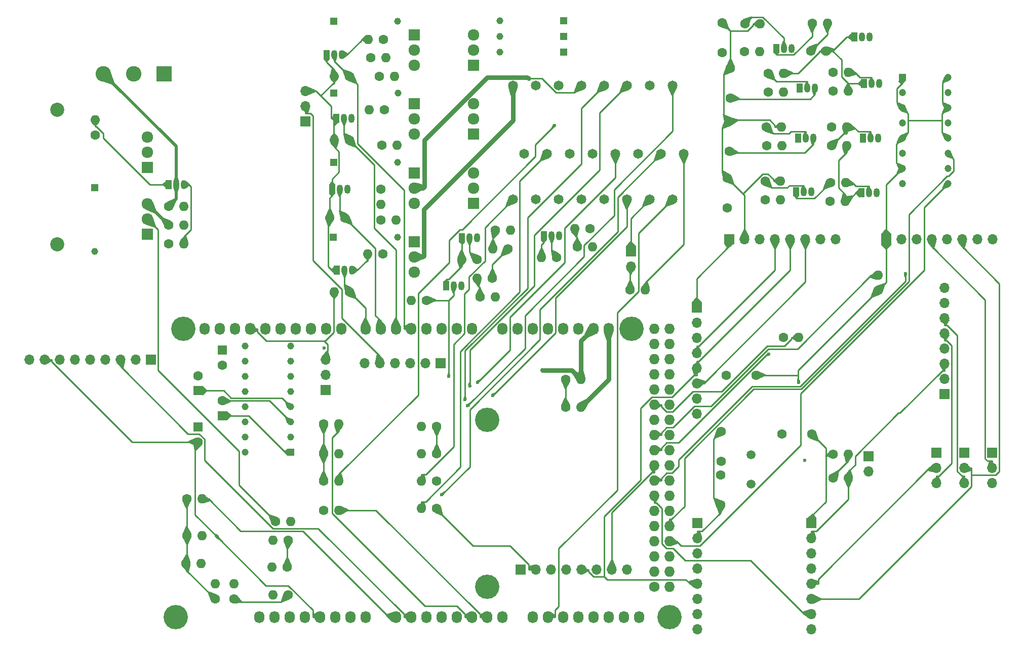
<source format=gbr>
%TF.GenerationSoftware,KiCad,Pcbnew,7.0.1*%
%TF.CreationDate,2023-07-31T19:52:26-07:00*%
%TF.ProjectId,AMS-Mega2560-Base,414d532d-4d65-4676-9132-3536302d4261,rev?*%
%TF.SameCoordinates,Original*%
%TF.FileFunction,Copper,L2,Inr*%
%TF.FilePolarity,Positive*%
%FSLAX46Y46*%
G04 Gerber Fmt 4.6, Leading zero omitted, Abs format (unit mm)*
G04 Created by KiCad (PCBNEW 7.0.1) date 2023-07-31 19:52:26*
%MOMM*%
%LPD*%
G01*
G04 APERTURE LIST*
%TA.AperFunction,ComponentPad*%
%ADD10C,1.727200*%
%TD*%
%TA.AperFunction,ComponentPad*%
%ADD11O,1.727200X1.727200*%
%TD*%
%TA.AperFunction,ComponentPad*%
%ADD12O,1.727200X2.032000*%
%TD*%
%TA.AperFunction,ComponentPad*%
%ADD13C,4.064000*%
%TD*%
%TA.AperFunction,ComponentPad*%
%ADD14C,1.650000*%
%TD*%
%TA.AperFunction,ComponentPad*%
%ADD15C,1.600000*%
%TD*%
%TA.AperFunction,ComponentPad*%
%ADD16O,1.600000X1.600000*%
%TD*%
%TA.AperFunction,ComponentPad*%
%ADD17R,1.050000X1.500000*%
%TD*%
%TA.AperFunction,ComponentPad*%
%ADD18O,1.050000X1.500000*%
%TD*%
%TA.AperFunction,ComponentPad*%
%ADD19R,1.920000X1.920000*%
%TD*%
%TA.AperFunction,ComponentPad*%
%ADD20C,1.920000*%
%TD*%
%TA.AperFunction,ComponentPad*%
%ADD21R,1.700000X1.700000*%
%TD*%
%TA.AperFunction,ComponentPad*%
%ADD22O,1.700000X1.700000*%
%TD*%
%TA.AperFunction,ComponentPad*%
%ADD23R,1.150000X1.150000*%
%TD*%
%TA.AperFunction,ComponentPad*%
%ADD24C,1.150000*%
%TD*%
%TA.AperFunction,ComponentPad*%
%ADD25R,2.600000X2.600000*%
%TD*%
%TA.AperFunction,ComponentPad*%
%ADD26C,2.600000*%
%TD*%
%TA.AperFunction,ComponentPad*%
%ADD27R,1.600000X1.600000*%
%TD*%
%TA.AperFunction,ComponentPad*%
%ADD28R,1.160000X1.160000*%
%TD*%
%TA.AperFunction,ComponentPad*%
%ADD29C,1.160000*%
%TD*%
%TA.AperFunction,ComponentPad*%
%ADD30C,2.360000*%
%TD*%
%TA.AperFunction,ComponentPad*%
%ADD31R,1.200000X1.200000*%
%TD*%
%TA.AperFunction,ComponentPad*%
%ADD32C,1.200000*%
%TD*%
%TA.AperFunction,ComponentPad*%
%ADD33C,1.500000*%
%TD*%
%TA.AperFunction,ViaPad*%
%ADD34C,0.600000*%
%TD*%
%TA.AperFunction,ViaPad*%
%ADD35C,0.762000*%
%TD*%
%TA.AperFunction,Conductor*%
%ADD36C,0.250000*%
%TD*%
%TA.AperFunction,Conductor*%
%ADD37C,0.508000*%
%TD*%
%TA.AperFunction,Conductor*%
%ADD38C,0.762000*%
%TD*%
G04 APERTURE END LIST*
D10*
%TO.N,GND*%
%TO.C,P4*%
X178021100Y-143971900D03*
D11*
X180561100Y-143971900D03*
%TO.N,SCLK*%
X178021100Y-141431900D03*
%TO.N,unconnected-(P4-Pin_4-Pad4)*%
X180561100Y-141431900D03*
%TO.N,MISO*%
X178021100Y-138891900D03*
%TO.N,MOSI*%
X180561100Y-138891900D03*
%TO.N,WaterCS*%
X178021100Y-136351900D03*
%TO.N,Logging*%
X180561100Y-136351900D03*
%TO.N,LsideCS*%
X178021100Y-133811900D03*
%TO.N,IN3TTL*%
X180561100Y-133811900D03*
%TO.N,RsideCS*%
X178021100Y-131271900D03*
%TO.N,OUTPUTLED2*%
X180561100Y-131271900D03*
%TO.N,FrontCS*%
X178021100Y-128731900D03*
%TO.N,OUTPUTLED1*%
X180561100Y-128731900D03*
%TO.N,AmbientCS*%
X178021100Y-126191900D03*
%TO.N,unconnected-(P4-Pin_16-Pad16)*%
X180561100Y-126191900D03*
%TO.N,CarbCS*%
X178021100Y-123651900D03*
%TO.N,unconnected-(P4-Pin_18-Pad18)*%
X180561100Y-123651900D03*
%TO.N,SDCS*%
X178021100Y-121111900D03*
%TO.N,unconnected-(P4-Pin_20-Pad20)*%
X180561100Y-121111900D03*
%TO.N,SDDetect*%
X178021100Y-118571900D03*
%TO.N,unconnected-(P4-Pin_22-Pad22)*%
X180561100Y-118571900D03*
%TO.N,CANCS*%
X178021100Y-116031900D03*
%TO.N,unconnected-(P4-Pin_24-Pad24)*%
X180561100Y-116031900D03*
%TO.N,CAN_TX_STBY*%
X178021100Y-113491900D03*
%TO.N,unconnected-(P4-Pin_26-Pad26)*%
X180561100Y-113491900D03*
%TO.N,CAN_INT*%
X178021100Y-110951900D03*
%TO.N,unconnected-(P4-Pin_28-Pad28)*%
X180561100Y-110951900D03*
%TO.N,unconnected-(P4-Pin_29-Pad29)*%
X178021100Y-108411900D03*
%TO.N,SWSCLK*%
X180561100Y-108411900D03*
%TO.N,unconnected-(P4-Pin_31-Pad31)*%
X178021100Y-105871900D03*
%TO.N,SWMISO*%
X180561100Y-105871900D03*
%TO.N,unconnected-(P4-Pin_33-Pad33)*%
X178021100Y-103331900D03*
%TO.N,SWMOSI*%
X180561100Y-103331900D03*
%TO.N,unconnected-(P4-Pin_35-Pad35)*%
X178021100Y-100791900D03*
%TO.N,unconnected-(P4-Pin_36-Pad36)*%
X180561100Y-100791900D03*
%TD*%
D12*
%TO.N,unconnected-(P1-Pin_1-Pad1)*%
%TO.C,P1*%
X111981100Y-149051900D03*
%TO.N,unconnected-(P1-Pin_2-Pad2)*%
X114521100Y-149051900D03*
%TO.N,unconnected-(P1-Pin_3-Pad3)*%
X117061100Y-149051900D03*
%TO.N,unconnected-(P1-Pin_4-Pad4)*%
X119601100Y-149051900D03*
%TO.N,+5V*%
X122141100Y-149051900D03*
%TO.N,GND*%
X124681100Y-149051900D03*
X127221100Y-149051900D03*
%TO.N,unconnected-(P1-Pin_8-Pad8)*%
X129761100Y-149051900D03*
%TD*%
%TO.N,VoltageSensor*%
%TO.C,P2*%
X134841100Y-149051900D03*
%TO.N,GPSBat*%
X137381100Y-149051900D03*
%TO.N,FuelPressure1*%
X139921100Y-149051900D03*
%TO.N,FuelPressure2*%
X142461100Y-149051900D03*
%TO.N,FuelPressure3*%
X145001100Y-149051900D03*
%TO.N,OilPressure*%
X147541100Y-149051900D03*
%TO.N,SpareADC1*%
X150081100Y-149051900D03*
%TO.N,SpareADC2*%
X152621100Y-149051900D03*
%TD*%
%TO.N,SpareADC3*%
%TO.C,P3*%
X157701100Y-149051900D03*
%TO.N,Sense1-1*%
X160241100Y-149051900D03*
%TO.N,unconnected-(P3-Pin_3-Pad3)*%
X162781100Y-149051900D03*
%TO.N,unconnected-(P3-Pin_4-Pad4)*%
X165321100Y-149051900D03*
%TO.N,unconnected-(P3-Pin_5-Pad5)*%
X167861100Y-149051900D03*
%TO.N,unconnected-(P3-Pin_6-Pad6)*%
X170401100Y-149051900D03*
%TO.N,unconnected-(P3-Pin_7-Pad7)*%
X172941100Y-149051900D03*
%TO.N,unconnected-(P3-Pin_8-Pad8)*%
X175481100Y-149051900D03*
%TD*%
%TO.N,SCL*%
%TO.C,P5*%
X102837100Y-100791900D03*
%TO.N,SDA*%
X105377100Y-100791900D03*
%TO.N,unconnected-(P5-Pin_3-Pad3)*%
X107917100Y-100791900D03*
%TO.N,GND*%
X110457100Y-100791900D03*
%TO.N,unconnected-(P5-Pin_5-Pad5)*%
X112997100Y-100791900D03*
%TO.N,unconnected-(P5-Pin_6-Pad6)*%
X115537100Y-100791900D03*
%TO.N,unconnected-(P5-Pin_7-Pad7)*%
X118077100Y-100791900D03*
%TO.N,unconnected-(P5-Pin_8-Pad8)*%
X120617100Y-100791900D03*
%TO.N,unconnected-(P5-Pin_9-Pad9)*%
X123157100Y-100791900D03*
%TO.N,OUTPUTSiren*%
X125697100Y-100791900D03*
%TD*%
%TO.N,OUTPUT4*%
%TO.C,P6*%
X129761100Y-100791900D03*
%TO.N,OUTPUT3*%
X132301100Y-100791900D03*
%TO.N,OUTPUT2*%
X134841100Y-100791900D03*
%TO.N,OUTPUT1*%
X137381100Y-100791900D03*
%TO.N,IN2TTL*%
X139921100Y-100791900D03*
%TO.N,IN1TTL*%
X142461100Y-100791900D03*
%TO.N,unconnected-(P6-Pin_7-Pad7)*%
X145001100Y-100791900D03*
%TO.N,unconnected-(P6-Pin_8-Pad8)*%
X147541100Y-100791900D03*
%TD*%
%TO.N,GPSRX*%
%TO.C,P7*%
X152621100Y-100791900D03*
%TO.N,GPSTX*%
X155161100Y-100791900D03*
%TO.N,Com1TX*%
X157701100Y-100791900D03*
%TO.N,Com1RX*%
X160241100Y-100791900D03*
%TO.N,Com2TX*%
X162781100Y-100791900D03*
%TO.N,Com2RX*%
X165321100Y-100791900D03*
%TO.N,SDA*%
X167861100Y-100791900D03*
%TO.N,SCL*%
X170401100Y-100791900D03*
%TD*%
D13*
%TO.N,unconnected-(P8-Pin_1-Pad1)*%
%TO.C,P8*%
X98011100Y-149051900D03*
%TD*%
%TO.N,unconnected-(P9-Pin_1-Pad1)*%
%TO.C,P9*%
X150081100Y-143971900D03*
%TD*%
%TO.N,unconnected-(P10-Pin_1-Pad1)*%
%TO.C,P10*%
X180561100Y-149051900D03*
%TD*%
%TO.N,unconnected-(P11-Pin_1-Pad1)*%
%TO.C,P11*%
X99281100Y-100791900D03*
%TD*%
%TO.N,unconnected-(P12-Pin_1-Pad1)*%
%TO.C,P12*%
X150081100Y-116031900D03*
%TD*%
%TO.N,unconnected-(P13-Pin_1-Pad1)*%
%TO.C,P13*%
X174211100Y-100791900D03*
%TD*%
D14*
%TO.N,Sense1-1*%
%TO.C,J4*%
X181080800Y-79145100D03*
%TO.N,Sense1-2*%
X177270800Y-79145100D03*
%TO.N,Sense1-3*%
X173460800Y-79145100D03*
%TO.N,Sense1-4*%
X169650800Y-79145100D03*
%TO.N,Sense1-5*%
X182980800Y-71525100D03*
%TO.N,Sense1-6*%
X179170800Y-71525100D03*
%TO.N,Sense1-7*%
X175360800Y-71525100D03*
%TO.N,Sense1-8*%
X171550800Y-71525100D03*
%TO.N,Sense1-9*%
X181080800Y-60095100D03*
%TO.N,Sense1-10*%
X177270800Y-60095100D03*
%TO.N,Sense1-11*%
X173460800Y-60095100D03*
%TO.N,Sense1-12*%
X169650800Y-60095100D03*
%TD*%
%TO.N,Sense2-1*%
%TO.C,J5*%
X165836500Y-79145100D03*
%TO.N,Sense2-2*%
X162026500Y-79145100D03*
%TO.N,Sense2-3*%
X158216500Y-79145100D03*
%TO.N,Sense2-4*%
X154406500Y-79145100D03*
%TO.N,Sense2-5*%
X167736500Y-71525100D03*
%TO.N,Sense2-6*%
X163926500Y-71525100D03*
%TO.N,Sense2-7*%
X160116500Y-71525100D03*
%TO.N,Sense2-8*%
X156306500Y-71525100D03*
%TO.N,Sense2-9*%
X165836500Y-60095100D03*
%TO.N,Sense2-10*%
X162026500Y-60095100D03*
%TO.N,Sense2-11*%
X158216500Y-60095100D03*
%TO.N,Sense2-12*%
X154406500Y-60095100D03*
%TD*%
D15*
%TO.N,Net-(Q2-D)*%
%TO.C,R31*%
X197062500Y-61155500D03*
D16*
%TO.N,Net-(Q21-CATHODE_2)*%
X199602500Y-61155500D03*
%TD*%
D17*
%TO.N,GND*%
%TO.C,Q8*%
X145869300Y-85561400D03*
D18*
%TO.N,OUTPUTLED1*%
X147139300Y-85561400D03*
%TO.N,Net-(Q8-D)*%
X148409300Y-85561400D03*
%TD*%
D15*
%TO.N,+VDC*%
%TO.C,R43*%
X153587000Y-87436700D03*
D16*
%TO.N,Net-(Q10-Pad1)*%
X151047000Y-87436700D03*
%TD*%
D17*
%TO.N,GND*%
%TO.C,Q16*%
X159603700Y-85255900D03*
D18*
%TO.N,OUTPUTSiren*%
X160873700Y-85255900D03*
%TO.N,Net-(Q16-D)*%
X162143700Y-85255900D03*
%TD*%
D19*
%TO.N,Net-(Q13-Pad1)*%
%TO.C,Q13*%
X137948300Y-74690000D03*
D20*
%TO.N,Sense2-9*%
X137948300Y-77230000D03*
%TO.N,+VDC*%
X137948300Y-79770000D03*
%TD*%
D15*
%TO.N,Net-(J10-Pin_2)*%
%TO.C,R63*%
X174000700Y-94237500D03*
D16*
%TO.N,Sense1-5*%
X176540700Y-94237500D03*
%TD*%
D15*
%TO.N,GND*%
%TO.C,R24*%
X141650500Y-121671700D03*
D16*
%TO.N,SpareADC2*%
X139110500Y-121671700D03*
%TD*%
D15*
%TO.N,Net-(Q18-Pad1)*%
%TO.C,R56*%
X165174600Y-87090400D03*
D16*
%TO.N,Net-(Q16-D)*%
X167714600Y-87090400D03*
%TD*%
D19*
%TO.N,Net-(Q6-Pad1)*%
%TO.C,Q6*%
X93319000Y-73790400D03*
D20*
%TO.N,Net-(#FLG03-pwr)*%
X93319000Y-71250400D03*
%TO.N,Net-(#FLG0103-pwr)*%
X93319000Y-68710400D03*
%TD*%
D15*
%TO.N,Net-(Q20-Pad1)*%
%TO.C,R59*%
X132753300Y-52337500D03*
D16*
%TO.N,Net-(Q19-D)*%
X130213300Y-52337500D03*
%TD*%
D15*
%TO.N,GND*%
%TO.C,R12*%
X122751400Y-121680200D03*
D16*
%TO.N,Sense1-3*%
X125291400Y-121680200D03*
%TD*%
D15*
%TO.N,Net-(Q13-Pad1)*%
%TO.C,R48*%
X132330700Y-77430500D03*
D16*
%TO.N,Net-(Q11-D)*%
X132330700Y-79970500D03*
%TD*%
D15*
%TO.N,GND*%
%TO.C,R26*%
X141650500Y-130872700D03*
D16*
%TO.N,Sense2-7*%
X139110500Y-130872700D03*
%TD*%
D15*
%TO.N,+VDC*%
%TO.C,R41*%
X132040600Y-58566000D03*
D16*
%TO.N,Net-(Q9-Pad1)*%
X134580600Y-58566000D03*
%TD*%
D15*
%TO.N,+5V*%
%TO.C,R65*%
X207963000Y-121755900D03*
D16*
%TO.N,/CAN Bus/CAN_INT*%
X210503000Y-121755900D03*
%TD*%
D15*
%TO.N,Net-(Q6-Pad1)*%
%TO.C,R21*%
X84534800Y-68356300D03*
D16*
%TO.N,GND*%
X84534800Y-65816300D03*
%TD*%
D15*
%TO.N,GND*%
%TO.C,R22*%
X122751400Y-131190900D03*
D16*
%TO.N,SpareADC1*%
X125291400Y-131190900D03*
%TD*%
D21*
%TO.N,+5V*%
%TO.C,T3*%
X185205600Y-133341400D03*
D22*
%TO.N,GND*%
X185205600Y-135881400D03*
%TO.N,unconnected-(T3-Pin_3-Pad3)*%
X185205600Y-138421400D03*
%TO.N,RTDSCLK*%
X185205600Y-140961400D03*
%TO.N,RTDMISO*%
X185205600Y-143501400D03*
%TO.N,RTDMOSI*%
X185205600Y-146041400D03*
%TO.N,RsideCS*%
X185205600Y-148581400D03*
%TO.N,unconnected-(T3-Pin_8-Pad8)*%
X185205600Y-151121400D03*
%TD*%
D15*
%TO.N,+VDC*%
%TO.C,R58*%
X130663300Y-55452600D03*
D16*
%TO.N,Net-(Q20-Pad1)*%
X133203300Y-55452600D03*
%TD*%
D21*
%TO.N,/Sheet6152913C/RSCOM2TX*%
%TO.C,J9*%
X123089500Y-111075800D03*
D22*
%TO.N,/Sheet6152913C/RSCOM2RX*%
X123089500Y-108535800D03*
%TO.N,GND*%
X123089500Y-105995800D03*
%TD*%
D15*
%TO.N,Net-(Q24-D)*%
%TO.C,R11*%
X207680200Y-67007700D03*
D16*
%TO.N,Net-(Q3-G)*%
X210220200Y-67007700D03*
%TD*%
D15*
%TO.N,GND*%
%TO.C,R19*%
X122751400Y-116744400D03*
D16*
%TO.N,OilPressure*%
X125291400Y-116744400D03*
%TD*%
D17*
%TO.N,GND*%
%TO.C,Q15*%
X124980900Y-91002600D03*
D18*
%TO.N,OUTPUT4*%
X126250900Y-91002600D03*
%TO.N,Net-(Q15-D)*%
X127520900Y-91002600D03*
%TD*%
D23*
%TO.N,+VDC*%
%TO.C,Z9*%
X84521500Y-77164000D03*
D24*
%TO.N,Net-(Q22-Pad1)*%
X84521500Y-87864000D03*
%TD*%
D25*
%TO.N,Net-(#FLG03-pwr)*%
%TO.C,J21*%
X96112600Y-58096800D03*
D26*
%TO.N,GND*%
X91032600Y-58096800D03*
%TO.N,PowerOn*%
X85952600Y-58096800D03*
%TD*%
D15*
%TO.N,GND*%
%TO.C,R64*%
X199595500Y-102214500D03*
D16*
%TO.N,CAN_TX_STBY*%
X202135500Y-102214500D03*
%TD*%
D21*
%TO.N,+5V*%
%TO.C,T4*%
X204282700Y-133341400D03*
D22*
%TO.N,GND*%
X204282700Y-135881400D03*
%TO.N,unconnected-(T4-Pin_3-Pad3)*%
X204282700Y-138421400D03*
%TO.N,RTDSCLK*%
X204282700Y-140961400D03*
%TO.N,RTDMISO*%
X204282700Y-143501400D03*
%TO.N,RTDMOSI*%
X204282700Y-146041400D03*
%TO.N,FrontCS*%
X204282700Y-148581400D03*
%TO.N,unconnected-(T4-Pin_8-Pad8)*%
X204282700Y-151121400D03*
%TD*%
D15*
%TO.N,OUTPUTLED2*%
%TO.C,R46*%
X139912900Y-96025600D03*
D16*
%TO.N,GND*%
X137372900Y-96025600D03*
%TD*%
D15*
%TO.N,Net-(Q25-G)*%
%TO.C,R34*%
X196570900Y-76078200D03*
D16*
%TO.N,GND*%
X199110900Y-76078200D03*
%TD*%
D15*
%TO.N,Sense1-7*%
%TO.C,C5*%
X190771500Y-62155500D03*
%TO.N,GND*%
X190771500Y-57155500D03*
%TD*%
%TO.N,+5V*%
%TO.C,R36*%
X163218700Y-113941500D03*
D16*
%TO.N,SCL*%
X165758700Y-113941500D03*
%TD*%
D17*
%TO.N,GND*%
%TO.C,Q19*%
X123281600Y-54920500D03*
D18*
%TO.N,OUTPUT1*%
X124551600Y-54920500D03*
%TO.N,Net-(Q19-D)*%
X125821600Y-54920500D03*
%TD*%
D21*
%TO.N,unconnected-(J6-Pin_1-Pad1)*%
%TO.C,J6*%
X93896800Y-105925600D03*
D22*
%TO.N,unconnected-(J6-Pin_2-Pad2)*%
X91356800Y-105925600D03*
%TO.N,GPSBat*%
X88816800Y-105925600D03*
%TO.N,unconnected-(J6-Pin_4-Pad4)*%
X86276800Y-105925600D03*
%TO.N,GPSTX*%
X83736800Y-105925600D03*
%TO.N,GPSRX*%
X81196800Y-105925600D03*
%TO.N,GND*%
X78656800Y-105925600D03*
%TO.N,+5V*%
X76116800Y-105925600D03*
%TO.N,unconnected-(J6-Pin_9-Pad9)*%
X73576800Y-105925600D03*
%TD*%
D15*
%TO.N,Net-(Q28-D)*%
%TO.C,R5*%
X204438900Y-49635500D03*
D16*
%TO.N,Net-(Q1-G)*%
X206978900Y-49635500D03*
%TD*%
D19*
%TO.N,Net-(Q20-Pad1)*%
%TO.C,Q20*%
X137948300Y-51591400D03*
D20*
%TO.N,Sense2-3*%
X137948300Y-54131400D03*
%TO.N,+VDC*%
X137948300Y-56671400D03*
%TD*%
D15*
%TO.N,GND*%
%TO.C,R2*%
X99906600Y-135387200D03*
D16*
%TO.N,Sense1-12*%
X102446600Y-135387200D03*
%TD*%
D23*
%TO.N,+VDC*%
%TO.C,Z5*%
X124379600Y-85479800D03*
D24*
%TO.N,Net-(Q17-Pad1)*%
X135079600Y-85479800D03*
%TD*%
D15*
%TO.N,+VDC*%
%TO.C,R49*%
X150974700Y-92348200D03*
D16*
%TO.N,Net-(Q14-Pad1)*%
X148434700Y-92348200D03*
%TD*%
D15*
%TO.N,+5V*%
%TO.C,R1*%
X215437900Y-94386400D03*
D16*
%TO.N,SDDetect*%
X215437900Y-91846400D03*
%TD*%
D17*
%TO.N,GND*%
%TO.C,Q12*%
X143217100Y-93590800D03*
D18*
%TO.N,OUTPUTLED2*%
X144487100Y-93590800D03*
%TO.N,Net-(Q12-D)*%
X145757100Y-93590800D03*
%TD*%
D27*
%TO.N,GND*%
%TO.C,C39*%
X105777600Y-104378800D03*
D15*
%TO.N,Net-(#FLG0105-pwr)*%
X105777600Y-106878800D03*
%TD*%
D17*
%TO.N,GND*%
%TO.C,Q2*%
X213092300Y-59757100D03*
D18*
%TO.N,Net-(Q2-G)*%
X214362300Y-59757100D03*
%TO.N,Net-(Q2-D)*%
X215632300Y-59757100D03*
%TD*%
D17*
%TO.N,Net-(Q25-D)*%
%TO.C,Q25*%
X201732600Y-77886500D03*
D18*
%TO.N,Net-(Q25-G)*%
X203002600Y-77886500D03*
%TO.N,Sense2-1*%
X204272600Y-77886500D03*
%TD*%
D27*
%TO.N,Net-(#FLG0106-pwr)*%
%TO.C,C40*%
X101718200Y-117243200D03*
D15*
%TO.N,+5V*%
X101718200Y-119743200D03*
%TD*%
%TO.N,+VDC*%
%TO.C,R47*%
X132450100Y-70105300D03*
D16*
%TO.N,Net-(Q13-Pad1)*%
X134990100Y-70105300D03*
%TD*%
D21*
%TO.N,SWMOSI*%
%TO.C,J8*%
X229872200Y-121547800D03*
D22*
%TO.N,RTDMOSI*%
X229872200Y-124087800D03*
%TO.N,MOSI*%
X229872200Y-126627800D03*
%TD*%
D15*
%TO.N,Net-(IC3-OSC2)*%
%TO.C,C11*%
X189232600Y-122947700D03*
%TO.N,GND*%
X189232600Y-117947700D03*
%TD*%
%TO.N,Net-(Q9-Pad1)*%
%TO.C,R42*%
X132887300Y-64171300D03*
D16*
%TO.N,Net-(Q7-D)*%
X130347300Y-64171300D03*
%TD*%
D15*
%TO.N,GND*%
%TO.C,R18*%
X122751400Y-126260600D03*
D16*
%TO.N,Sense2-10*%
X125291400Y-126260600D03*
%TD*%
D19*
%TO.N,Net-(Q17-Pad1)*%
%TO.C,Q17*%
X137948300Y-86239200D03*
D20*
%TO.N,Sense2-12*%
X137948300Y-88779200D03*
%TO.N,+VDC*%
X137948300Y-91319200D03*
%TD*%
D15*
%TO.N,GND*%
%TO.C,R69*%
X116816400Y-145349000D03*
D16*
%TO.N,FuelPressure3*%
X114276400Y-145349000D03*
%TD*%
D17*
%TO.N,Net-(Q28-D)*%
%TO.C,Q28*%
X198434900Y-53868800D03*
D18*
%TO.N,Net-(Q28-G)*%
X199704900Y-53868800D03*
%TO.N,Sense1-10*%
X200974900Y-53868800D03*
%TD*%
D17*
%TO.N,GND*%
%TO.C,Q11*%
X124175200Y-77430200D03*
D18*
%TO.N,OUTPUT3*%
X125445200Y-77430200D03*
%TO.N,Net-(Q11-D)*%
X126715200Y-77430200D03*
%TD*%
D15*
%TO.N,GND*%
%TO.C,R20*%
X116672700Y-140684700D03*
D16*
%TO.N,Sense1-6*%
X114132700Y-140684700D03*
%TD*%
D15*
%TO.N,OUTPUT3*%
%TO.C,R45*%
X126348800Y-82222500D03*
D16*
%TO.N,GND*%
X123808800Y-82222500D03*
%TD*%
D15*
%TO.N,+VDC*%
%TO.C,R28*%
X96867100Y-83431200D03*
D16*
%TO.N,Net-(Q22-Pad1)*%
X99407100Y-83431200D03*
%TD*%
D15*
%TO.N,Net-(Q28-G)*%
%TO.C,R67*%
X193167700Y-49742800D03*
D16*
%TO.N,GND*%
X195707700Y-49742800D03*
%TD*%
D19*
%TO.N,Net-(Q22-Pad1)*%
%TO.C,Q22*%
X93303400Y-85000200D03*
D20*
%TO.N,VPP*%
X93303400Y-82460200D03*
%TO.N,+VDC*%
X93303400Y-79920200D03*
%TD*%
D21*
%TO.N,Sense1-2*%
%TO.C,J10*%
X174115600Y-87855000D03*
D22*
%TO.N,Net-(J10-Pin_2)*%
X174115600Y-90395000D03*
%TD*%
D15*
%TO.N,VPP*%
%TO.C,R16*%
X114737400Y-133063100D03*
D16*
%TO.N,/BufferedADC1/ADCIN4*%
X117277400Y-133063100D03*
%TD*%
D21*
%TO.N,+5V*%
%TO.C,J3*%
X226581200Y-111690700D03*
D22*
%TO.N,unconnected-(J3-Pin_2-Pad2)*%
X226581200Y-109150700D03*
%TO.N,GND*%
X226581200Y-106610700D03*
%TO.N,SCLK*%
X226581200Y-104070700D03*
%TO.N,MISO*%
X226581200Y-101530700D03*
%TO.N,MOSI*%
X226581200Y-98990700D03*
%TO.N,SDCS*%
X226581200Y-96450700D03*
%TO.N,SDDetect*%
X226581200Y-93910700D03*
%TD*%
D15*
%TO.N,GND*%
%TO.C,R23*%
X141650500Y-117151100D03*
D16*
%TO.N,SpareADC3*%
X139110500Y-117151100D03*
%TD*%
D21*
%TO.N,+5V*%
%TO.C,T2*%
X185138800Y-97249500D03*
D22*
%TO.N,GND*%
X185138800Y-99789500D03*
%TO.N,unconnected-(T2-Pin_3-Pad3)*%
X185138800Y-102329500D03*
%TO.N,RTDSCLK*%
X185138800Y-104869500D03*
%TO.N,RTDMISO*%
X185138800Y-107409500D03*
%TO.N,RTDMOSI*%
X185138800Y-109949500D03*
%TO.N,LsideCS*%
X185138800Y-112489500D03*
%TO.N,unconnected-(T2-Pin_8-Pad8)*%
X185138800Y-115029500D03*
%TD*%
D15*
%TO.N,Net-(Q22-Pad1)*%
%TO.C,R29*%
X96850700Y-86549200D03*
D16*
%TO.N,Net-(Q5-D)*%
X99390700Y-86549200D03*
%TD*%
D28*
%TO.N,Net-(IC17-C1+)*%
%TO.C,IC17*%
X117227000Y-121483700D03*
D29*
%TO.N,Net-(#FLG0106-pwr)*%
X117227000Y-118943700D03*
%TO.N,Net-(IC17-C1-)*%
X117227000Y-116403700D03*
%TO.N,Net-(IC17-C2+)*%
X117227000Y-113863700D03*
%TO.N,Net-(IC17-C2-)*%
X117227000Y-111323700D03*
%TO.N,Net-(#FLG0105-pwr)*%
X117227000Y-108783700D03*
%TO.N,/Sheet6152913C/RSCOM2TX*%
X117227000Y-106243700D03*
%TO.N,/Sheet6152913C/RSCOM2RX*%
X117227000Y-103703700D03*
%TO.N,Com2RX*%
X109607000Y-103703700D03*
%TO.N,Com2TX*%
X109607000Y-106243700D03*
%TO.N,Com1TX*%
X109607000Y-108783700D03*
%TO.N,Com1RX*%
X109607000Y-111323700D03*
%TO.N,Sense1-8*%
X109607000Y-113863700D03*
%TO.N,Sense1-11*%
X109607000Y-116403700D03*
%TO.N,GND*%
X109607000Y-118943700D03*
%TO.N,+5V*%
X109607000Y-121483700D03*
%TD*%
D15*
%TO.N,GND*%
%TO.C,R4*%
X116863700Y-136197100D03*
D16*
%TO.N,/BufferedADC1/ADCIN4*%
X114323700Y-136197100D03*
%TD*%
D15*
%TO.N,Net-(Q1-G)*%
%TO.C,R8*%
X204190800Y-54281900D03*
D16*
%TO.N,GND*%
X206730800Y-54281900D03*
%TD*%
D17*
%TO.N,GND*%
%TO.C,Q3*%
X212897400Y-68857200D03*
D18*
%TO.N,Net-(Q3-G)*%
X214167400Y-68857200D03*
%TO.N,Net-(Q3-D)*%
X215437400Y-68857200D03*
%TD*%
D23*
%TO.N,+VDC*%
%TO.C,Z1*%
X124469800Y-61361800D03*
D24*
%TO.N,Net-(Q9-Pad1)*%
X135169800Y-61361800D03*
%TD*%
D15*
%TO.N,Net-(Q14-Pad1)*%
%TO.C,R50*%
X148881600Y-95455700D03*
D16*
%TO.N,Net-(Q12-D)*%
X151421600Y-95455700D03*
%TD*%
D27*
%TO.N,Net-(IC17-C2+)*%
%TO.C,C38*%
X101718200Y-111166200D03*
D15*
%TO.N,Net-(IC17-C2-)*%
X101718200Y-108666200D03*
%TD*%
D23*
%TO.N,+VDC*%
%TO.C,Z7*%
X124403000Y-49296100D03*
D24*
%TO.N,Net-(Q20-Pad1)*%
X135103000Y-49296100D03*
%TD*%
D23*
%TO.N,+VDC*%
%TO.C,Z3*%
X124430900Y-72953300D03*
D24*
%TO.N,Net-(Q13-Pad1)*%
X135130900Y-72953300D03*
%TD*%
D30*
%TO.N,Net-(#FLG0103-pwr)*%
%TO.C,U1*%
X78250100Y-64100700D03*
%TO.N,+VDC*%
X78250100Y-86700700D03*
%TD*%
D21*
%TO.N,/CAN Bus/CAN_INT*%
%TO.C,J11*%
X213845000Y-122132000D03*
D22*
%TO.N,CAN_INT*%
X213845000Y-124672000D03*
%TD*%
D17*
%TO.N,GND*%
%TO.C,Q7*%
X124895600Y-65590600D03*
D18*
%TO.N,OUTPUT2*%
X126165600Y-65590600D03*
%TO.N,Net-(Q7-D)*%
X127435600Y-65590600D03*
%TD*%
D15*
%TO.N,/CAN Bus/CAN_INT*%
%TO.C,R66*%
X207963000Y-125805900D03*
D16*
%TO.N,GND*%
X210503000Y-125805900D03*
%TD*%
D15*
%TO.N,Net-(Q25-D)*%
%TO.C,R14*%
X207461300Y-76295800D03*
D16*
%TO.N,Net-(Q4-G)*%
X210001300Y-76295800D03*
%TD*%
D15*
%TO.N,Net-(Q4-G)*%
%TO.C,R15*%
X207438700Y-79453500D03*
D16*
%TO.N,GND*%
X209978700Y-79453500D03*
%TD*%
D15*
%TO.N,Net-(Q23-G)*%
%TO.C,R30*%
X197077800Y-58031600D03*
D16*
%TO.N,GND*%
X199617800Y-58031600D03*
%TD*%
D21*
%TO.N,+5V*%
%TO.C,T1*%
X190610600Y-85780400D03*
D22*
%TO.N,GND*%
X193150600Y-85780400D03*
%TO.N,unconnected-(T1-Pin_3-Pad3)*%
X195690600Y-85780400D03*
%TO.N,RTDSCLK*%
X198230600Y-85780400D03*
%TO.N,RTDMISO*%
X200770600Y-85780400D03*
%TO.N,RTDMOSI*%
X203310600Y-85780400D03*
%TO.N,WaterCS*%
X205850600Y-85780400D03*
%TO.N,unconnected-(T1-Pin_8-Pad8)*%
X208390600Y-85780400D03*
%TD*%
D21*
%TO.N,SWSCLK*%
%TO.C,J1*%
X234522200Y-121547800D03*
D22*
%TO.N,RTDSCLK*%
X234522200Y-124087800D03*
%TO.N,SCLK*%
X234522200Y-126627800D03*
%TD*%
D21*
%TO.N,unconnected-(J12-Pin_1-Pad1)*%
%TO.C,J12*%
X142301000Y-106524600D03*
D22*
%TO.N,unconnected-(J12-Pin_2-Pad2)*%
X139761000Y-106524600D03*
%TO.N,SCL*%
X137221000Y-106524600D03*
%TO.N,SDA*%
X134681000Y-106524600D03*
%TO.N,+5V*%
X132141000Y-106524600D03*
%TO.N,GND*%
X129601000Y-106524600D03*
%TD*%
D15*
%TO.N,Net-(Q24-G)*%
%TO.C,R32*%
X196780800Y-67008000D03*
D16*
%TO.N,GND*%
X199320800Y-67008000D03*
%TD*%
D19*
%TO.N,Net-(Q14-Pad1)*%
%TO.C,Q14*%
X147835600Y-68220700D03*
D20*
%TO.N,Sense2-8*%
X147835600Y-65680700D03*
%TO.N,+VDC*%
X147835600Y-63140700D03*
%TD*%
D15*
%TO.N,+5V*%
%TO.C,C10*%
X195024500Y-108550300D03*
%TO.N,GND*%
X190024500Y-108550300D03*
%TD*%
%TO.N,Sense1-4*%
%TO.C,C6*%
X190529600Y-71112700D03*
%TO.N,GND*%
X190529600Y-66112700D03*
%TD*%
D21*
%TO.N,+5V*%
%TO.C,T5*%
X216780000Y-85843500D03*
D22*
%TO.N,GND*%
X219320000Y-85843500D03*
%TO.N,unconnected-(T5-Pin_3-Pad3)*%
X221860000Y-85843500D03*
%TO.N,RTDSCLK*%
X224400000Y-85843500D03*
%TO.N,RTDMISO*%
X226940000Y-85843500D03*
%TO.N,RTDMOSI*%
X229480000Y-85843500D03*
%TO.N,AmbientCS*%
X232020000Y-85843500D03*
%TO.N,unconnected-(T5-Pin_8-Pad8)*%
X234560000Y-85843500D03*
%TD*%
D15*
%TO.N,+VDC*%
%TO.C,R53*%
X132300900Y-82632400D03*
D16*
%TO.N,Net-(Q17-Pad1)*%
X134840900Y-82632400D03*
%TD*%
D15*
%TO.N,+VDC*%
%TO.C,R55*%
X167264600Y-84024400D03*
D16*
%TO.N,Net-(Q18-Pad1)*%
X164724600Y-84024400D03*
%TD*%
D15*
%TO.N,OUTPUTSiren*%
%TO.C,R52*%
X161738600Y-88833000D03*
D16*
%TO.N,GND*%
X159198600Y-88833000D03*
%TD*%
D17*
%TO.N,GND*%
%TO.C,Q1*%
X211460500Y-51958700D03*
D18*
%TO.N,Net-(Q1-G)*%
X212730500Y-51958700D03*
%TO.N,Net-(Q1-D)*%
X214000500Y-51958700D03*
%TD*%
D15*
%TO.N,Net-(Q10-Pad1)*%
%TO.C,R44*%
X151477000Y-84322700D03*
D16*
%TO.N,Net-(Q8-D)*%
X154017000Y-84322700D03*
%TD*%
D17*
%TO.N,GND*%
%TO.C,Q5*%
X96844900Y-76648100D03*
D18*
%TO.N,PowerOn*%
X98114900Y-76648100D03*
%TO.N,Net-(Q5-D)*%
X99384900Y-76648100D03*
%TD*%
D15*
%TO.N,PowerOn*%
%TO.C,R27*%
X96880200Y-80272600D03*
D16*
%TO.N,GND*%
X99420200Y-80272600D03*
%TD*%
D15*
%TO.N,Net-(Q23-D)*%
%TO.C,R9*%
X207927200Y-57854600D03*
D16*
%TO.N,Net-(Q2-G)*%
X210467200Y-57854600D03*
%TD*%
D15*
%TO.N,Net-(Q1-D)*%
%TO.C,R70*%
X193071500Y-54440300D03*
D16*
%TO.N,Net-(Q21-CATHODE_1)*%
X195611500Y-54440300D03*
%TD*%
D31*
%TO.N,+5V*%
%TO.C,Q21*%
X219482800Y-58749800D03*
D32*
%TO.N,Net-(Q21-CATHODE_1)*%
X219482800Y-61289800D03*
%TO.N,+5V*%
X219482800Y-63829800D03*
%TO.N,Net-(Q21-CATHODE_2)*%
X219482800Y-66369800D03*
%TO.N,+5V*%
X219482800Y-68909800D03*
%TO.N,Net-(Q21-CATHODE_3)*%
X219482800Y-71449800D03*
%TO.N,+5V*%
X219482800Y-73989800D03*
%TO.N,Net-(Q21-CATHODE_4)*%
X219482800Y-76529800D03*
%TO.N,Logging*%
X227102800Y-76529800D03*
%TO.N,+5V*%
X227102800Y-73989800D03*
%TO.N,IN3TTL*%
X227102800Y-71449800D03*
%TO.N,+5V*%
X227102800Y-68909800D03*
%TO.N,IN2TTL*%
X227102800Y-66369800D03*
%TO.N,+5V*%
X227102800Y-63829800D03*
%TO.N,IN1TTL*%
X227102800Y-61289800D03*
%TO.N,+5V*%
X227102800Y-58749800D03*
%TD*%
D17*
%TO.N,Net-(Q24-D)*%
%TO.C,Q24*%
X202048400Y-68857200D03*
D18*
%TO.N,Net-(Q24-G)*%
X203318400Y-68857200D03*
%TO.N,Sense1-4*%
X204588400Y-68857200D03*
%TD*%
D17*
%TO.N,Net-(Q23-D)*%
%TO.C,Q23*%
X202317900Y-60478900D03*
D18*
%TO.N,Net-(Q23-G)*%
X203587900Y-60478900D03*
%TO.N,Sense1-7*%
X204857900Y-60478900D03*
%TD*%
D15*
%TO.N,+5V*%
%TO.C,R17*%
X163250700Y-109293700D03*
D16*
%TO.N,SDA*%
X165790700Y-109293700D03*
%TD*%
D15*
%TO.N,Net-(Q3-G)*%
%TO.C,R13*%
X207657700Y-70165400D03*
D16*
%TO.N,GND*%
X210197700Y-70165400D03*
%TD*%
D15*
%TO.N,GND*%
%TO.C,R68*%
X99866800Y-129284400D03*
D16*
%TO.N,VoltageSensor*%
X102406800Y-129284400D03*
%TD*%
D15*
%TO.N,GND*%
%TO.C,R6*%
X104601100Y-145985500D03*
D16*
%TO.N,FuelPressure1*%
X104601100Y-143445500D03*
%TD*%
D21*
%TO.N,VPP*%
%TO.C,J7*%
X119697600Y-66084300D03*
D22*
%TO.N,+5V*%
X119697600Y-63544300D03*
%TO.N,GND*%
X119697600Y-61004300D03*
%TD*%
D15*
%TO.N,GND*%
%TO.C,C9*%
X199353800Y-118424200D03*
%TO.N,+5V*%
X204353800Y-118424200D03*
%TD*%
%TO.N,Net-(Q17-Pad1)*%
%TO.C,R54*%
X132691100Y-88305900D03*
D16*
%TO.N,Net-(Q15-D)*%
X130151100Y-88305900D03*
%TD*%
D17*
%TO.N,GND*%
%TO.C,Q4*%
X212646200Y-77984300D03*
D18*
%TO.N,Net-(Q4-G)*%
X213916200Y-77984300D03*
%TO.N,Net-(Q4-D)*%
X215186200Y-77984300D03*
%TD*%
D15*
%TO.N,GND*%
%TO.C,R3*%
X99763400Y-140065700D03*
D16*
%TO.N,Sense1-9*%
X102303400Y-140065700D03*
%TD*%
D15*
%TO.N,GND*%
%TO.C,R25*%
X141650500Y-126279000D03*
D16*
%TO.N,Sense2-4*%
X139110500Y-126279000D03*
%TD*%
D15*
%TO.N,OUTPUTLED1*%
%TO.C,R40*%
X148378000Y-89191900D03*
D16*
%TO.N,GND*%
X145838000Y-89191900D03*
%TD*%
D15*
%TO.N,OUTPUT2*%
%TO.C,R39*%
X127060000Y-69235400D03*
D16*
%TO.N,GND*%
X124520000Y-69235400D03*
%TD*%
D15*
%TO.N,Net-(Q3-D)*%
%TO.C,R33*%
X196793900Y-70163400D03*
D16*
%TO.N,Net-(Q21-CATHODE_3)*%
X199333900Y-70163400D03*
%TD*%
D15*
%TO.N,OUTPUT4*%
%TO.C,R51*%
X127076000Y-94602500D03*
D16*
%TO.N,GND*%
X124536000Y-94602500D03*
%TD*%
D21*
%TO.N,SWMISO*%
%TO.C,J2*%
X225222200Y-121547800D03*
D22*
%TO.N,RTDMISO*%
X225222200Y-124087800D03*
%TO.N,MISO*%
X225222200Y-126627800D03*
%TD*%
D19*
%TO.N,Net-(Q9-Pad1)*%
%TO.C,Q9*%
X137948300Y-63140700D03*
D20*
%TO.N,Sense2-6*%
X137948300Y-65680700D03*
%TO.N,+VDC*%
X137948300Y-68220700D03*
%TD*%
D15*
%TO.N,Net-(IC3-OSC1)*%
%TO.C,C12*%
X189137100Y-125299700D03*
%TO.N,GND*%
X189137100Y-130299700D03*
%TD*%
%TO.N,Net-(Q4-D)*%
%TO.C,R35*%
X196591000Y-79208600D03*
D16*
%TO.N,Net-(Q21-CATHODE_4)*%
X199131000Y-79208600D03*
%TD*%
D15*
%TO.N,Net-(Q2-G)*%
%TO.C,R10*%
X207911500Y-60975100D03*
D16*
%TO.N,GND*%
X210451500Y-60975100D03*
%TD*%
D33*
%TO.N,Net-(IC3-OSC2)*%
%TO.C,Y1*%
X194174500Y-121903800D03*
%TO.N,Net-(IC3-OSC1)*%
X194174500Y-126783800D03*
%TD*%
D21*
%TO.N,+5V*%
%TO.C,T6*%
X155695300Y-141069100D03*
D22*
%TO.N,GND*%
X158235300Y-141069100D03*
%TO.N,unconnected-(T6-Pin_3-Pad3)*%
X160775300Y-141069100D03*
%TO.N,RTDSCLK*%
X163315300Y-141069100D03*
%TO.N,RTDMISO*%
X165855300Y-141069100D03*
%TO.N,RTDMOSI*%
X168395300Y-141069100D03*
%TO.N,CarbCS*%
X170935300Y-141069100D03*
%TO.N,unconnected-(T6-Pin_8-Pad8)*%
X173475300Y-141069100D03*
%TD*%
D15*
%TO.N,Sense1-10*%
%TO.C,C13*%
X189408500Y-54575100D03*
%TO.N,GND*%
X189408500Y-49575100D03*
%TD*%
D27*
%TO.N,Net-(IC17-C1+)*%
%TO.C,C37*%
X105777600Y-115358800D03*
D15*
%TO.N,Net-(IC17-C1-)*%
X105777600Y-112858800D03*
%TD*%
%TO.N,Sense2-1*%
%TO.C,C7*%
X190228600Y-80541100D03*
%TO.N,GND*%
X190228600Y-75541100D03*
%TD*%
%TO.N,GND*%
%TO.C,R7*%
X107730800Y-145972500D03*
D16*
%TO.N,FuelPressure2*%
X107730800Y-143432500D03*
%TD*%
D19*
%TO.N,Net-(Q10-Pad1)*%
%TO.C,Q10*%
X147788500Y-56671400D03*
D20*
%TO.N,Sense2-11*%
X147788500Y-54131400D03*
%TO.N,+VDC*%
X147788500Y-51591400D03*
%TD*%
D19*
%TO.N,Net-(Q18-Pad1)*%
%TO.C,Q18*%
X147835600Y-79770000D03*
D20*
%TO.N,Sense2-5*%
X147835600Y-77230000D03*
%TO.N,+VDC*%
X147835600Y-74690000D03*
%TD*%
D15*
%TO.N,OUTPUT1*%
%TO.C,R57*%
X127106300Y-58571900D03*
D16*
%TO.N,GND*%
X124566300Y-58571900D03*
%TD*%
D23*
%TO.N,+VDC*%
%TO.C,Z2*%
X162908500Y-49269700D03*
D24*
%TO.N,Net-(Q10-Pad1)*%
X152208500Y-49269700D03*
%TD*%
D23*
%TO.N,+VDC*%
%TO.C,Z6*%
X162908500Y-54465700D03*
D24*
%TO.N,Net-(Q18-Pad1)*%
X152208500Y-54465700D03*
%TD*%
D23*
%TO.N,+VDC*%
%TO.C,Z4*%
X162908500Y-51902100D03*
D24*
%TO.N,Net-(Q14-Pad1)*%
X152208500Y-51902100D03*
%TD*%
D34*
%TO.N,+5V*%
X104935700Y-135578100D03*
X202200900Y-109766300D03*
%TO.N,GPSTX*%
X122828200Y-104032900D03*
D35*
%TO.N,SDA*%
X159332362Y-107700799D03*
D34*
%TO.N,AmbientCS*%
X220013700Y-91572200D03*
%TO.N,CANCS*%
X203187900Y-122779100D03*
%TO.N,Sense2-10*%
X161385400Y-66733900D03*
%TO.N,Sense1-3*%
X151006500Y-111951400D03*
%TO.N,Sense1-11*%
X147192400Y-110379600D03*
%TO.N,SDCS*%
X197158200Y-105037600D03*
%TO.N,OUTPUTLED2*%
X143685700Y-108765000D03*
%TO.N,Sense1-6*%
X142495600Y-128575800D03*
%TO.N,Sense1-9*%
X146826200Y-113708400D03*
%TO.N,Sense1-12*%
X146406800Y-112656500D03*
%TO.N,Sense1-8*%
X148468000Y-109754500D03*
%TD*%
D36*
%TO.N,GND*%
X123281600Y-56162100D02*
X124566300Y-57446800D01*
X192870100Y-78182500D02*
X190228600Y-75541100D01*
X210451500Y-59757100D02*
X213092300Y-59757100D01*
X111645800Y-101275700D02*
X111645800Y-100791900D01*
X206730800Y-54281900D02*
X207855900Y-54281900D01*
X197045200Y-74904500D02*
X197985800Y-75845100D01*
X104601100Y-145985500D02*
X99763400Y-141147800D01*
X110457100Y-100791900D02*
X111645800Y-100791900D01*
X209326400Y-55752400D02*
X207855900Y-54281900D01*
X210503000Y-129293900D02*
X210503000Y-125805900D01*
X121480800Y-61004300D02*
X122275800Y-61799300D01*
X186013500Y-134706300D02*
X189137100Y-131582700D01*
X210451500Y-59850000D02*
X210451500Y-59757100D01*
X122275800Y-61799300D02*
X124045500Y-63569000D01*
X124520000Y-69235400D02*
X124520000Y-70360500D01*
X116816400Y-145349000D02*
X115641500Y-146523900D01*
X125331100Y-71171600D02*
X125331100Y-74551200D01*
X122275800Y-61799300D02*
X124378100Y-59697000D01*
X211628100Y-123555700D02*
X211628100Y-122145600D01*
X123808800Y-83347600D02*
X123479400Y-83677000D01*
X123453300Y-103409900D02*
X122948300Y-102904900D01*
X115641500Y-146523900D02*
X108282200Y-146523900D01*
X116672700Y-136388100D02*
X116672700Y-140684700D01*
X124470600Y-68060900D02*
X124520000Y-68110300D01*
X124536000Y-94602500D02*
X124536000Y-95727600D01*
X123479400Y-83677000D02*
X123479400Y-90351200D01*
X124895600Y-65590600D02*
X124470600Y-65590600D01*
X198195700Y-66726700D02*
X197319300Y-65850300D01*
X208853700Y-77203400D02*
X209978700Y-78328400D01*
X122948300Y-102904900D02*
X122841900Y-102798500D01*
X212646200Y-77984300D02*
X211796100Y-77984300D01*
X189632000Y-58295000D02*
X190771500Y-57155500D01*
X153927100Y-137128100D02*
X157060200Y-140261200D01*
X159603700Y-86331000D02*
X159198600Y-86736100D01*
X141650500Y-131064700D02*
X147713900Y-137128100D01*
X141650500Y-117151100D02*
X141650500Y-121671700D01*
X210503000Y-125805900D02*
X210503000Y-124680800D01*
X145838000Y-86667800D02*
X145838000Y-89191900D01*
X124045500Y-63569000D02*
X124045500Y-65590600D01*
X190529600Y-66112700D02*
X189632000Y-65215100D01*
X122751400Y-126260600D02*
X122751400Y-121680200D01*
X124520000Y-69235400D02*
X124520000Y-68110300D01*
X96844900Y-76648100D02*
X93747600Y-76648100D01*
X84534800Y-65816300D02*
X84534800Y-66941400D01*
X125331100Y-74551200D02*
X124175200Y-75707100D01*
X124175200Y-77430200D02*
X124175200Y-78505300D01*
X143639300Y-92515700D02*
X145838000Y-90317000D01*
X124470600Y-65590600D02*
X124470600Y-68060900D01*
X189408500Y-49575100D02*
X190771500Y-50938100D01*
X210197700Y-70165400D02*
X210197700Y-71290500D01*
X159198600Y-86736100D02*
X159198600Y-88833000D01*
X209978700Y-78890900D02*
X209978700Y-78328400D01*
X113168600Y-102798500D02*
X111645800Y-101275700D01*
X204282700Y-134706300D02*
X205090600Y-134706300D01*
X193150600Y-85780400D02*
X193150600Y-78463100D01*
X199617800Y-58031600D02*
X202089100Y-58031600D01*
X123453300Y-104456900D02*
X123453300Y-103409900D01*
X209326400Y-58632000D02*
X209326400Y-55752400D01*
X122841900Y-102798500D02*
X113168600Y-102798500D01*
X197985800Y-75845100D02*
X197985800Y-76078200D01*
X226210000Y-107785800D02*
X226581200Y-107785800D01*
X210451500Y-59757100D02*
X209326400Y-58632000D01*
X197319300Y-65850300D02*
X190792000Y-65850300D01*
X85949600Y-68123100D02*
X84767900Y-66941400D01*
X124378100Y-59697000D02*
X124566300Y-59697000D01*
X189232600Y-117947700D02*
X187966500Y-119213800D01*
X124427100Y-101426100D02*
X124427100Y-95836500D01*
X199320800Y-67008000D02*
X198195700Y-67008000D01*
X158235300Y-141069100D02*
X157060200Y-141069100D01*
X189394400Y-67247900D02*
X190529600Y-66112700D01*
X145838000Y-89191900D02*
X145838000Y-90317000D01*
X219110600Y-114885200D02*
X226210000Y-107785800D01*
X159603700Y-85255900D02*
X159603700Y-86331000D01*
X210503000Y-124680800D02*
X211628100Y-123555700D01*
X210197700Y-71290500D02*
X208853700Y-72634500D01*
X124175200Y-78505300D02*
X123808800Y-78871700D01*
X194582600Y-49975900D02*
X194582600Y-49742800D01*
X205605700Y-54515000D02*
X205605700Y-54281900D01*
X189137100Y-131582700D02*
X189137100Y-130299700D01*
X143217100Y-93590800D02*
X143217100Y-92515700D01*
X189632000Y-65215100D02*
X189632000Y-58295000D01*
X190228600Y-75541100D02*
X189394400Y-74706900D01*
X187966500Y-119213800D02*
X187966500Y-129129100D01*
X190771500Y-50938100D02*
X193620400Y-50938100D01*
X185205600Y-134706300D02*
X186013500Y-134706300D01*
X185205600Y-135881400D02*
X185205600Y-134706300D01*
X143217100Y-92515700D02*
X143639300Y-92515700D01*
X196148100Y-74904500D02*
X197045200Y-74904500D01*
X123808800Y-78871700D02*
X123808800Y-82222500D01*
X99866800Y-129284400D02*
X99866800Y-135347400D01*
X206730800Y-54281900D02*
X205605700Y-54281900D01*
X108282200Y-146523900D02*
X107730800Y-145972500D01*
X210889500Y-78890900D02*
X211796100Y-77984300D01*
X190771500Y-50938100D02*
X190771500Y-57155500D01*
X119697600Y-61004300D02*
X121480800Y-61004300D01*
X208853700Y-72634500D02*
X208853700Y-77203400D01*
X210451500Y-60975100D02*
X210451500Y-59850000D01*
X123281600Y-54920500D02*
X123281600Y-56162100D01*
X123479400Y-90351200D02*
X124130800Y-91002600D01*
X124175200Y-75707100D02*
X124175200Y-77430200D01*
X193150600Y-78463100D02*
X192870100Y-78182500D01*
X189394400Y-74706900D02*
X189394400Y-67247900D01*
X123089500Y-104820700D02*
X123453300Y-104456900D01*
X145869300Y-86636500D02*
X145838000Y-86667800D01*
X93747600Y-76648100D02*
X85949600Y-68850100D01*
X145869300Y-85561400D02*
X145869300Y-86636500D01*
X124427100Y-95836500D02*
X124536000Y-95727600D01*
X202089100Y-58031600D02*
X205605700Y-54515000D01*
X157060200Y-140261200D02*
X157060200Y-141069100D01*
X199110900Y-76078200D02*
X197985800Y-76078200D01*
X99763400Y-141147800D02*
X99763400Y-140065700D01*
X84767900Y-66941400D02*
X84534800Y-66941400D01*
X122751400Y-116744400D02*
X122751400Y-121680200D01*
X211628100Y-122145600D02*
X218888500Y-114885200D01*
X147713900Y-137128100D02*
X153927100Y-137128100D01*
X204282700Y-135881400D02*
X204282700Y-134706300D01*
X198195700Y-67008000D02*
X198195700Y-66726700D01*
X226581200Y-106610700D02*
X226581200Y-107785800D01*
X124566300Y-58571900D02*
X124566300Y-57446800D01*
X124566300Y-58571900D02*
X124566300Y-59697000D01*
X123089500Y-105995800D02*
X123089500Y-104820700D01*
X187966500Y-129129100D02*
X189137100Y-130299700D01*
X124980900Y-91002600D02*
X124130800Y-91002600D01*
X99906600Y-139922500D02*
X99906600Y-135387200D01*
X124470600Y-65590600D02*
X124045500Y-65590600D01*
X123808800Y-82222500D02*
X123808800Y-83347600D01*
X210179100Y-51958700D02*
X211460500Y-51958700D01*
X209978700Y-78890900D02*
X210889500Y-78890900D01*
X193620400Y-50938100D02*
X194582600Y-49975900D01*
X207855900Y-54281900D02*
X210179100Y-51958700D01*
X85949600Y-68850100D02*
X85949600Y-68123100D01*
X195707700Y-49742800D02*
X194582600Y-49742800D01*
X192870100Y-78182500D02*
X196148100Y-74904500D01*
X218888500Y-114885200D02*
X219110600Y-114885200D01*
X122948300Y-102904900D02*
X124427100Y-101426100D01*
X124520000Y-70360500D02*
X125331100Y-71171600D01*
X205090600Y-134706300D02*
X210503000Y-129293900D01*
%TO.N,+5V*%
X226137400Y-65932500D02*
X226137400Y-67944400D01*
X185138800Y-97249500D02*
X185138800Y-92427300D01*
X77291900Y-106292800D02*
X90742300Y-119743200D01*
X202055000Y-107769300D02*
X202055000Y-108550300D01*
X202055000Y-109620400D02*
X202200900Y-109766300D01*
X219482800Y-73989800D02*
X216780000Y-76692600D01*
X204282700Y-133341400D02*
X204282700Y-132166300D01*
X101273100Y-119743200D02*
X101273100Y-131915500D01*
X125800700Y-94199700D02*
X121000500Y-89399500D01*
X216780000Y-85843500D02*
X216780000Y-93044300D01*
X227102800Y-63829800D02*
X226137400Y-64795200D01*
X90742300Y-119743200D02*
X101273100Y-119743200D01*
X226137400Y-65932500D02*
X220467200Y-65932500D01*
X206716500Y-121755900D02*
X206716500Y-129732500D01*
X220467200Y-64814200D02*
X219482800Y-63829800D01*
X226137400Y-67944400D02*
X227102800Y-68909800D01*
X218557700Y-62904700D02*
X218557700Y-60600000D01*
X202055000Y-108550300D02*
X202055000Y-109620400D01*
X215437900Y-94386400D02*
X202055000Y-107769300D01*
X219482800Y-68909800D02*
X220467200Y-67925400D01*
X76116800Y-105925600D02*
X77291900Y-105925600D01*
X120952400Y-147863200D02*
X120952400Y-149051900D01*
X120528600Y-64719400D02*
X119697600Y-64719400D01*
X101273100Y-131915500D02*
X104935700Y-135578100D01*
X206716500Y-129732500D02*
X204282700Y-132166300D01*
X206716500Y-121755900D02*
X207963000Y-121755900D01*
X226137400Y-64795200D02*
X226137400Y-65932500D01*
X195024500Y-108550300D02*
X202055000Y-108550300D01*
X121000500Y-89399500D02*
X121000500Y-65191300D01*
X121000500Y-65191300D02*
X120528600Y-64719400D01*
X227102800Y-58749800D02*
X226177600Y-59675000D01*
X216780000Y-76692600D02*
X216780000Y-85843500D01*
X218557700Y-60600000D02*
X219482800Y-59674900D01*
X226177600Y-59675000D02*
X226177600Y-62904600D01*
X125800700Y-99009200D02*
X125800700Y-94199700D01*
X119697600Y-63544300D02*
X119697600Y-64719400D01*
X132141000Y-106524600D02*
X132141000Y-105349500D01*
X220467200Y-65932500D02*
X220467200Y-64814200D01*
X132141000Y-105349500D02*
X125800700Y-99009200D01*
X219482800Y-58749800D02*
X219482800Y-59674900D01*
X163218700Y-109325700D02*
X163218700Y-113941500D01*
X204353800Y-118424200D02*
X206716500Y-120786900D01*
X218524000Y-69868600D02*
X219482800Y-68909800D01*
X218524000Y-73031000D02*
X218524000Y-69868600D01*
X206716500Y-120786900D02*
X206716500Y-121755900D01*
X216780000Y-93044300D02*
X215437900Y-94386400D01*
X116865300Y-143776100D02*
X120952400Y-147863200D01*
X122141100Y-149051900D02*
X120952400Y-149051900D01*
X226177600Y-62904600D02*
X227102800Y-63829800D01*
X220467200Y-67925400D02*
X220467200Y-65932500D01*
X190610600Y-85780400D02*
X190610600Y-86955500D01*
X185138800Y-92427300D02*
X190610600Y-86955500D01*
X77291900Y-105925600D02*
X77291900Y-106292800D01*
X219482800Y-63829800D02*
X218557700Y-62904700D01*
X219482800Y-73989800D02*
X218524000Y-73031000D01*
X104935700Y-135578100D02*
X113133700Y-143776100D01*
X113133700Y-143776100D02*
X116865300Y-143776100D01*
%TO.N,+VDC*%
X150974700Y-90049000D02*
X153587000Y-87436700D01*
D37*
X96814300Y-83431200D02*
X93303400Y-79920200D01*
D36*
X150974700Y-92348200D02*
X150974700Y-90049000D01*
%TO.N,CAN_TX_STBY*%
X201010400Y-102214500D02*
X201010400Y-102495900D01*
X179209800Y-113863400D02*
X179209800Y-113491900D01*
X178021100Y-113491900D02*
X179209800Y-113491900D01*
X184446800Y-111314300D02*
X181075300Y-114685800D01*
X181075300Y-114685800D02*
X180032200Y-114685800D01*
X196960800Y-103677800D02*
X189324300Y-111314300D01*
X199828500Y-103677800D02*
X196960800Y-103677800D01*
X201010400Y-102495900D02*
X199828500Y-103677800D01*
X202135500Y-102214500D02*
X201010400Y-102214500D01*
X189324300Y-111314300D02*
X184446800Y-111314300D01*
X180032200Y-114685800D02*
X179209800Y-113863400D01*
%TO.N,SpareADC1*%
X125291400Y-131190900D02*
X131513700Y-131190900D01*
X150081100Y-149051900D02*
X148892400Y-149051900D01*
X131513700Y-131190900D02*
X148892400Y-148569600D01*
X148892400Y-148569600D02*
X148892400Y-149051900D01*
%TO.N,Net-(IC17-C1+)*%
X116321900Y-121483700D02*
X110197000Y-115358800D01*
X117227000Y-121483700D02*
X116321900Y-121483700D01*
X105777600Y-115358800D02*
X110197000Y-115358800D01*
%TO.N,Net-(IC17-C1-)*%
X105777600Y-112858800D02*
X113682100Y-112858800D01*
X113682100Y-112858800D02*
X117227000Y-116403700D01*
%TO.N,MOSI*%
X226581200Y-98990700D02*
X226581200Y-100165800D01*
X228697100Y-101916500D02*
X226946400Y-100165800D01*
X229504900Y-125452700D02*
X228697100Y-124644900D01*
X229872200Y-125452700D02*
X229504900Y-125452700D01*
X228697100Y-124644900D02*
X228697100Y-101916500D01*
X226946400Y-100165800D02*
X226581200Y-100165800D01*
X229872200Y-126627800D02*
X229872200Y-125452700D01*
%TO.N,MISO*%
X225222200Y-126627800D02*
X225222200Y-125452700D01*
X226581200Y-102705800D02*
X226904800Y-102705800D01*
X226904800Y-102705800D02*
X227756300Y-103557300D01*
X227756300Y-123283800D02*
X225587400Y-125452700D01*
X226581200Y-101530700D02*
X226581200Y-102705800D01*
X227756300Y-103557300D02*
X227756300Y-123283800D01*
X225587400Y-125452700D02*
X225222200Y-125452700D01*
%TO.N,Net-(IC17-C2+)*%
X106042400Y-111166200D02*
X101718200Y-111166200D01*
X117227000Y-113863700D02*
X115771900Y-112408600D01*
X107284800Y-112408600D02*
X106042400Y-111166200D01*
X115771900Y-112408600D02*
X107284800Y-112408600D01*
%TO.N,Net-(Q23-G)*%
X203587900Y-60478900D02*
X203587900Y-59403800D01*
X198450000Y-59403800D02*
X197077800Y-58031600D01*
X203587900Y-59403800D02*
X198450000Y-59403800D01*
%TO.N,Net-(Q24-G)*%
X203318400Y-68857200D02*
X203318400Y-67782100D01*
X197909300Y-68136500D02*
X196780800Y-67008000D01*
X200567600Y-68136500D02*
X197909300Y-68136500D01*
X200922000Y-67782100D02*
X200567600Y-68136500D01*
X203318400Y-67782100D02*
X200922000Y-67782100D01*
%TO.N,Net-(Q25-D)*%
X201732600Y-77886500D02*
X201732600Y-78961600D01*
X201732600Y-78961600D02*
X204795500Y-78961600D01*
X204795500Y-78961600D02*
X207461300Y-76295800D01*
%TO.N,OilPressure*%
X125291400Y-117869500D02*
X124153000Y-119007900D01*
X146352400Y-148568200D02*
X146352400Y-149051900D01*
X139721200Y-147230200D02*
X145014400Y-147230200D01*
X125291400Y-116744400D02*
X125291400Y-117869500D01*
X124153000Y-119007900D02*
X124153000Y-131662000D01*
X147541100Y-149051900D02*
X146352400Y-149051900D01*
X124153000Y-131662000D02*
X139721200Y-147230200D01*
X145014400Y-147230200D02*
X146352400Y-148568200D01*
D38*
%TO.N,SCL*%
X165758700Y-113941500D02*
X170401100Y-109299100D01*
X170401100Y-109299100D02*
X170401100Y-100791900D01*
%TO.N,SDA*%
X165790700Y-109293700D02*
X165790700Y-102862300D01*
X159332362Y-107700799D02*
X164197799Y-107700799D01*
X164197799Y-107700799D02*
X165790700Y-109293700D01*
X165790700Y-102862300D02*
X167861100Y-100791900D01*
D36*
%TO.N,CarbCS*%
X178021100Y-123651900D02*
X178021100Y-124840600D01*
X170935300Y-131557000D02*
X177651700Y-124840600D01*
X177651700Y-124840600D02*
X178021100Y-124840600D01*
X170935300Y-141069100D02*
X170935300Y-131557000D01*
%TO.N,AmbientCS*%
X178021100Y-126191900D02*
X179209800Y-126191900D01*
X220013700Y-92842000D02*
X202414600Y-110441100D01*
X220013700Y-91572200D02*
X220013700Y-92842000D01*
X180110300Y-124921900D02*
X179209800Y-125822400D01*
X180979400Y-124921900D02*
X180110300Y-124921900D01*
X182096000Y-122726300D02*
X182096000Y-123805300D01*
X194381200Y-110441100D02*
X182096000Y-122726300D01*
X202414600Y-110441100D02*
X194381200Y-110441100D01*
X182096000Y-123805300D02*
X180979400Y-124921900D01*
X179209800Y-125822400D02*
X179209800Y-126191900D01*
%TO.N,FrontCS*%
X203107600Y-148581400D02*
X194122700Y-139596500D01*
X181137100Y-137540700D02*
X180055400Y-137540700D01*
X194122700Y-139596500D02*
X183192900Y-139596500D01*
X204282700Y-148581400D02*
X203107600Y-148581400D01*
X178021100Y-128731900D02*
X178021100Y-129920600D01*
X180055400Y-137540700D02*
X179291100Y-136776400D01*
X179291100Y-136776400D02*
X179291100Y-130821200D01*
X179291100Y-130821200D02*
X178390500Y-129920600D01*
X183192900Y-139596500D02*
X181137100Y-137540700D01*
X178390500Y-129920600D02*
X178021100Y-129920600D01*
%TO.N,Logging*%
X181749800Y-136351900D02*
X182506900Y-137109000D01*
X202469200Y-111659700D02*
X223166500Y-90962400D01*
X202469200Y-120279700D02*
X202469200Y-111659700D01*
X180561100Y-136351900D02*
X181749800Y-136351900D01*
X182506900Y-137109000D02*
X185639900Y-137109000D01*
X185639900Y-137109000D02*
X202469200Y-120279700D01*
X223166500Y-80466100D02*
X227102800Y-76529800D01*
X223166500Y-90962400D02*
X223166500Y-80466100D01*
%TO.N,Net-(Q25-G)*%
X197709700Y-77217000D02*
X196570900Y-76078200D01*
X200620700Y-76811400D02*
X200215100Y-77217000D01*
X203002600Y-77886500D02*
X203002600Y-76811400D01*
X200215100Y-77217000D02*
X197709700Y-77217000D01*
X203002600Y-76811400D02*
X200620700Y-76811400D01*
%TO.N,GPSBat*%
X102843400Y-119251300D02*
X102843400Y-122798300D01*
X88816800Y-107100700D02*
X100084500Y-118368400D01*
X136192400Y-148568200D02*
X136192400Y-149051900D01*
X102843400Y-122798300D02*
X114246500Y-134201400D01*
X121825600Y-134201400D02*
X136192400Y-148568200D01*
X100084500Y-118368400D02*
X101960500Y-118368400D01*
X114246500Y-134201400D02*
X121825600Y-134201400D01*
X101960500Y-118368400D02*
X102843400Y-119251300D01*
X137381100Y-149051900D02*
X136192400Y-149051900D01*
X88816800Y-105925600D02*
X88816800Y-107100700D01*
%TO.N,IN3TTL*%
X183077400Y-130476300D02*
X183077400Y-122484700D01*
X194670800Y-110891300D02*
X202601000Y-110891300D01*
X227195500Y-75259800D02*
X228055000Y-74400300D01*
X180561100Y-132623200D02*
X180930500Y-132623200D01*
X202601000Y-110891300D02*
X220638800Y-92853500D01*
X180930500Y-132623200D02*
X183077400Y-130476300D01*
X183077400Y-122484700D02*
X194670800Y-110891300D01*
X220638800Y-92853500D02*
X220638800Y-81627000D01*
X228055000Y-72402000D02*
X227102800Y-71449800D01*
X228055000Y-74400300D02*
X228055000Y-72402000D01*
X227006000Y-75259800D02*
X227195500Y-75259800D01*
X180561100Y-133811900D02*
X180561100Y-132623200D01*
X220638800Y-81627000D02*
X227006000Y-75259800D01*
%TO.N,Net-(Q28-D)*%
X201343500Y-54943900D02*
X204438900Y-51848500D01*
X198434900Y-53868800D02*
X198434900Y-54943900D01*
X198434900Y-54943900D02*
X201343500Y-54943900D01*
X204438900Y-51848500D02*
X204438900Y-49635500D01*
%TO.N,Sense1-2*%
X174115600Y-87855000D02*
X174115600Y-82300300D01*
X174115600Y-82300300D02*
X177270800Y-79145100D01*
%TO.N,/CAN Bus/CAN_INT*%
X210503000Y-121755900D02*
X210503000Y-122881000D01*
X210503000Y-122881000D02*
X207963000Y-125421000D01*
%TO.N,Net-(Q28-G)*%
X199704900Y-52144600D02*
X196176300Y-48616000D01*
X196176300Y-48616000D02*
X194294500Y-48616000D01*
X194294500Y-48616000D02*
X193167700Y-49742800D01*
X199704900Y-53868800D02*
X199704900Y-52144600D01*
%TO.N,VoltageSensor*%
X134841100Y-149051900D02*
X133652400Y-149051900D01*
X103531900Y-129284400D02*
X108899200Y-134651700D01*
X119252200Y-134651700D02*
X133652400Y-149051900D01*
X102406800Y-129284400D02*
X103531900Y-129284400D01*
X108899200Y-134651700D02*
X119252200Y-134651700D01*
%TO.N,Sense2-4*%
X139110500Y-125153900D02*
X139813700Y-125153900D01*
X149722300Y-89439000D02*
X149722300Y-83829300D01*
X149722300Y-83829300D02*
X154406500Y-79145100D01*
X146271100Y-101601500D02*
X146271100Y-94993500D01*
X146271100Y-94993500D02*
X147076700Y-94187900D01*
X147076700Y-92084600D02*
X149722300Y-89439000D01*
X144470600Y-103402000D02*
X146271100Y-101601500D01*
X147076700Y-94187900D02*
X147076700Y-92084600D01*
X144470600Y-120497000D02*
X144470600Y-103402000D01*
X139813700Y-125153900D02*
X144470600Y-120497000D01*
X139110500Y-126279000D02*
X139110500Y-125153900D01*
%TO.N,Sense2-7*%
X155556700Y-94648800D02*
X155556700Y-76084900D01*
X139813700Y-129747600D02*
X145613000Y-123948300D01*
X155556700Y-76084900D02*
X160116500Y-71525100D01*
X139110500Y-130872700D02*
X139110500Y-129747600D01*
X145613000Y-104592500D02*
X155556700Y-94648800D01*
X139110500Y-129747600D02*
X139813700Y-129747600D01*
X145613000Y-123948300D02*
X145613000Y-104592500D01*
%TO.N,Sense2-9*%
X164630800Y-61300800D02*
X165836500Y-60095100D01*
D38*
X156810000Y-58689100D02*
X150108000Y-58689100D01*
D36*
X161605400Y-61300800D02*
X164630800Y-61300800D01*
X159234200Y-58929600D02*
X161605400Y-61300800D01*
D38*
X157050500Y-58929600D02*
X156810000Y-58689100D01*
X139570000Y-76966200D02*
X139306000Y-77230000D01*
X150108000Y-58689100D02*
X139570000Y-69227300D01*
X139570000Y-69227300D02*
X139570000Y-76966200D01*
D36*
X157050500Y-58929600D02*
X159234200Y-58929600D01*
D38*
X139306000Y-77230000D02*
X137948300Y-77230000D01*
D36*
%TO.N,Sense2-10*%
X158142200Y-69977100D02*
X161385400Y-66733900D01*
X143729600Y-89709000D02*
X143729600Y-85942900D01*
X145920200Y-84167700D02*
X158142200Y-71945700D01*
X125291400Y-125135500D02*
X138569800Y-111857100D01*
X143729600Y-85942900D02*
X145504800Y-84167700D01*
X158142200Y-71945700D02*
X158142200Y-69977100D01*
X145504800Y-84167700D02*
X145920200Y-84167700D01*
X138569800Y-111857100D02*
X138569800Y-94868800D01*
X125291400Y-126260600D02*
X125291400Y-125135500D01*
X138569800Y-94868800D02*
X143729600Y-89709000D01*
D38*
%TO.N,Sense2-12*%
X139489000Y-80856900D02*
X139489000Y-88586100D01*
X154406000Y-65939700D02*
X139489000Y-80856900D01*
X139296000Y-88779200D02*
X137948300Y-88779200D01*
D36*
X154406500Y-63016900D02*
X154406500Y-60095100D01*
D38*
X154406000Y-60095100D02*
X154406000Y-63017400D01*
X154406000Y-63017400D02*
X154406000Y-65939700D01*
X139489000Y-88586100D02*
X139296000Y-88779200D01*
D36*
X154406000Y-63017400D02*
X154406500Y-63016900D01*
%TO.N,Sense1-1*%
X181080800Y-79145100D02*
X175415500Y-84810400D01*
X161429800Y-147863200D02*
X161429800Y-149051900D01*
X171823800Y-127801200D02*
X162045300Y-137579700D01*
X171823800Y-98090500D02*
X171823800Y-127801200D01*
X160241100Y-149051900D02*
X161429800Y-149051900D01*
X175415500Y-84810400D02*
X175415500Y-94498800D01*
X175415500Y-94498800D02*
X171823800Y-98090500D01*
X162045300Y-147247700D02*
X161429800Y-147863200D01*
X162045300Y-137579700D02*
X162045300Y-147247700D01*
%TO.N,Sense1-3*%
X173460800Y-79145100D02*
X173460800Y-83672600D01*
X173460800Y-83672600D02*
X161511100Y-95622300D01*
X161511100Y-95622300D02*
X161511100Y-101446800D01*
X161511100Y-101446800D02*
X151006500Y-111951400D01*
%TO.N,Sense1-4*%
X203199900Y-71320800D02*
X204588400Y-69932300D01*
X190737700Y-71320800D02*
X203199900Y-71320800D01*
X204588400Y-68857200D02*
X204588400Y-69932300D01*
%TO.N,Sense1-7*%
X204857900Y-60478900D02*
X204857900Y-61554000D01*
X204076000Y-62335900D02*
X204857900Y-61554000D01*
X190951900Y-62335900D02*
X204076000Y-62335900D01*
%TO.N,Sense1-11*%
X147192400Y-110379600D02*
X147192400Y-104363300D01*
X157966900Y-93588800D02*
X157966900Y-85138800D01*
X168886700Y-64669200D02*
X173460800Y-60095100D01*
X157966900Y-85138800D02*
X168886700Y-74219000D01*
X168886700Y-74219000D02*
X168886700Y-64669200D01*
X147192400Y-104363300D02*
X157966900Y-93588800D01*
%TO.N,SDCS*%
X182136300Y-119841900D02*
X196940600Y-105037600D01*
X196940600Y-105037600D02*
X197158200Y-105037600D01*
X179209800Y-121111900D02*
X179209800Y-120742400D01*
X179209800Y-120742400D02*
X180110300Y-119841900D01*
X178021100Y-121111900D02*
X179209800Y-121111900D01*
X180110300Y-119841900D02*
X182136300Y-119841900D01*
%TO.N,SDDetect*%
X184744900Y-113759500D02*
X181202500Y-117301900D01*
X197120000Y-104155200D02*
X187515700Y-113759500D01*
X178021100Y-118571900D02*
X179209800Y-118571900D01*
X179209800Y-118202400D02*
X179209800Y-118571900D01*
X202004000Y-104155200D02*
X197120000Y-104155200D01*
X187515700Y-113759500D02*
X184744900Y-113759500D01*
X181202500Y-117301900D02*
X180110300Y-117301900D01*
X180110300Y-117301900D02*
X179209800Y-118202400D01*
X215437900Y-91846400D02*
X214312800Y-91846400D01*
X214312800Y-91846400D02*
X202004000Y-104155200D01*
%TO.N,OUTPUTLED2*%
X143685700Y-96025600D02*
X143685700Y-108765000D01*
X143685700Y-96025600D02*
X144487100Y-95224200D01*
X139912900Y-96025600D02*
X143685700Y-96025600D01*
X144487100Y-93590800D02*
X144487100Y-95224200D01*
%TO.N,OUTPUTLED1*%
X147139300Y-85561400D02*
X147139300Y-87953200D01*
X147139300Y-87953200D02*
X148378000Y-89191900D01*
%TO.N,OUTPUTSiren*%
X160873700Y-85255900D02*
X160873700Y-87968100D01*
X160873700Y-87968100D02*
X161738600Y-88833000D01*
%TO.N,Net-(Q10-Pad1)*%
X151047000Y-84752700D02*
X151047000Y-87436700D01*
%TO.N,OUTPUT4*%
X126250900Y-93777400D02*
X127076000Y-94602500D01*
X126250900Y-91002600D02*
X126250900Y-93777400D01*
X129761100Y-97287600D02*
X127076000Y-94602500D01*
X129761100Y-100791900D02*
X129761100Y-97287600D01*
%TO.N,OUTPUT3*%
X131421100Y-87294800D02*
X131421100Y-98570800D01*
X125445200Y-77430200D02*
X125445200Y-81318900D01*
X125445200Y-81318900D02*
X126348800Y-82222500D01*
X126348800Y-82222500D02*
X131421100Y-87294800D01*
X132301100Y-100791900D02*
X132301100Y-99450800D01*
X131421100Y-98570800D02*
X132301100Y-99450800D01*
%TO.N,OUTPUT2*%
X131175700Y-73351100D02*
X127060000Y-69235400D01*
X126165600Y-65590600D02*
X126165600Y-68341000D01*
X134841100Y-100791900D02*
X134841100Y-87586100D01*
X134841100Y-87586100D02*
X131175700Y-83920700D01*
X131175700Y-83920700D02*
X131175700Y-73351100D01*
X126165600Y-68341000D02*
X127060000Y-69235400D01*
%TO.N,Net-(Q14-Pad1)*%
X148434700Y-92348200D02*
X148434700Y-93473300D01*
X148434700Y-93473300D02*
X148881600Y-93920200D01*
X148881600Y-93920200D02*
X148881600Y-95455700D01*
%TO.N,OUTPUT1*%
X136192400Y-77574000D02*
X128411900Y-69793500D01*
X128411900Y-69793500D02*
X128411900Y-59877500D01*
X124551600Y-56017200D02*
X127106300Y-58571900D01*
X128411900Y-59877500D02*
X127106300Y-58571900D01*
X136192400Y-100791900D02*
X136192400Y-77574000D01*
X137381100Y-100791900D02*
X136192400Y-100791900D01*
X124551600Y-54920500D02*
X124551600Y-56017200D01*
%TO.N,Net-(Q18-Pad1)*%
X164724600Y-84024400D02*
X164724600Y-85149500D01*
X164724600Y-85149500D02*
X165174600Y-85599500D01*
X165174600Y-85599500D02*
X165174600Y-87090400D01*
%TO.N,Net-(Q15-D)*%
X127520900Y-91002600D02*
X128371000Y-91002600D01*
X130151100Y-88305900D02*
X130151100Y-89431000D01*
X128371000Y-91002600D02*
X129942600Y-89431000D01*
X129942600Y-89431000D02*
X130151100Y-89431000D01*
%TO.N,Net-(Q19-D)*%
X125821600Y-54920500D02*
X126671700Y-54920500D01*
X130213300Y-52337500D02*
X129088200Y-52337500D01*
X126671700Y-54920500D02*
X129088200Y-52504000D01*
X129088200Y-52504000D02*
X129088200Y-52337500D01*
%TO.N,Sense1-6*%
X142495600Y-128575800D02*
X147192400Y-123879000D01*
X171920300Y-78775600D02*
X179170800Y-71525100D01*
X171920300Y-84576400D02*
X171920300Y-78775600D01*
X147192400Y-123879000D02*
X147192400Y-114314900D01*
X147192400Y-114314900D02*
X158889900Y-102617400D01*
X158889900Y-102617400D02*
X158889900Y-97606800D01*
X158889900Y-97606800D02*
X171920300Y-84576400D01*
D37*
%TO.N,PowerOn*%
X98114900Y-79037900D02*
X98114900Y-76648100D01*
X85952600Y-58096800D02*
X98114900Y-70259100D01*
X98114900Y-70259100D02*
X98114900Y-76648100D01*
X96880200Y-80272600D02*
X98114900Y-79037900D01*
D36*
%TO.N,Sense1-9*%
X166299800Y-88733200D02*
X156431100Y-98601900D01*
X171311000Y-77484900D02*
X171311000Y-81832700D01*
X156431100Y-104103500D02*
X146826200Y-113708400D01*
X171311000Y-81832700D02*
X166299800Y-86843900D01*
X166299800Y-86843900D02*
X166299800Y-88733200D01*
X156431100Y-98601900D02*
X156431100Y-104103500D01*
X181080800Y-67715100D02*
X171311000Y-77484900D01*
X181080800Y-60095100D02*
X181080800Y-67715100D01*
%TO.N,Sense1-12*%
X165831600Y-63914300D02*
X165831600Y-73237700D01*
X156859100Y-93983100D02*
X146406800Y-104435400D01*
X156859100Y-82210200D02*
X156859100Y-93983100D01*
X146406800Y-104435400D02*
X146406800Y-112656500D01*
X169650800Y-60095100D02*
X165831600Y-63914300D01*
X165831600Y-73237700D02*
X156859100Y-82210200D01*
%TO.N,Sense1-8*%
X153891100Y-104331400D02*
X148468000Y-109754500D01*
X163054700Y-89730100D02*
X153891100Y-98893700D01*
X153891100Y-98893700D02*
X153891100Y-104331400D01*
X171550800Y-75478300D02*
X163054700Y-83974400D01*
X163054700Y-83974400D02*
X163054700Y-89730100D01*
X171550800Y-71525100D02*
X171550800Y-75478300D01*
%TO.N,RTDSCLK*%
X233347100Y-122545500D02*
X233347100Y-95965700D01*
X233347100Y-95965700D02*
X224400000Y-87018600D01*
X234522200Y-122912700D02*
X233714300Y-122912700D01*
X198230600Y-85780400D02*
X198230600Y-90967800D01*
X233714300Y-122912700D02*
X233347100Y-122545500D01*
X185138800Y-104869500D02*
X185138800Y-103694400D01*
X185504000Y-103694400D02*
X185138800Y-103694400D01*
X224400000Y-85843500D02*
X224400000Y-87018600D01*
X234522200Y-124087800D02*
X234522200Y-122912700D01*
X198230600Y-90967800D02*
X185504000Y-103694400D01*
%TO.N,RTDMISO*%
X169665300Y-142276700D02*
X167872700Y-142276700D01*
X224047100Y-124087800D02*
X205457800Y-142677100D01*
X167030400Y-141434400D02*
X167030400Y-141069100D01*
X170170700Y-142782100D02*
X169665300Y-142276700D01*
X185138800Y-107409500D02*
X185138800Y-108584600D01*
X184645500Y-108584600D02*
X185138800Y-108584600D01*
X185205600Y-143501400D02*
X184030500Y-143501400D01*
X185138800Y-107409500D02*
X185138800Y-106234400D01*
X200770600Y-90967800D02*
X185504000Y-106234400D01*
X225222200Y-124087800D02*
X224047100Y-124087800D01*
X169665300Y-142276700D02*
X169665300Y-132190300D01*
X167872700Y-142276700D02*
X167030400Y-141434400D01*
X169665300Y-132190300D02*
X175770400Y-126085200D01*
X175770400Y-126085200D02*
X175770400Y-114059400D01*
X165855300Y-141069100D02*
X167030400Y-141069100D01*
X181008200Y-112221900D02*
X184645500Y-108584600D01*
X175770400Y-114059400D02*
X177607900Y-112221900D01*
X200770600Y-85780400D02*
X200770600Y-90967800D01*
X183311200Y-142782100D02*
X170170700Y-142782100D01*
X184030500Y-143501400D02*
X183311200Y-142782100D01*
X177607900Y-112221900D02*
X181008200Y-112221900D01*
X204282700Y-143501400D02*
X205457800Y-143501400D01*
X185504000Y-106234400D02*
X185138800Y-106234400D01*
X205457800Y-142677100D02*
X205457800Y-143501400D01*
%TO.N,RTDMOSI*%
X235080200Y-125267500D02*
X235697400Y-124650300D01*
X229872200Y-124087800D02*
X231047300Y-124087800D01*
X235697400Y-93236000D02*
X229480000Y-87018600D01*
X185138800Y-109949500D02*
X186313900Y-109949500D01*
X229480000Y-85843500D02*
X229480000Y-87018600D01*
X231047300Y-124087800D02*
X231047300Y-125262900D01*
X231051900Y-127191800D02*
X212202300Y-146041400D01*
X203310600Y-92952800D02*
X186313900Y-109949500D01*
X231047300Y-125262900D02*
X231051900Y-125267500D01*
X203310600Y-85780400D02*
X203310600Y-92952800D01*
X231051900Y-125267500D02*
X231051900Y-127191800D01*
X212202300Y-146041400D02*
X204282700Y-146041400D01*
X235697400Y-124650300D02*
X235697400Y-93236000D01*
X231051900Y-125267500D02*
X235080200Y-125267500D01*
%TO.N,Sense1-5*%
X176540700Y-94237500D02*
X176540700Y-93112400D01*
X182980800Y-86672300D02*
X176540700Y-93112400D01*
X182980800Y-71525100D02*
X182980800Y-86672300D01*
%TO.N,VPP*%
X108594900Y-121301600D02*
X95072000Y-107778700D01*
X95072000Y-107778700D02*
X95072000Y-84228800D01*
X108594900Y-126920600D02*
X108594900Y-121301600D01*
X114737400Y-133063100D02*
X108594900Y-126920600D01*
X95072000Y-84228800D02*
X93303400Y-82460200D01*
%TO.N,Net-(Q5-D)*%
X99384900Y-76648100D02*
X100235000Y-76648100D01*
X100573900Y-76987000D02*
X100573900Y-84240900D01*
X100573900Y-84240900D02*
X99390700Y-85424100D01*
X99390700Y-86549200D02*
X99390700Y-85424100D01*
X100235000Y-76648100D02*
X100573900Y-76987000D01*
%TO.N,Net-(J10-Pin_2)*%
X174115600Y-91570100D02*
X174000700Y-91685000D01*
X174000700Y-91685000D02*
X174000700Y-94237500D01*
X174115600Y-90395000D02*
X174115600Y-91570100D01*
%TO.N,Net-(Q1-G)*%
X206978900Y-49635500D02*
X206978900Y-51493800D01*
X206978900Y-51493800D02*
X204190800Y-54281900D01*
%TO.N,Net-(Q2-G)*%
X210467200Y-57854600D02*
X211592300Y-57854600D01*
X214362300Y-58682000D02*
X212419700Y-58682000D01*
X212419700Y-58682000D02*
X211592300Y-57854600D01*
X214362300Y-59757100D02*
X214362300Y-58682000D01*
%TO.N,Net-(Q3-G)*%
X209690300Y-68132800D02*
X210220200Y-68132800D01*
X212119700Y-67782100D02*
X211345300Y-67007700D01*
X214167400Y-67782100D02*
X212119700Y-67782100D01*
X210220200Y-67007700D02*
X211345300Y-67007700D01*
X214167400Y-68857200D02*
X214167400Y-67782100D01*
X210220200Y-67007700D02*
X210220200Y-68132800D01*
X207657700Y-70165400D02*
X209690300Y-68132800D01*
%TO.N,Net-(Q4-G)*%
X213916200Y-77984300D02*
X213916200Y-76909200D01*
X211739800Y-76909200D02*
X211126400Y-76295800D01*
X210001300Y-76295800D02*
X211126400Y-76295800D01*
X213916200Y-76909200D02*
X211739800Y-76909200D01*
%TD*%
%TA.AperFunction,Conductor*%
%TO.N,Net-(Q28-G)*%
G36*
X194298665Y-48500623D02*
G01*
X194300964Y-48507588D01*
X194300964Y-48739277D01*
X194300466Y-48742653D01*
X193910533Y-50036570D01*
X193907057Y-50041980D01*
X193901248Y-50044736D01*
X193894859Y-50044006D01*
X193171189Y-49744656D01*
X193167385Y-49742114D01*
X193164846Y-49738309D01*
X192866244Y-49015058D01*
X192865488Y-49008862D01*
X192868025Y-49003158D01*
X192873131Y-48999571D01*
X194254393Y-48507588D01*
X194285338Y-48496566D01*
X194292671Y-48496395D01*
X194298665Y-48500623D01*
G37*
%TD.AperFunction*%
%TD*%
%TA.AperFunction,Conductor*%
%TO.N,Net-(Q18-Pad1)*%
G36*
X165188150Y-85442848D02*
G01*
X165193299Y-85447802D01*
X165907564Y-86772862D01*
X165908942Y-86779147D01*
X165906789Y-86785211D01*
X165901755Y-86789218D01*
X165179792Y-87089242D01*
X165175306Y-87090138D01*
X165170819Y-87089245D01*
X164446988Y-86789019D01*
X164442042Y-86785138D01*
X164439818Y-86779257D01*
X164440958Y-86773076D01*
X165008212Y-85612490D01*
X165010446Y-85609362D01*
X165174729Y-85445079D01*
X165181081Y-85441813D01*
X165188150Y-85442848D01*
G37*
%TD.AperFunction*%
%TD*%
%TA.AperFunction,Conductor*%
%TO.N,RTDMOSI*%
G36*
X186593769Y-109489117D02*
G01*
X186598808Y-109492088D01*
X186764503Y-109657783D01*
X186767606Y-109663323D01*
X186767359Y-109669667D01*
X186763834Y-109674948D01*
X185748056Y-110543516D01*
X185740003Y-110546315D01*
X185732189Y-110542907D01*
X185143637Y-109955738D01*
X185140426Y-109949742D01*
X185141093Y-109942973D01*
X185329326Y-109489117D01*
X185460079Y-109173850D01*
X185465810Y-109167792D01*
X185474119Y-109167089D01*
X186593769Y-109489117D01*
G37*
%TD.AperFunction*%
%TD*%
%TA.AperFunction,Conductor*%
%TO.N,GND*%
G36*
X190895355Y-55557311D02*
G01*
X190899672Y-55562183D01*
X191505333Y-56838248D01*
X191506408Y-56844397D01*
X191504169Y-56850223D01*
X191499253Y-56854069D01*
X190775990Y-57154634D01*
X190771500Y-57155530D01*
X190767010Y-57154634D01*
X190043746Y-56854069D01*
X190038830Y-56850223D01*
X190036591Y-56844397D01*
X190037665Y-56838250D01*
X190643328Y-55562182D01*
X190647645Y-55557311D01*
X190653898Y-55555500D01*
X190889102Y-55555500D01*
X190895355Y-55557311D01*
G37*
%TD.AperFunction*%
%TD*%
%TA.AperFunction,Conductor*%
%TO.N,OUTPUT4*%
G36*
X129884973Y-98914093D02*
G01*
X129889290Y-98918922D01*
X130554350Y-100299443D01*
X130555026Y-100307848D01*
X130549876Y-100314525D01*
X129767167Y-100789220D01*
X129761100Y-100790916D01*
X129755033Y-100789220D01*
X128972323Y-100314525D01*
X128967173Y-100307848D01*
X128967849Y-100299443D01*
X129632910Y-98918922D01*
X129637227Y-98914093D01*
X129643451Y-98912300D01*
X129878749Y-98912300D01*
X129884973Y-98914093D01*
G37*
%TD.AperFunction*%
%TD*%
%TA.AperFunction,Conductor*%
%TO.N,GND*%
G36*
X157908210Y-140287887D02*
G01*
X157914284Y-140294112D01*
X158230824Y-141059281D01*
X158231612Y-141065289D01*
X158229289Y-141070885D01*
X158224479Y-141074568D01*
X157459277Y-141390550D01*
X157451160Y-141390852D01*
X157444804Y-141385796D01*
X156945953Y-140561959D01*
X156944413Y-140554029D01*
X156948379Y-140546990D01*
X156955962Y-140544200D01*
X157185200Y-140544200D01*
X157899519Y-140287574D01*
X157908210Y-140287887D01*
G37*
%TD.AperFunction*%
%TD*%
%TA.AperFunction,Conductor*%
%TO.N,+5V*%
G36*
X218729764Y-73055629D02*
G01*
X219181188Y-73230128D01*
X219701250Y-73431158D01*
X219706196Y-73434797D01*
X219708618Y-73440440D01*
X219707848Y-73446532D01*
X219485362Y-73986007D01*
X219482819Y-73989819D01*
X219479007Y-73992362D01*
X218939532Y-74214848D01*
X218933440Y-74215618D01*
X218927797Y-74213196D01*
X218924158Y-74208250D01*
X218548630Y-73236765D01*
X218548096Y-73230128D01*
X218551268Y-73224276D01*
X218717276Y-73058268D01*
X218723128Y-73055096D01*
X218729764Y-73055629D01*
G37*
%TD.AperFunction*%
%TD*%
%TA.AperFunction,Conductor*%
%TO.N,Net-(Q14-Pad1)*%
G36*
X148441225Y-92350492D02*
G01*
X149164086Y-92650316D01*
X149170162Y-92656084D01*
X149170824Y-92664437D01*
X148859735Y-93717862D01*
X148856787Y-93722821D01*
X148691211Y-93888397D01*
X148685608Y-93891515D01*
X148679203Y-93891212D01*
X148673921Y-93887579D01*
X147875787Y-92922077D01*
X147873118Y-92914076D01*
X147876522Y-92906359D01*
X148428464Y-92353034D01*
X148434457Y-92349826D01*
X148441225Y-92350492D01*
G37*
%TD.AperFunction*%
%TD*%
%TA.AperFunction,Conductor*%
%TO.N,GND*%
G36*
X122755885Y-116745264D02*
G01*
X123408090Y-117016298D01*
X123479153Y-117045830D01*
X123484069Y-117049676D01*
X123486308Y-117055502D01*
X123485233Y-117061651D01*
X122879572Y-118337717D01*
X122875255Y-118342589D01*
X122869002Y-118344400D01*
X122633798Y-118344400D01*
X122627545Y-118342589D01*
X122623228Y-118337717D01*
X122017566Y-117061651D01*
X122016491Y-117055502D01*
X122018730Y-117049676D01*
X122023645Y-117045830D01*
X122746914Y-116745264D01*
X122751400Y-116744369D01*
X122755885Y-116745264D01*
G37*
%TD.AperFunction*%
%TD*%
%TA.AperFunction,Conductor*%
%TO.N,GND*%
G36*
X209734196Y-77910487D02*
G01*
X209739478Y-77914119D01*
X210236683Y-78515588D01*
X210537612Y-78879622D01*
X210540281Y-78887623D01*
X210536877Y-78895340D01*
X209984938Y-79448662D01*
X209978942Y-79451873D01*
X209972172Y-79451206D01*
X209249313Y-79151383D01*
X209243237Y-79145615D01*
X209242575Y-79137264D01*
X209553664Y-78083835D01*
X209556610Y-78078880D01*
X209722190Y-77913300D01*
X209727791Y-77910184D01*
X209734196Y-77910487D01*
G37*
%TD.AperFunction*%
%TD*%
%TA.AperFunction,Conductor*%
%TO.N,Net-(Q25-G)*%
G36*
X197310542Y-75778523D02*
G01*
X197314128Y-75783630D01*
X197682395Y-76817304D01*
X197788175Y-77114212D01*
X197788568Y-77120710D01*
X197785427Y-77126412D01*
X197619112Y-77292727D01*
X197613410Y-77295868D01*
X197606912Y-77295475D01*
X196276330Y-76821428D01*
X196271223Y-76817842D01*
X196268687Y-76812139D01*
X196269442Y-76805944D01*
X196568338Y-76081984D01*
X196570879Y-76078179D01*
X196574684Y-76075638D01*
X197298644Y-75776742D01*
X197304839Y-75775987D01*
X197310542Y-75778523D01*
G37*
%TD.AperFunction*%
%TD*%
%TA.AperFunction,Conductor*%
%TO.N,Sense1-8*%
G36*
X148809950Y-109247923D02*
G01*
X148974576Y-109412549D01*
X148977868Y-109419051D01*
X148976673Y-109426240D01*
X148750106Y-109859846D01*
X148743746Y-109865419D01*
X148735292Y-109865251D01*
X148471815Y-109757063D01*
X148467986Y-109754513D01*
X148465436Y-109750684D01*
X148357248Y-109487207D01*
X148357080Y-109478753D01*
X148362651Y-109472394D01*
X148796263Y-109245825D01*
X148803448Y-109244631D01*
X148809950Y-109247923D01*
G37*
%TD.AperFunction*%
%TD*%
%TA.AperFunction,Conductor*%
%TO.N,GND*%
G36*
X99990741Y-133796844D02*
G01*
X99995052Y-133801513D01*
X100181134Y-134167453D01*
X100639978Y-135069793D01*
X100641213Y-135076016D01*
X100639018Y-135081968D01*
X100634039Y-135085900D01*
X99911090Y-135386334D01*
X99906600Y-135387230D01*
X99902110Y-135386334D01*
X99178586Y-135085661D01*
X99173724Y-135081887D01*
X99171450Y-135076168D01*
X99172392Y-135070089D01*
X99738706Y-133802044D01*
X99743021Y-133797001D01*
X99749388Y-133795117D01*
X99984624Y-133795117D01*
X99990741Y-133796844D01*
G37*
%TD.AperFunction*%
%TD*%
%TA.AperFunction,Conductor*%
%TO.N,GND*%
G36*
X226587725Y-106616234D02*
G01*
X227172522Y-107202006D01*
X227175692Y-107207865D01*
X227175150Y-107214504D01*
X227171072Y-107219771D01*
X226570960Y-107651262D01*
X226228529Y-107897477D01*
X226220439Y-107899610D01*
X226212992Y-107895792D01*
X226210000Y-107887978D01*
X226210000Y-107660802D01*
X226210000Y-107660800D01*
X225802491Y-106947515D01*
X225800964Y-106941166D01*
X225803079Y-106934985D01*
X225808176Y-106930903D01*
X226574975Y-106613688D01*
X226581735Y-106613026D01*
X226587725Y-106616234D01*
G37*
%TD.AperFunction*%
%TD*%
%TA.AperFunction,Conductor*%
%TO.N,Net-(Q25-D)*%
G36*
X206733555Y-75994342D02*
G01*
X206750239Y-76001231D01*
X207457512Y-76293237D01*
X207461320Y-76295779D01*
X207463862Y-76299587D01*
X207762756Y-77023543D01*
X207763512Y-77029739D01*
X207760976Y-77035442D01*
X207755868Y-77039029D01*
X206425287Y-77513075D01*
X206418789Y-77513468D01*
X206413087Y-77510327D01*
X206246772Y-77344012D01*
X206243631Y-77338310D01*
X206244023Y-77331816D01*
X206718072Y-76001227D01*
X206721657Y-75996123D01*
X206727360Y-75993587D01*
X206733555Y-75994342D01*
G37*
%TD.AperFunction*%
%TD*%
%TA.AperFunction,Conductor*%
%TO.N,+VDC*%
G36*
X151098555Y-90750011D02*
G01*
X151102872Y-90754883D01*
X151708533Y-92030948D01*
X151709608Y-92037097D01*
X151707369Y-92042923D01*
X151702453Y-92046769D01*
X150979190Y-92347334D01*
X150974700Y-92348230D01*
X150970210Y-92347334D01*
X150246946Y-92046769D01*
X150242030Y-92042923D01*
X150239791Y-92037097D01*
X150240865Y-92030950D01*
X150846528Y-90754882D01*
X150850845Y-90750011D01*
X150857098Y-90748200D01*
X151092302Y-90748200D01*
X151098555Y-90750011D01*
G37*
%TD.AperFunction*%
%TD*%
%TA.AperFunction,Conductor*%
%TO.N,Sense1-9*%
G36*
X147168150Y-113201823D02*
G01*
X147332776Y-113366449D01*
X147336068Y-113372951D01*
X147334873Y-113380140D01*
X147108306Y-113813746D01*
X147101946Y-113819319D01*
X147093492Y-113819151D01*
X146830015Y-113710963D01*
X146826186Y-113708413D01*
X146823636Y-113704584D01*
X146715448Y-113441107D01*
X146715280Y-113432653D01*
X146720851Y-113426294D01*
X147154463Y-113199725D01*
X147161648Y-113198531D01*
X147168150Y-113201823D01*
G37*
%TD.AperFunction*%
%TD*%
%TA.AperFunction,Conductor*%
%TO.N,SDA*%
G36*
X166169882Y-107696089D02*
G01*
X166174074Y-107702279D01*
X166527047Y-108977593D01*
X166526289Y-108985840D01*
X166520261Y-108991518D01*
X165795190Y-109292834D01*
X165790700Y-109293730D01*
X165786210Y-109292834D01*
X165061138Y-108991518D01*
X165055110Y-108985840D01*
X165054352Y-108977594D01*
X165407326Y-107702279D01*
X165411518Y-107696089D01*
X165418602Y-107693700D01*
X166162798Y-107693700D01*
X166169882Y-107696089D01*
G37*
%TD.AperFunction*%
%TD*%
%TA.AperFunction,Conductor*%
%TO.N,OUTPUT3*%
G36*
X127088442Y-81922823D02*
G01*
X127092028Y-81927930D01*
X127460295Y-82961604D01*
X127566075Y-83258512D01*
X127566468Y-83265010D01*
X127563327Y-83270712D01*
X127397012Y-83437027D01*
X127391310Y-83440168D01*
X127384812Y-83439775D01*
X126054230Y-82965728D01*
X126049123Y-82962142D01*
X126046587Y-82956439D01*
X126047342Y-82950244D01*
X126346238Y-82226284D01*
X126348779Y-82222479D01*
X126352584Y-82219938D01*
X127076544Y-81921042D01*
X127082739Y-81920287D01*
X127088442Y-81922823D01*
G37*
%TD.AperFunction*%
%TD*%
%TA.AperFunction,Conductor*%
%TO.N,+5V*%
G36*
X207406150Y-121199034D02*
G01*
X207957464Y-121749374D01*
X207960672Y-121755364D01*
X207960010Y-121762126D01*
X207661552Y-122483642D01*
X207657713Y-122488565D01*
X207651889Y-122490813D01*
X207645738Y-122489747D01*
X206841500Y-122109400D01*
X206617317Y-122109400D01*
X206609227Y-122106152D01*
X206605628Y-122098212D01*
X206608519Y-122089987D01*
X206907121Y-121749374D01*
X207389087Y-121199600D01*
X207394361Y-121196157D01*
X207400658Y-121195947D01*
X207406150Y-121199034D01*
G37*
%TD.AperFunction*%
%TD*%
%TA.AperFunction,Conductor*%
%TO.N,Sense2-9*%
G36*
X165085686Y-59784087D02*
G01*
X165832714Y-60092538D01*
X165836521Y-60095078D01*
X165839062Y-60098886D01*
X166147511Y-60845912D01*
X166148267Y-60852117D01*
X166145720Y-60857825D01*
X166140597Y-60861408D01*
X164765118Y-61347754D01*
X164758633Y-61348134D01*
X164752945Y-61344996D01*
X164586603Y-61178654D01*
X164583465Y-61172966D01*
X164583844Y-61166482D01*
X165070192Y-59790999D01*
X165073774Y-59785879D01*
X165079482Y-59783332D01*
X165085686Y-59784087D01*
G37*
%TD.AperFunction*%
%TD*%
%TA.AperFunction,Conductor*%
%TO.N,GND*%
G36*
X116796555Y-139086511D02*
G01*
X116800872Y-139091383D01*
X117406533Y-140367448D01*
X117407608Y-140373597D01*
X117405369Y-140379423D01*
X117400453Y-140383269D01*
X116677190Y-140683834D01*
X116672700Y-140684730D01*
X116668210Y-140683834D01*
X115944946Y-140383269D01*
X115940030Y-140379423D01*
X115937791Y-140373597D01*
X115938865Y-140367450D01*
X116544528Y-139091382D01*
X116548845Y-139086511D01*
X116555098Y-139084700D01*
X116790302Y-139084700D01*
X116796555Y-139086511D01*
G37*
%TD.AperFunction*%
%TD*%
%TA.AperFunction,Conductor*%
%TO.N,+5V*%
G36*
X101717829Y-119743096D02*
G01*
X101721634Y-119745640D01*
X102275601Y-120300586D01*
X102278627Y-120305842D01*
X102278615Y-120311906D01*
X102275570Y-120317150D01*
X101401522Y-121186056D01*
X101393273Y-121189458D01*
X101158087Y-121189458D01*
X101150491Y-121186657D01*
X101146532Y-121179595D01*
X100920349Y-119756719D01*
X100921212Y-119750132D01*
X100925522Y-119745076D01*
X100931885Y-119743182D01*
X101713339Y-119742206D01*
X101717829Y-119743096D01*
G37*
%TD.AperFunction*%
%TD*%
%TA.AperFunction,Conductor*%
%TO.N,MISO*%
G36*
X226587424Y-101533688D02*
G01*
X227353609Y-101850649D01*
X227358814Y-101854885D01*
X227360834Y-101861287D01*
X227359003Y-101867745D01*
X227038811Y-102370416D01*
X226904800Y-102580800D01*
X226904800Y-102580801D01*
X226904800Y-102807287D01*
X226901745Y-102815171D01*
X226894175Y-102818937D01*
X226886044Y-102816620D01*
X226884127Y-102815171D01*
X225990869Y-102139838D01*
X225986951Y-102134562D01*
X225986495Y-102128006D01*
X225989645Y-102122239D01*
X226574676Y-101536232D01*
X226580664Y-101533026D01*
X226587424Y-101533688D01*
G37*
%TD.AperFunction*%
%TD*%
%TA.AperFunction,Conductor*%
%TO.N,GND*%
G36*
X123290616Y-54933678D02*
G01*
X123801062Y-55662592D01*
X123803142Y-55670225D01*
X123799886Y-55677438D01*
X123393664Y-56097268D01*
X123393529Y-56097405D01*
X123226431Y-56264503D01*
X123220624Y-56267667D01*
X123214028Y-56267177D01*
X123208753Y-56263189D01*
X123086089Y-56097405D01*
X122775158Y-55677172D01*
X122772866Y-55670448D01*
X122774889Y-55663637D01*
X123271360Y-54933806D01*
X123277252Y-54929317D01*
X123284662Y-54929266D01*
X123290616Y-54933678D01*
G37*
%TD.AperFunction*%
%TD*%
%TA.AperFunction,Conductor*%
%TO.N,GPSBat*%
G36*
X137051361Y-148110032D02*
G01*
X137055468Y-148115608D01*
X137377989Y-149043945D01*
X137377941Y-149051759D01*
X137372986Y-149057800D01*
X136593799Y-149528405D01*
X136587774Y-149530090D01*
X136581742Y-149528430D01*
X136577428Y-149523899D01*
X136076584Y-148585409D01*
X136075432Y-148577612D01*
X136079486Y-148570854D01*
X136086906Y-148568200D01*
X136317400Y-148568200D01*
X137038137Y-148109577D01*
X137044819Y-148107756D01*
X137051361Y-148110032D01*
G37*
%TD.AperFunction*%
%TD*%
%TA.AperFunction,Conductor*%
%TO.N,FrontCS*%
G36*
X178027324Y-128734888D02*
G01*
X178806564Y-129057256D01*
X178811684Y-129061369D01*
X178813781Y-129067595D01*
X178812192Y-129073969D01*
X178390500Y-129795598D01*
X178390500Y-130022808D01*
X178387511Y-130030619D01*
X178380070Y-130034439D01*
X178371980Y-130032315D01*
X178358727Y-130022808D01*
X177421630Y-129350582D01*
X177417547Y-129345317D01*
X177417001Y-129338674D01*
X177420170Y-129332813D01*
X178014576Y-128737432D01*
X178020564Y-128734226D01*
X178027324Y-128734888D01*
G37*
%TD.AperFunction*%
%TD*%
%TA.AperFunction,Conductor*%
%TO.N,OUTPUT3*%
G36*
X132011657Y-98987676D02*
G01*
X132016937Y-98991173D01*
X132161153Y-99158412D01*
X132905415Y-100021489D01*
X132908252Y-100028909D01*
X132905696Y-100036431D01*
X132308219Y-100784576D01*
X132301128Y-100788794D01*
X132293016Y-100787283D01*
X131510881Y-100313643D01*
X131506051Y-100307910D01*
X131505692Y-100300424D01*
X131831103Y-99161324D01*
X131834077Y-99156269D01*
X131999806Y-98990540D01*
X132005328Y-98987443D01*
X132011657Y-98987676D01*
G37*
%TD.AperFunction*%
%TD*%
%TA.AperFunction,Conductor*%
%TO.N,GND*%
G36*
X193274469Y-84082197D02*
G01*
X193278786Y-84087034D01*
X193930550Y-85443986D01*
X193931652Y-85450148D01*
X193929419Y-85455996D01*
X193924492Y-85459857D01*
X193155088Y-85779534D01*
X193150599Y-85780429D01*
X193146110Y-85779534D01*
X192376707Y-85459857D01*
X192371780Y-85455996D01*
X192369547Y-85450148D01*
X192370649Y-85443986D01*
X193022414Y-84087034D01*
X193026731Y-84082197D01*
X193032961Y-84080400D01*
X193268239Y-84080400D01*
X193274469Y-84082197D01*
G37*
%TD.AperFunction*%
%TD*%
%TA.AperFunction,Conductor*%
%TO.N,OUTPUT1*%
G36*
X124558641Y-54926598D02*
G01*
X124949427Y-55269815D01*
X125030526Y-55341042D01*
X125034162Y-55347022D01*
X125033735Y-55354007D01*
X124766955Y-56052555D01*
X124764298Y-56056654D01*
X124599961Y-56220991D01*
X124593757Y-56224234D01*
X124586812Y-56223354D01*
X124581614Y-56218667D01*
X124072328Y-55356005D01*
X124070847Y-55348235D01*
X124074648Y-55341301D01*
X124543170Y-54926628D01*
X124550900Y-54923690D01*
X124558641Y-54926598D01*
G37*
%TD.AperFunction*%
%TD*%
%TA.AperFunction,Conductor*%
%TO.N,+5V*%
G36*
X185263303Y-95550576D02*
G01*
X185267303Y-95553607D01*
X185981790Y-96391281D01*
X185984579Y-96399334D01*
X185981166Y-96407142D01*
X185147078Y-97242212D01*
X185141830Y-97245245D01*
X185135770Y-97245245D01*
X185130522Y-97242212D01*
X184296433Y-96407142D01*
X184293020Y-96399334D01*
X184295808Y-96391283D01*
X185010296Y-95553607D01*
X185014297Y-95550576D01*
X185019199Y-95549500D01*
X185258401Y-95549500D01*
X185263303Y-95550576D01*
G37*
%TD.AperFunction*%
%TD*%
%TA.AperFunction,Conductor*%
%TO.N,Sense1-6*%
G36*
X142837550Y-128069223D02*
G01*
X143002176Y-128233849D01*
X143005468Y-128240351D01*
X143004273Y-128247540D01*
X142777706Y-128681146D01*
X142771346Y-128686719D01*
X142762892Y-128686551D01*
X142499415Y-128578363D01*
X142495586Y-128575813D01*
X142493036Y-128571984D01*
X142384848Y-128308507D01*
X142384680Y-128300053D01*
X142390251Y-128293694D01*
X142823863Y-128067125D01*
X142831048Y-128065931D01*
X142837550Y-128069223D01*
G37*
%TD.AperFunction*%
%TD*%
%TA.AperFunction,Conductor*%
%TO.N,+VDC*%
G36*
X94194832Y-79563537D02*
G01*
X94837580Y-81091010D01*
X94838278Y-81097798D01*
X94835069Y-81103821D01*
X94486977Y-81451903D01*
X94480954Y-81455112D01*
X94474166Y-81454414D01*
X92946737Y-80811632D01*
X92940455Y-80805300D01*
X92940460Y-80796382D01*
X93300839Y-79923980D01*
X93303378Y-79920178D01*
X93307180Y-79917639D01*
X94179582Y-79557260D01*
X94188500Y-79557255D01*
X94194832Y-79563537D01*
G37*
%TD.AperFunction*%
%TD*%
%TA.AperFunction,Conductor*%
%TO.N,Net-(Q10-Pad1)*%
G36*
X151476629Y-84322596D02*
G01*
X151480433Y-84325139D01*
X152034519Y-84880204D01*
X152037939Y-84888409D01*
X152034605Y-84896649D01*
X151175442Y-85775526D01*
X151171615Y-85778131D01*
X151167076Y-85779047D01*
X150931896Y-85779047D01*
X150924340Y-85776280D01*
X150920358Y-85769288D01*
X150679291Y-84336320D01*
X150680108Y-84329696D01*
X150684417Y-84324595D01*
X150690811Y-84322682D01*
X151472139Y-84321706D01*
X151476629Y-84322596D01*
G37*
%TD.AperFunction*%
%TD*%
%TA.AperFunction,Conductor*%
%TO.N,GND*%
G36*
X111256457Y-100315370D02*
G01*
X111260770Y-100319900D01*
X111516881Y-100799854D01*
X111761618Y-101258492D01*
X111762770Y-101266288D01*
X111758716Y-101273046D01*
X111751296Y-101275700D01*
X111520800Y-101275700D01*
X111165979Y-101501432D01*
X110800063Y-101734223D01*
X110793381Y-101736044D01*
X110786839Y-101733767D01*
X110782731Y-101728191D01*
X110460210Y-100799851D01*
X110460258Y-100792040D01*
X110465211Y-100786000D01*
X111244400Y-100315393D01*
X111250425Y-100313709D01*
X111256457Y-100315370D01*
G37*
%TD.AperFunction*%
%TD*%
%TA.AperFunction,Conductor*%
%TO.N,RTDMISO*%
G36*
X200775088Y-85781265D02*
G01*
X201544492Y-86100942D01*
X201549419Y-86104803D01*
X201551652Y-86110651D01*
X201550550Y-86116813D01*
X200898786Y-87473766D01*
X200894469Y-87478603D01*
X200888239Y-87480400D01*
X200652961Y-87480400D01*
X200646731Y-87478603D01*
X200642414Y-87473766D01*
X199990649Y-86116813D01*
X199989547Y-86110651D01*
X199991780Y-86104803D01*
X199996705Y-86100942D01*
X200766112Y-85781264D01*
X200770599Y-85780370D01*
X200775088Y-85781265D01*
G37*
%TD.AperFunction*%
%TD*%
%TA.AperFunction,Conductor*%
%TO.N,OUTPUTLED2*%
G36*
X140230149Y-95291765D02*
G01*
X141506217Y-95897428D01*
X141511089Y-95901745D01*
X141512900Y-95907998D01*
X141512900Y-96143202D01*
X141511089Y-96149455D01*
X141506217Y-96153772D01*
X140230151Y-96759433D01*
X140224002Y-96760508D01*
X140218176Y-96758269D01*
X140214330Y-96753353D01*
X139965164Y-96153772D01*
X139913764Y-96030086D01*
X139912869Y-96025599D01*
X139913763Y-96021115D01*
X140214330Y-95297845D01*
X140218176Y-95292930D01*
X140224002Y-95290691D01*
X140230149Y-95291765D01*
G37*
%TD.AperFunction*%
%TD*%
%TA.AperFunction,Conductor*%
%TO.N,OilPressure*%
G36*
X147211361Y-148110032D02*
G01*
X147215468Y-148115608D01*
X147537989Y-149043945D01*
X147537941Y-149051759D01*
X147532986Y-149057800D01*
X146753799Y-149528405D01*
X146747774Y-149530090D01*
X146741742Y-149528430D01*
X146737428Y-149523899D01*
X146236584Y-148585409D01*
X146235432Y-148577612D01*
X146239486Y-148570854D01*
X146246906Y-148568200D01*
X146477400Y-148568200D01*
X147198137Y-148109577D01*
X147204819Y-148107756D01*
X147211361Y-148110032D01*
G37*
%TD.AperFunction*%
%TD*%
%TA.AperFunction,Conductor*%
%TO.N,GND*%
G36*
X212129081Y-77535332D02*
G01*
X212638048Y-77975924D01*
X212641446Y-77980943D01*
X212641878Y-77986989D01*
X212639226Y-77992440D01*
X212129398Y-78579772D01*
X212124132Y-78583244D01*
X212117829Y-78583478D01*
X212112321Y-78580407D01*
X211743138Y-78214038D01*
X211575001Y-78045901D01*
X211571930Y-78040493D01*
X211572065Y-78034275D01*
X211575365Y-78029006D01*
X212113519Y-77535552D01*
X212121256Y-77532479D01*
X212129081Y-77535332D01*
G37*
%TD.AperFunction*%
%TD*%
%TA.AperFunction,Conductor*%
%TO.N,PowerOn*%
G36*
X97837698Y-78967358D02*
G01*
X98185441Y-79315101D01*
X98188680Y-79321287D01*
X98187819Y-79328216D01*
X97623979Y-80568463D01*
X97617627Y-80574502D01*
X97608863Y-80574436D01*
X96883987Y-80275162D01*
X96880179Y-80272620D01*
X96877637Y-80268812D01*
X96578363Y-79543936D01*
X96578297Y-79535172D01*
X96584334Y-79528822D01*
X97824586Y-78964979D01*
X97831512Y-78964119D01*
X97837698Y-78967358D01*
G37*
%TD.AperFunction*%
%TD*%
%TA.AperFunction,Conductor*%
%TO.N,Logging*%
G36*
X181179976Y-135748330D02*
G01*
X181887469Y-136358427D01*
X182209425Y-136636061D01*
X182212923Y-136641342D01*
X182213156Y-136647671D01*
X182210057Y-136653195D01*
X182044332Y-136818920D01*
X182039273Y-136821897D01*
X180901611Y-137146897D01*
X180893311Y-137146184D01*
X180887590Y-137140129D01*
X180563393Y-136358427D01*
X180562726Y-136351658D01*
X180565935Y-136345663D01*
X181164074Y-135748908D01*
X181171911Y-135745500D01*
X181179976Y-135748330D01*
G37*
%TD.AperFunction*%
%TD*%
%TA.AperFunction,Conductor*%
%TO.N,GND*%
G36*
X159322455Y-87234811D02*
G01*
X159326772Y-87239683D01*
X159932433Y-88515748D01*
X159933508Y-88521897D01*
X159931269Y-88527723D01*
X159926353Y-88531569D01*
X159203090Y-88832134D01*
X159198600Y-88833030D01*
X159194110Y-88832134D01*
X158470846Y-88531569D01*
X158465930Y-88527723D01*
X158463691Y-88521897D01*
X158464765Y-88515750D01*
X159070428Y-87239682D01*
X159074745Y-87234811D01*
X159080998Y-87233000D01*
X159316202Y-87233000D01*
X159322455Y-87234811D01*
G37*
%TD.AperFunction*%
%TD*%
%TA.AperFunction,Conductor*%
%TO.N,Net-(IC17-C1+)*%
G36*
X116654160Y-120910860D02*
G01*
X117218714Y-121475414D01*
X117221822Y-121480974D01*
X117221557Y-121487338D01*
X117217997Y-121492620D01*
X116655148Y-121968756D01*
X116647154Y-121971515D01*
X116639389Y-121968166D01*
X116061684Y-121400119D01*
X116058603Y-121394868D01*
X116058577Y-121388780D01*
X116061612Y-121383505D01*
X116229457Y-121215660D01*
X116230714Y-121214572D01*
X116638886Y-120909758D01*
X116646728Y-120907463D01*
X116654160Y-120910860D01*
G37*
%TD.AperFunction*%
%TD*%
%TA.AperFunction,Conductor*%
%TO.N,GND*%
G36*
X159607809Y-85265928D02*
G01*
X159613631Y-85270897D01*
X160041036Y-85998549D01*
X160042591Y-86005626D01*
X160039682Y-86012261D01*
X159558983Y-86551489D01*
X159553707Y-86554880D01*
X159547437Y-86555060D01*
X159541976Y-86551976D01*
X159374471Y-86384471D01*
X159373523Y-86383400D01*
X159084028Y-86012722D01*
X159081553Y-86005825D01*
X159083664Y-85998810D01*
X159593959Y-85270111D01*
X159600160Y-85265623D01*
X159607809Y-85265928D01*
G37*
%TD.AperFunction*%
%TD*%
%TA.AperFunction,Conductor*%
%TO.N,GND*%
G36*
X204804810Y-134594479D02*
G01*
X204807600Y-134602062D01*
X204807600Y-134831300D01*
X205064225Y-135545617D01*
X205063912Y-135554310D01*
X205057687Y-135560384D01*
X204292518Y-135876924D01*
X204286510Y-135877712D01*
X204280914Y-135875389D01*
X204277232Y-135870580D01*
X203961248Y-135105376D01*
X203960947Y-135097260D01*
X203966001Y-135090905D01*
X204789840Y-134592053D01*
X204797771Y-134590513D01*
X204804810Y-134594479D01*
G37*
%TD.AperFunction*%
%TD*%
%TA.AperFunction,Conductor*%
%TO.N,+5V*%
G36*
X226559531Y-58524750D02*
G01*
X227099007Y-58747237D01*
X227102819Y-58749780D01*
X227105362Y-58753592D01*
X227327848Y-59293067D01*
X227328618Y-59299159D01*
X227326196Y-59304802D01*
X227321250Y-59308441D01*
X226349765Y-59683969D01*
X226343128Y-59684503D01*
X226337274Y-59681329D01*
X226171270Y-59515325D01*
X226168096Y-59509471D01*
X226168630Y-59502834D01*
X226243773Y-59308441D01*
X226544159Y-58531347D01*
X226547797Y-58526403D01*
X226553440Y-58523981D01*
X226559531Y-58524750D01*
G37*
%TD.AperFunction*%
%TD*%
%TA.AperFunction,Conductor*%
%TO.N,RTDMISO*%
G36*
X205332800Y-142976500D02*
G01*
X205562038Y-142976500D01*
X205569621Y-142979290D01*
X205573587Y-142986329D01*
X205572046Y-142994260D01*
X205073196Y-143818096D01*
X205066839Y-143823152D01*
X205058722Y-143822850D01*
X204293520Y-143506868D01*
X204288710Y-143503185D01*
X204286387Y-143497589D01*
X204287174Y-143491583D01*
X204603716Y-142726410D01*
X204609789Y-142720187D01*
X204618480Y-142719874D01*
X205332800Y-142976500D01*
G37*
%TD.AperFunction*%
%TD*%
%TA.AperFunction,Conductor*%
%TO.N,GND*%
G36*
X124542236Y-94607336D02*
G01*
X125094414Y-95160896D01*
X125097808Y-95168427D01*
X125095380Y-95176323D01*
X124523621Y-95914389D01*
X124518340Y-95918231D01*
X124511822Y-95918643D01*
X124506099Y-95915497D01*
X124339594Y-95748992D01*
X124338037Y-95747064D01*
X123969662Y-95176323D01*
X123804498Y-94920426D01*
X123802630Y-94913960D01*
X123804633Y-94907533D01*
X123809844Y-94903276D01*
X124529474Y-94604792D01*
X124536242Y-94604126D01*
X124542236Y-94607336D01*
G37*
%TD.AperFunction*%
%TD*%
%TA.AperFunction,Conductor*%
%TO.N,+5V*%
G36*
X119707417Y-63548774D02*
G01*
X120472587Y-63865315D01*
X120478812Y-63871389D01*
X120479125Y-63880082D01*
X120222500Y-64594400D01*
X120222500Y-64823638D01*
X120219710Y-64831221D01*
X120212671Y-64835187D01*
X120204740Y-64833646D01*
X119380903Y-64334796D01*
X119375847Y-64328439D01*
X119376149Y-64320322D01*
X119692133Y-63555117D01*
X119695814Y-63550310D01*
X119701410Y-63547987D01*
X119707417Y-63548774D01*
G37*
%TD.AperFunction*%
%TD*%
%TA.AperFunction,Conductor*%
%TO.N,+VDC*%
G36*
X95901456Y-82154924D02*
G01*
X96762372Y-82518553D01*
X97162555Y-82687580D01*
X97168825Y-82693912D01*
X97168818Y-82702823D01*
X96869662Y-83427412D01*
X96867120Y-83431220D01*
X96863312Y-83433762D01*
X96138191Y-83733137D01*
X96129556Y-83733254D01*
X96123193Y-83727416D01*
X95538606Y-82518552D01*
X95537604Y-82511508D01*
X95540865Y-82505188D01*
X95888634Y-82157429D01*
X95894663Y-82154220D01*
X95901456Y-82154924D01*
G37*
%TD.AperFunction*%
%TD*%
%TA.AperFunction,Conductor*%
%TO.N,SCL*%
G36*
X166626956Y-112547016D02*
G01*
X167153183Y-113073243D01*
X167156504Y-113079941D01*
X167155090Y-113087283D01*
X166502897Y-114238655D01*
X166496530Y-114243949D01*
X166488252Y-114243703D01*
X165762487Y-113944062D01*
X165758679Y-113941520D01*
X165756137Y-113937712D01*
X165456496Y-113211947D01*
X165456250Y-113203669D01*
X165461542Y-113197304D01*
X166612917Y-112545108D01*
X166620258Y-112543695D01*
X166626956Y-112547016D01*
G37*
%TD.AperFunction*%
%TD*%
%TA.AperFunction,Conductor*%
%TO.N,Net-(Q19-D)*%
G36*
X126210829Y-54343111D02*
G01*
X126723734Y-54690134D01*
X126725451Y-54691551D01*
X126892383Y-54858483D01*
X126895497Y-54864068D01*
X126895209Y-54870457D01*
X126891606Y-54875740D01*
X126288584Y-55378890D01*
X126280529Y-55381593D01*
X126272769Y-55378133D01*
X125827519Y-54927907D01*
X125824199Y-54920868D01*
X125826027Y-54913307D01*
X126194466Y-54346424D01*
X126199032Y-54342343D01*
X126205036Y-54341127D01*
X126210829Y-54343111D01*
G37*
%TD.AperFunction*%
%TD*%
%TA.AperFunction,Conductor*%
%TO.N,Sense1-3*%
G36*
X173465288Y-79145965D02*
G01*
X174211624Y-79456086D01*
X174216544Y-79459938D01*
X174218780Y-79465776D01*
X174217691Y-79471931D01*
X173588980Y-80788442D01*
X173584663Y-80793296D01*
X173578422Y-80795100D01*
X173343178Y-80795100D01*
X173336937Y-80793296D01*
X173332620Y-80788442D01*
X172703908Y-79471931D01*
X172702819Y-79465776D01*
X172705055Y-79459938D01*
X172709973Y-79456087D01*
X173456313Y-79145964D01*
X173460799Y-79145069D01*
X173465288Y-79145965D01*
G37*
%TD.AperFunction*%
%TD*%
%TA.AperFunction,Conductor*%
%TO.N,Sense1-12*%
G36*
X146530133Y-112058770D02*
G01*
X146534371Y-112064699D01*
X146680770Y-112531512D01*
X146680214Y-112539949D01*
X146674117Y-112545809D01*
X146411311Y-112655615D01*
X146406800Y-112656519D01*
X146402289Y-112655615D01*
X146139482Y-112545809D01*
X146133385Y-112539949D01*
X146132829Y-112531513D01*
X146279228Y-112064699D01*
X146283467Y-112058770D01*
X146290393Y-112056500D01*
X146523207Y-112056500D01*
X146530133Y-112058770D01*
G37*
%TD.AperFunction*%
%TD*%
%TA.AperFunction,Conductor*%
%TO.N,RTDMOSI*%
G36*
X203315088Y-85781265D02*
G01*
X204084492Y-86100942D01*
X204089419Y-86104803D01*
X204091652Y-86110651D01*
X204090550Y-86116813D01*
X203438786Y-87473766D01*
X203434469Y-87478603D01*
X203428239Y-87480400D01*
X203192961Y-87480400D01*
X203186731Y-87478603D01*
X203182414Y-87473766D01*
X202530649Y-86116813D01*
X202529547Y-86110651D01*
X202531780Y-86104803D01*
X202536705Y-86100942D01*
X203306112Y-85781264D01*
X203310599Y-85780370D01*
X203315088Y-85781265D01*
G37*
%TD.AperFunction*%
%TD*%
%TA.AperFunction,Conductor*%
%TO.N,OUTPUT3*%
G36*
X125452929Y-77436003D02*
G01*
X125923899Y-77850531D01*
X125927577Y-77856714D01*
X125926941Y-77863880D01*
X125573225Y-78698067D01*
X125568913Y-78703255D01*
X125562453Y-78705200D01*
X125327947Y-78705200D01*
X125321487Y-78703255D01*
X125317175Y-78698067D01*
X124963458Y-77863880D01*
X124962822Y-77856714D01*
X124966498Y-77850533D01*
X125437471Y-77436001D01*
X125445199Y-77433086D01*
X125452929Y-77436003D01*
G37*
%TD.AperFunction*%
%TD*%
%TA.AperFunction,Conductor*%
%TO.N,GND*%
G36*
X188101084Y-129082423D02*
G01*
X189431670Y-129556471D01*
X189436776Y-129560057D01*
X189439312Y-129565760D01*
X189438556Y-129571956D01*
X189139662Y-130295912D01*
X189137120Y-130299720D01*
X189133312Y-130302262D01*
X188409356Y-130601156D01*
X188403160Y-130601912D01*
X188397457Y-130599376D01*
X188393871Y-130594270D01*
X187919823Y-129263684D01*
X187919431Y-129257189D01*
X187922570Y-129251489D01*
X188088889Y-129085170D01*
X188094589Y-129082031D01*
X188101084Y-129082423D01*
G37*
%TD.AperFunction*%
%TD*%
%TA.AperFunction,Conductor*%
%TO.N,GND*%
G36*
X189759302Y-64885541D02*
G01*
X190825441Y-65368923D01*
X190831491Y-65375278D01*
X190831422Y-65384051D01*
X190532593Y-66106462D01*
X190528277Y-66111721D01*
X190521766Y-66113690D01*
X189739356Y-66112712D01*
X189731866Y-66109988D01*
X189727860Y-66103101D01*
X189509498Y-64898285D01*
X189510253Y-64891598D01*
X189514566Y-64886433D01*
X189521011Y-64884498D01*
X189754472Y-64884498D01*
X189759302Y-64885541D01*
G37*
%TD.AperFunction*%
%TD*%
%TA.AperFunction,Conductor*%
%TO.N,Net-(Q3-G)*%
G36*
X210221984Y-67013711D02*
G01*
X210225668Y-67018522D01*
X210522650Y-67737850D01*
X210523013Y-67745772D01*
X210518241Y-67752106D01*
X209763406Y-68245954D01*
X209755398Y-68247753D01*
X209748179Y-68243849D01*
X209745300Y-68236163D01*
X209745300Y-68007799D01*
X209485142Y-67324475D01*
X209485334Y-67315676D01*
X209491603Y-67309500D01*
X210210382Y-67012174D01*
X210216388Y-67011388D01*
X210221984Y-67013711D01*
G37*
%TD.AperFunction*%
%TD*%
%TA.AperFunction,Conductor*%
%TO.N,OUTPUT2*%
G36*
X134964973Y-98914093D02*
G01*
X134969290Y-98918922D01*
X135634350Y-100299443D01*
X135635026Y-100307848D01*
X135629876Y-100314525D01*
X134847167Y-100789220D01*
X134841100Y-100790916D01*
X134835033Y-100789220D01*
X134052323Y-100314525D01*
X134047173Y-100307848D01*
X134047849Y-100299443D01*
X134712910Y-98918922D01*
X134717227Y-98914093D01*
X134723451Y-98912300D01*
X134958749Y-98912300D01*
X134964973Y-98914093D01*
G37*
%TD.AperFunction*%
%TD*%
%TA.AperFunction,Conductor*%
%TO.N,PowerOn*%
G36*
X98122629Y-76653903D02*
G01*
X98594462Y-77069190D01*
X98597938Y-77074608D01*
X98598022Y-77081045D01*
X98371248Y-77914472D01*
X98367063Y-77920696D01*
X98359958Y-77923100D01*
X97869842Y-77923100D01*
X97862737Y-77920696D01*
X97858552Y-77914472D01*
X97631777Y-77081045D01*
X97631861Y-77074608D01*
X97635335Y-77069192D01*
X98107171Y-76653901D01*
X98114899Y-76650986D01*
X98122629Y-76653903D01*
G37*
%TD.AperFunction*%
%TD*%
%TA.AperFunction,Conductor*%
%TO.N,OUTPUT4*%
G36*
X126258628Y-91008402D02*
G01*
X126729599Y-91422931D01*
X126733277Y-91429114D01*
X126732641Y-91436280D01*
X126378925Y-92270467D01*
X126374613Y-92275655D01*
X126368153Y-92277600D01*
X126133647Y-92277600D01*
X126127187Y-92275655D01*
X126122875Y-92270467D01*
X125769158Y-91436280D01*
X125768522Y-91429114D01*
X125772198Y-91422933D01*
X126243171Y-91008402D01*
X126250900Y-91005486D01*
X126258628Y-91008402D01*
G37*
%TD.AperFunction*%
%TD*%
%TA.AperFunction,Conductor*%
%TO.N,GND*%
G36*
X185727710Y-134594479D02*
G01*
X185730500Y-134602062D01*
X185730500Y-134831300D01*
X185987125Y-135545617D01*
X185986812Y-135554310D01*
X185980587Y-135560384D01*
X185215418Y-135876924D01*
X185209410Y-135877712D01*
X185203814Y-135875389D01*
X185200132Y-135870580D01*
X184884148Y-135105376D01*
X184883847Y-135097260D01*
X184888901Y-135090905D01*
X185712740Y-134592053D01*
X185720671Y-134590513D01*
X185727710Y-134594479D01*
G37*
%TD.AperFunction*%
%TD*%
%TA.AperFunction,Conductor*%
%TO.N,GND*%
G36*
X145873627Y-85570331D02*
G01*
X145879515Y-85574870D01*
X146368151Y-86303390D01*
X146370077Y-86311059D01*
X146366685Y-86318202D01*
X145934660Y-86747957D01*
X145926394Y-86751362D01*
X145918136Y-86747935D01*
X145749612Y-86579411D01*
X145354323Y-86318027D01*
X145350262Y-86313400D01*
X145349112Y-86307351D01*
X145351191Y-86301559D01*
X145860215Y-85574674D01*
X145866193Y-85570256D01*
X145873627Y-85570331D01*
G37*
%TD.AperFunction*%
%TD*%
%TA.AperFunction,Conductor*%
%TO.N,Net-(Q10-Pad1)*%
G36*
X151170855Y-85838511D02*
G01*
X151175172Y-85843383D01*
X151780833Y-87119448D01*
X151781908Y-87125597D01*
X151779669Y-87131423D01*
X151774753Y-87135269D01*
X151051489Y-87435834D01*
X151046999Y-87436730D01*
X151042510Y-87435834D01*
X150816470Y-87341899D01*
X150319246Y-87135269D01*
X150314330Y-87131423D01*
X150312091Y-87125597D01*
X150313165Y-87119450D01*
X150918828Y-85843382D01*
X150923145Y-85838511D01*
X150929398Y-85836700D01*
X151164602Y-85836700D01*
X151170855Y-85838511D01*
G37*
%TD.AperFunction*%
%TD*%
%TA.AperFunction,Conductor*%
%TO.N,+5V*%
G36*
X218939531Y-73764750D02*
G01*
X219479007Y-73987237D01*
X219482819Y-73989780D01*
X219485362Y-73993592D01*
X219707848Y-74533067D01*
X219708618Y-74539159D01*
X219706196Y-74544802D01*
X219701250Y-74548441D01*
X218729765Y-74923969D01*
X218723128Y-74924503D01*
X218717274Y-74921329D01*
X218551270Y-74755325D01*
X218548096Y-74749471D01*
X218548630Y-74742834D01*
X218623773Y-74548441D01*
X218924159Y-73771347D01*
X218927797Y-73766403D01*
X218933440Y-73763981D01*
X218939531Y-73764750D01*
G37*
%TD.AperFunction*%
%TD*%
%TA.AperFunction,Conductor*%
%TO.N,OUTPUT1*%
G36*
X126070284Y-57354623D02*
G01*
X127400870Y-57828671D01*
X127405976Y-57832257D01*
X127408512Y-57837960D01*
X127407756Y-57844156D01*
X127108862Y-58568112D01*
X127106320Y-58571920D01*
X127102512Y-58574462D01*
X126378556Y-58873356D01*
X126372360Y-58874112D01*
X126366657Y-58871576D01*
X126363071Y-58866470D01*
X125889023Y-57535884D01*
X125888631Y-57529389D01*
X125891770Y-57523689D01*
X126058089Y-57357370D01*
X126063789Y-57354231D01*
X126070284Y-57354623D01*
G37*
%TD.AperFunction*%
%TD*%
%TA.AperFunction,Conductor*%
%TO.N,GND*%
G36*
X143413944Y-92406340D02*
G01*
X143417000Y-92414225D01*
X143417000Y-92640700D01*
X143731522Y-92834289D01*
X143735790Y-92838896D01*
X143737061Y-92845048D01*
X143734967Y-92850970D01*
X143227116Y-93575092D01*
X143220737Y-93579628D01*
X143212927Y-93579127D01*
X143207179Y-93573815D01*
X143084307Y-93339886D01*
X142826774Y-92849581D01*
X142825714Y-92841593D01*
X142830071Y-92834814D01*
X143398240Y-92404894D01*
X143406372Y-92402574D01*
X143413944Y-92406340D01*
G37*
%TD.AperFunction*%
%TD*%
%TA.AperFunction,Conductor*%
%TO.N,CarbCS*%
G36*
X178027624Y-123657433D02*
G01*
X178352044Y-123982385D01*
X178622027Y-124252811D01*
X178625198Y-124258674D01*
X178624652Y-124265317D01*
X178620566Y-124270584D01*
X178000206Y-124715600D01*
X177670220Y-124952315D01*
X177662130Y-124954439D01*
X177654689Y-124950619D01*
X177651700Y-124942808D01*
X177651700Y-124715601D01*
X177651699Y-124715598D01*
X177230007Y-123993969D01*
X177228418Y-123987595D01*
X177230515Y-123981369D01*
X177235633Y-123977257D01*
X178014875Y-123654888D01*
X178021635Y-123654226D01*
X178027624Y-123657433D01*
G37*
%TD.AperFunction*%
%TD*%
%TA.AperFunction,Conductor*%
%TO.N,Sense2-12*%
G36*
X154410987Y-60095964D02*
G01*
X155159073Y-60406813D01*
X155165123Y-60412537D01*
X155165833Y-60420835D01*
X154789427Y-61736519D01*
X154785222Y-61742643D01*
X154778178Y-61745001D01*
X154033828Y-61745001D01*
X154026781Y-61742640D01*
X154022577Y-61736511D01*
X153647157Y-60420830D01*
X153647870Y-60412536D01*
X153653917Y-60406817D01*
X154402012Y-60095964D01*
X154406500Y-60095069D01*
X154410987Y-60095964D01*
G37*
%TD.AperFunction*%
%TD*%
%TA.AperFunction,Conductor*%
%TO.N,Logging*%
G36*
X226559531Y-76304750D02*
G01*
X227099007Y-76527237D01*
X227102819Y-76529780D01*
X227105362Y-76533592D01*
X227327848Y-77073067D01*
X227328618Y-77079159D01*
X227326196Y-77084802D01*
X227321250Y-77088441D01*
X226349765Y-77463969D01*
X226343128Y-77464503D01*
X226337274Y-77461329D01*
X226171270Y-77295325D01*
X226168096Y-77289471D01*
X226168630Y-77282834D01*
X226243773Y-77088441D01*
X226544159Y-76311347D01*
X226547797Y-76306403D01*
X226553440Y-76303981D01*
X226559531Y-76304750D01*
G37*
%TD.AperFunction*%
%TD*%
%TA.AperFunction,Conductor*%
%TO.N,Net-(Q1-G)*%
G36*
X206983385Y-49636364D02*
G01*
X207635590Y-49907398D01*
X207706653Y-49936930D01*
X207711569Y-49940776D01*
X207713808Y-49946602D01*
X207712733Y-49952751D01*
X207107072Y-51228817D01*
X207102755Y-51233689D01*
X207096502Y-51235500D01*
X206861298Y-51235500D01*
X206855045Y-51233689D01*
X206850728Y-51228817D01*
X206245066Y-49952751D01*
X206243991Y-49946602D01*
X206246230Y-49940776D01*
X206251145Y-49936930D01*
X206974414Y-49636364D01*
X206978900Y-49635469D01*
X206983385Y-49636364D01*
G37*
%TD.AperFunction*%
%TD*%
%TA.AperFunction,Conductor*%
%TO.N,OUTPUT2*%
G36*
X126173328Y-65596402D02*
G01*
X126644299Y-66010931D01*
X126647977Y-66017114D01*
X126647341Y-66024280D01*
X126293625Y-66858467D01*
X126289313Y-66863655D01*
X126282853Y-66865600D01*
X126048347Y-66865600D01*
X126041887Y-66863655D01*
X126037575Y-66858467D01*
X125683858Y-66024280D01*
X125683222Y-66017114D01*
X125686898Y-66010933D01*
X126157871Y-65596402D01*
X126165600Y-65593486D01*
X126173328Y-65596402D01*
G37*
%TD.AperFunction*%
%TD*%
%TA.AperFunction,Conductor*%
%TO.N,Net-(IC17-C1-)*%
G36*
X116502268Y-115497852D02*
G01*
X117437854Y-115863511D01*
X117442777Y-115867157D01*
X117445183Y-115872791D01*
X117444412Y-115878868D01*
X117229562Y-116399905D01*
X117227018Y-116403718D01*
X117223205Y-116406262D01*
X116702168Y-116621112D01*
X116696091Y-116621883D01*
X116690457Y-116619477D01*
X116686811Y-116614554D01*
X116321152Y-115678968D01*
X116320597Y-115672311D01*
X116323774Y-115666438D01*
X116489738Y-115500474D01*
X116495611Y-115497297D01*
X116502268Y-115497852D01*
G37*
%TD.AperFunction*%
%TD*%
%TA.AperFunction,Conductor*%
%TO.N,OUTPUT4*%
G36*
X127815642Y-94302823D02*
G01*
X127819228Y-94307930D01*
X128187495Y-95341604D01*
X128293275Y-95638512D01*
X128293668Y-95645010D01*
X128290527Y-95650712D01*
X128124212Y-95817027D01*
X128118510Y-95820168D01*
X128112012Y-95819775D01*
X126781430Y-95345728D01*
X126776323Y-95342142D01*
X126773787Y-95336439D01*
X126774542Y-95330244D01*
X127073438Y-94606284D01*
X127075979Y-94602479D01*
X127079784Y-94599938D01*
X127803744Y-94301042D01*
X127809939Y-94300287D01*
X127815642Y-94302823D01*
G37*
%TD.AperFunction*%
%TD*%
%TA.AperFunction,Conductor*%
%TO.N,AmbientCS*%
G36*
X178363167Y-125400804D02*
G01*
X178744309Y-125623476D01*
X179084799Y-125822400D01*
X179084800Y-125822400D01*
X179312010Y-125822400D01*
X179319821Y-125825389D01*
X179323641Y-125832830D01*
X179321517Y-125840919D01*
X178639784Y-126791365D01*
X178634517Y-126795451D01*
X178627874Y-126795997D01*
X178622011Y-126792826D01*
X178026634Y-126198425D01*
X178023426Y-126192435D01*
X178024088Y-126185675D01*
X178346457Y-125406431D01*
X178350570Y-125401313D01*
X178356795Y-125399217D01*
X178363167Y-125400804D01*
G37*
%TD.AperFunction*%
%TD*%
%TA.AperFunction,Conductor*%
%TO.N,Net-(Q25-G)*%
G36*
X202822900Y-76707758D02*
G01*
X203367634Y-77283717D01*
X203370774Y-77290578D01*
X203369074Y-77297929D01*
X203010876Y-77874781D01*
X203005887Y-77879210D01*
X202999288Y-77880192D01*
X202993226Y-77877409D01*
X202524602Y-77466759D01*
X202520795Y-77460014D01*
X202522034Y-77452370D01*
X202802700Y-76936400D01*
X202802700Y-76715798D01*
X202804717Y-76709230D01*
X202810074Y-76704927D01*
X202816922Y-76704373D01*
X202822900Y-76707758D01*
G37*
%TD.AperFunction*%
%TD*%
%TA.AperFunction,Conductor*%
%TO.N,SDCS*%
G36*
X196954664Y-104834007D02*
G01*
X197155441Y-105033450D01*
X197158002Y-105037268D01*
X197158895Y-105041778D01*
X197158223Y-105327732D01*
X197155450Y-105335269D01*
X197148471Y-105339242D01*
X196754079Y-105405843D01*
X196748572Y-105405452D01*
X196743858Y-105402579D01*
X196579312Y-105238033D01*
X196575887Y-105229984D01*
X196578999Y-105221813D01*
X196937835Y-104834357D01*
X196943090Y-104831091D01*
X196949276Y-104830963D01*
X196954664Y-104834007D01*
G37*
%TD.AperFunction*%
%TD*%
%TA.AperFunction,Conductor*%
%TO.N,GND*%
G36*
X190968242Y-75241423D02*
G01*
X190971829Y-75246531D01*
X191445893Y-76577087D01*
X191446286Y-76583585D01*
X191443145Y-76589287D01*
X191276834Y-76755604D01*
X191271132Y-76758745D01*
X191264635Y-76758353D01*
X189934032Y-76284329D01*
X189928923Y-76280741D01*
X189926387Y-76275038D01*
X189927142Y-76268845D01*
X190226038Y-75544884D01*
X190228579Y-75541079D01*
X190232384Y-75538538D01*
X190956344Y-75239642D01*
X190962539Y-75238887D01*
X190968242Y-75241423D01*
G37*
%TD.AperFunction*%
%TD*%
%TA.AperFunction,Conductor*%
%TO.N,Net-(IC17-C1+)*%
G36*
X106585811Y-114565728D02*
G01*
X107373445Y-115230294D01*
X107376511Y-115234306D01*
X107377600Y-115239236D01*
X107377600Y-115478364D01*
X107376511Y-115483294D01*
X107373445Y-115487306D01*
X106585811Y-116151871D01*
X106577775Y-116154619D01*
X106569998Y-116151207D01*
X106110164Y-115691948D01*
X105784887Y-115367077D01*
X105781855Y-115361831D01*
X105781855Y-115355769D01*
X105784888Y-115350522D01*
X105896313Y-115239236D01*
X106569998Y-114566391D01*
X106577775Y-114562980D01*
X106585811Y-114565728D01*
G37*
%TD.AperFunction*%
%TD*%
%TA.AperFunction,Conductor*%
%TO.N,PowerOn*%
G36*
X87226338Y-57960947D02*
G01*
X87231113Y-57967116D01*
X87745783Y-59526188D01*
X87746056Y-59532561D01*
X87742946Y-59538129D01*
X87393919Y-59887156D01*
X87388361Y-59890264D01*
X87381998Y-59890000D01*
X85827602Y-59379991D01*
X85821432Y-59375237D01*
X85819613Y-59367664D01*
X85950914Y-58105495D01*
X85954261Y-58098452D01*
X85961291Y-58095077D01*
X87218747Y-57959152D01*
X87226338Y-57960947D01*
G37*
%TD.AperFunction*%
%TD*%
%TA.AperFunction,Conductor*%
%TO.N,Net-(Q24-G)*%
G36*
X203138700Y-67678458D02*
G01*
X203683434Y-68254417D01*
X203686574Y-68261278D01*
X203684874Y-68268629D01*
X203326676Y-68845481D01*
X203321687Y-68849910D01*
X203315088Y-68850892D01*
X203309026Y-68848109D01*
X202840402Y-68437459D01*
X202836595Y-68430714D01*
X202837834Y-68423070D01*
X203118500Y-67907100D01*
X203118500Y-67686498D01*
X203120517Y-67679930D01*
X203125874Y-67675627D01*
X203132722Y-67675073D01*
X203138700Y-67678458D01*
G37*
%TD.AperFunction*%
%TD*%
%TA.AperFunction,Conductor*%
%TO.N,+5V*%
G36*
X218729764Y-62895629D02*
G01*
X219181188Y-63070128D01*
X219701250Y-63271158D01*
X219706196Y-63274797D01*
X219708618Y-63280440D01*
X219707848Y-63286532D01*
X219485362Y-63826007D01*
X219482819Y-63829819D01*
X219479007Y-63832362D01*
X218939532Y-64054848D01*
X218933440Y-64055618D01*
X218927797Y-64053196D01*
X218924158Y-64048250D01*
X218548630Y-63076765D01*
X218548096Y-63070128D01*
X218551268Y-63064276D01*
X218717276Y-62898268D01*
X218723128Y-62895096D01*
X218729764Y-62895629D01*
G37*
%TD.AperFunction*%
%TD*%
%TA.AperFunction,Conductor*%
%TO.N,OUTPUTLED2*%
G36*
X143809033Y-108167270D02*
G01*
X143813271Y-108173199D01*
X143959670Y-108640012D01*
X143959114Y-108648449D01*
X143953017Y-108654309D01*
X143690210Y-108764115D01*
X143685699Y-108765019D01*
X143681188Y-108764115D01*
X143418381Y-108654308D01*
X143412285Y-108648449D01*
X143411729Y-108640013D01*
X143558128Y-108173199D01*
X143562367Y-108167270D01*
X143569293Y-108165000D01*
X143802107Y-108165000D01*
X143809033Y-108167270D01*
G37*
%TD.AperFunction*%
%TD*%
%TA.AperFunction,Conductor*%
%TO.N,OUTPUT2*%
G36*
X126292911Y-68006926D02*
G01*
X127355873Y-68491611D01*
X127361904Y-68497967D01*
X127361831Y-68506729D01*
X127062993Y-69229162D01*
X127058677Y-69234421D01*
X127052166Y-69236390D01*
X126269784Y-69235412D01*
X126262282Y-69232678D01*
X126258281Y-69225767D01*
X126129974Y-68506729D01*
X126043054Y-68019626D01*
X126043823Y-68012954D01*
X126048136Y-68007802D01*
X126054572Y-68005873D01*
X126288058Y-68005873D01*
X126292911Y-68006926D01*
G37*
%TD.AperFunction*%
%TD*%
%TA.AperFunction,Conductor*%
%TO.N,Sense1-4*%
G36*
X190847552Y-70381346D02*
G01*
X190855612Y-70386637D01*
X192082929Y-71192335D01*
X192086803Y-71196558D01*
X192088207Y-71202115D01*
X192088207Y-71437293D01*
X192085970Y-71444173D01*
X192080115Y-71448423D01*
X190846016Y-71848475D01*
X190837512Y-71847971D01*
X190831604Y-71841835D01*
X190666349Y-71444173D01*
X190530464Y-71117185D01*
X190529569Y-71112700D01*
X190530464Y-71108214D01*
X190830328Y-70386635D01*
X190834612Y-70381411D01*
X190841072Y-70379427D01*
X190847552Y-70381346D01*
G37*
%TD.AperFunction*%
%TD*%
%TA.AperFunction,Conductor*%
%TO.N,GND*%
G36*
X124382743Y-64943415D02*
G01*
X124888340Y-65582424D01*
X124890741Y-65587985D01*
X124890040Y-65594000D01*
X124886425Y-65598859D01*
X124380136Y-65999444D01*
X124374426Y-66001866D01*
X124368282Y-66001029D01*
X124363428Y-65997170D01*
X123934085Y-65409301D01*
X123931895Y-65401196D01*
X123935697Y-65393712D01*
X123943533Y-65390700D01*
X124170499Y-65390700D01*
X124170500Y-65390700D01*
X124362831Y-64946029D01*
X124368223Y-64940269D01*
X124376047Y-64939241D01*
X124382743Y-64943415D01*
G37*
%TD.AperFunction*%
%TD*%
%TA.AperFunction,Conductor*%
%TO.N,Sense1-12*%
G36*
X168899986Y-59784087D02*
G01*
X169647014Y-60092538D01*
X169650821Y-60095078D01*
X169653362Y-60098886D01*
X169961811Y-60845912D01*
X169962567Y-60852117D01*
X169960020Y-60857825D01*
X169954897Y-60861408D01*
X168579418Y-61347754D01*
X168572933Y-61348134D01*
X168567245Y-61344996D01*
X168400903Y-61178654D01*
X168397765Y-61172966D01*
X168398144Y-61166482D01*
X168884492Y-59790999D01*
X168888074Y-59785879D01*
X168893782Y-59783332D01*
X168899986Y-59784087D01*
G37*
%TD.AperFunction*%
%TD*%
%TA.AperFunction,Conductor*%
%TO.N,OUTPUT3*%
G36*
X125572485Y-80997808D02*
G01*
X126644581Y-81478746D01*
X126650664Y-81485098D01*
X126650604Y-81493893D01*
X126351793Y-82216262D01*
X126347477Y-82221521D01*
X126340966Y-82223490D01*
X125558507Y-82222512D01*
X125551040Y-82219807D01*
X125547020Y-82212957D01*
X125412912Y-81493893D01*
X125322782Y-81010627D01*
X125323511Y-81003920D01*
X125327823Y-80998729D01*
X125334284Y-80996783D01*
X125567696Y-80996783D01*
X125572485Y-80997808D01*
G37*
%TD.AperFunction*%
%TD*%
%TA.AperFunction,Conductor*%
%TO.N,GND*%
G36*
X120034013Y-60224349D02*
G01*
X121390966Y-60876114D01*
X121395803Y-60880431D01*
X121397600Y-60886661D01*
X121397600Y-61121939D01*
X121395803Y-61128169D01*
X121390966Y-61132486D01*
X120034013Y-61784250D01*
X120027851Y-61785352D01*
X120022003Y-61783119D01*
X120018142Y-61778192D01*
X119698465Y-61008789D01*
X119697570Y-61004300D01*
X119698465Y-60999811D01*
X119748536Y-60879300D01*
X120018142Y-60230405D01*
X120022003Y-60225480D01*
X120027851Y-60223247D01*
X120034013Y-60224349D01*
G37*
%TD.AperFunction*%
%TD*%
%TA.AperFunction,Conductor*%
%TO.N,GND*%
G36*
X210942729Y-51440915D02*
G01*
X211453204Y-51950419D01*
X211456238Y-51955667D01*
X211456238Y-51961731D01*
X211453203Y-51966980D01*
X210942730Y-52476483D01*
X210935245Y-52479876D01*
X210927374Y-52477509D01*
X210415108Y-52087210D01*
X210411715Y-52083098D01*
X210410500Y-52077905D01*
X210410500Y-51839495D01*
X210411715Y-51834302D01*
X210415108Y-51830189D01*
X210927376Y-51439889D01*
X210935245Y-51437523D01*
X210942729Y-51440915D01*
G37*
%TD.AperFunction*%
%TD*%
%TA.AperFunction,Conductor*%
%TO.N,Net-(Q5-D)*%
G36*
X99647211Y-85009002D02*
G01*
X99812787Y-85174578D01*
X99815735Y-85179537D01*
X100126824Y-86232962D01*
X100126162Y-86241315D01*
X100120086Y-86247083D01*
X99397227Y-86546906D01*
X99390457Y-86547573D01*
X99384462Y-86544362D01*
X99073839Y-86232962D01*
X98832522Y-85991040D01*
X98829118Y-85983323D01*
X98831786Y-85975323D01*
X99629923Y-85009817D01*
X99635203Y-85006187D01*
X99641608Y-85005884D01*
X99647211Y-85009002D01*
G37*
%TD.AperFunction*%
%TD*%
%TA.AperFunction,Conductor*%
%TO.N,Net-(Q15-D)*%
G36*
X127910129Y-90425211D02*
G01*
X128423034Y-90772234D01*
X128424751Y-90773651D01*
X128591683Y-90940583D01*
X128594797Y-90946168D01*
X128594509Y-90952557D01*
X128590906Y-90957840D01*
X127987884Y-91460990D01*
X127979829Y-91463693D01*
X127972069Y-91460233D01*
X127526819Y-91010007D01*
X127523499Y-91002968D01*
X127525327Y-90995407D01*
X127893766Y-90428524D01*
X127898332Y-90424443D01*
X127904336Y-90423227D01*
X127910129Y-90425211D01*
G37*
%TD.AperFunction*%
%TD*%
%TA.AperFunction,Conductor*%
%TO.N,RTDMOSI*%
G36*
X229486526Y-85845793D02*
G01*
X230255648Y-86164779D01*
X230261707Y-86170510D01*
X230262410Y-86178820D01*
X229940382Y-87298469D01*
X229937411Y-87303508D01*
X229771716Y-87469203D01*
X229766176Y-87472306D01*
X229759832Y-87472059D01*
X229754551Y-87468534D01*
X229611615Y-87301372D01*
X228885982Y-86452755D01*
X228883184Y-86444703D01*
X228886591Y-86436890D01*
X229473763Y-85848335D01*
X229479757Y-85845126D01*
X229486526Y-85845793D01*
G37*
%TD.AperFunction*%
%TD*%
%TA.AperFunction,Conductor*%
%TO.N,GND*%
G36*
X141654985Y-117151964D02*
G01*
X142307190Y-117422998D01*
X142378253Y-117452530D01*
X142383169Y-117456376D01*
X142385408Y-117462202D01*
X142384333Y-117468351D01*
X141778672Y-118744417D01*
X141774355Y-118749289D01*
X141768102Y-118751100D01*
X141532898Y-118751100D01*
X141526645Y-118749289D01*
X141522328Y-118744417D01*
X140916666Y-117468351D01*
X140915591Y-117462202D01*
X140917830Y-117456376D01*
X140922745Y-117452530D01*
X141646014Y-117151964D01*
X141650500Y-117151069D01*
X141654985Y-117151964D01*
G37*
%TD.AperFunction*%
%TD*%
%TA.AperFunction,Conductor*%
%TO.N,+5V*%
G36*
X219486432Y-58755284D02*
G01*
X219491714Y-58758867D01*
X219981005Y-59341564D01*
X219983733Y-59349612D01*
X219980296Y-59357383D01*
X219385077Y-59949442D01*
X219376810Y-59952847D01*
X219368553Y-59949420D01*
X219200655Y-59781522D01*
X219199504Y-59780183D01*
X218888758Y-59357897D01*
X218886515Y-59350080D01*
X218889908Y-59342691D01*
X219474483Y-58758116D01*
X219480054Y-58755007D01*
X219486432Y-58755284D01*
G37*
%TD.AperFunction*%
%TD*%
%TA.AperFunction,Conductor*%
%TO.N,Net-(Q4-G)*%
G36*
X213736500Y-76805558D02*
G01*
X214281234Y-77381517D01*
X214284374Y-77388378D01*
X214282674Y-77395729D01*
X213924476Y-77972581D01*
X213919487Y-77977010D01*
X213912888Y-77977992D01*
X213906826Y-77975209D01*
X213438202Y-77564559D01*
X213434395Y-77557814D01*
X213435634Y-77550170D01*
X213716300Y-77034200D01*
X213716300Y-76813598D01*
X213718317Y-76807030D01*
X213723674Y-76802727D01*
X213730522Y-76802173D01*
X213736500Y-76805558D01*
G37*
%TD.AperFunction*%
%TD*%
%TA.AperFunction,Conductor*%
%TO.N,VoltageSensor*%
G36*
X102980677Y-128725487D02*
G01*
X103946179Y-129523621D01*
X103949812Y-129528903D01*
X103950115Y-129535308D01*
X103946997Y-129540911D01*
X103781421Y-129706487D01*
X103776462Y-129709435D01*
X102723037Y-130020524D01*
X102714684Y-130019862D01*
X102708916Y-130013786D01*
X102409092Y-129290925D01*
X102408426Y-129284157D01*
X102411634Y-129278164D01*
X102964959Y-128726221D01*
X102972676Y-128722818D01*
X102980677Y-128725487D01*
G37*
%TD.AperFunction*%
%TD*%
%TA.AperFunction,Conductor*%
%TO.N,+5V*%
G36*
X216486112Y-93171872D02*
G01*
X216652427Y-93338187D01*
X216655568Y-93343889D01*
X216655175Y-93350387D01*
X216181129Y-94680968D01*
X216177542Y-94686076D01*
X216171839Y-94688612D01*
X216165643Y-94687856D01*
X215441687Y-94388962D01*
X215437879Y-94386420D01*
X215435337Y-94382612D01*
X215136443Y-93658656D01*
X215135687Y-93652460D01*
X215138223Y-93646757D01*
X215143327Y-93643172D01*
X216473916Y-93169123D01*
X216480410Y-93168731D01*
X216486112Y-93171872D01*
G37*
%TD.AperFunction*%
%TD*%
%TA.AperFunction,Conductor*%
%TO.N,GPSBat*%
G36*
X88823326Y-105927893D02*
G01*
X89592448Y-106246879D01*
X89598507Y-106252610D01*
X89599210Y-106260920D01*
X89277182Y-107380569D01*
X89274211Y-107385608D01*
X89108516Y-107551303D01*
X89102976Y-107554406D01*
X89096632Y-107554159D01*
X89091351Y-107550634D01*
X88948415Y-107383472D01*
X88222782Y-106534855D01*
X88219984Y-106526803D01*
X88223391Y-106518990D01*
X88810563Y-105930435D01*
X88816557Y-105927226D01*
X88823326Y-105927893D01*
G37*
%TD.AperFunction*%
%TD*%
%TA.AperFunction,Conductor*%
%TO.N,SpareADC1*%
G36*
X149751363Y-148110049D02*
G01*
X149755475Y-148115629D01*
X150077989Y-149043945D01*
X150077941Y-149051759D01*
X150072986Y-149057800D01*
X149293793Y-149528409D01*
X149287770Y-149530094D01*
X149281740Y-149528436D01*
X149277425Y-149523909D01*
X148776599Y-148586813D01*
X148775444Y-148579017D01*
X148779497Y-148572256D01*
X148786919Y-148569600D01*
X149017398Y-148569600D01*
X149017400Y-148569600D01*
X149738129Y-148109606D01*
X149744814Y-148107776D01*
X149751363Y-148110049D01*
G37*
%TD.AperFunction*%
%TD*%
%TA.AperFunction,Conductor*%
%TO.N,GND*%
G36*
X124889094Y-65588545D02*
G01*
X124894520Y-65590951D01*
X124898068Y-65595713D01*
X125195696Y-66332868D01*
X125196224Y-66339977D01*
X125192528Y-66346074D01*
X124598902Y-66862726D01*
X124591221Y-66865600D01*
X124357517Y-66865600D01*
X124351605Y-66863996D01*
X124347314Y-66859626D01*
X124345819Y-66853685D01*
X124368924Y-65595713D01*
X124370352Y-65517960D01*
X124372324Y-65511672D01*
X124377383Y-65507447D01*
X124383921Y-65506627D01*
X124889094Y-65588545D01*
G37*
%TD.AperFunction*%
%TD*%
%TA.AperFunction,Conductor*%
%TO.N,GND*%
G36*
X145844236Y-89196736D02*
G01*
X146129003Y-89482215D01*
X146396177Y-89750059D01*
X146399581Y-89757776D01*
X146396912Y-89765777D01*
X145598779Y-90731279D01*
X145593496Y-90734912D01*
X145587091Y-90735215D01*
X145581488Y-90732097D01*
X145415912Y-90566521D01*
X145412964Y-90561562D01*
X145101875Y-89508135D01*
X145102537Y-89499784D01*
X145108611Y-89494017D01*
X145831474Y-89194192D01*
X145838242Y-89193526D01*
X145844236Y-89196736D01*
G37*
%TD.AperFunction*%
%TD*%
%TA.AperFunction,Conductor*%
%TO.N,+5V*%
G36*
X195341749Y-107816465D02*
G01*
X196617817Y-108422128D01*
X196622689Y-108426445D01*
X196624500Y-108432698D01*
X196624500Y-108667902D01*
X196622689Y-108674155D01*
X196617817Y-108678472D01*
X195341751Y-109284133D01*
X195335602Y-109285208D01*
X195329776Y-109282969D01*
X195325930Y-109278053D01*
X195296398Y-109206990D01*
X195025364Y-108554785D01*
X195024469Y-108550300D01*
X195025364Y-108545814D01*
X195325930Y-107822545D01*
X195329776Y-107817630D01*
X195335602Y-107815391D01*
X195341749Y-107816465D01*
G37*
%TD.AperFunction*%
%TD*%
%TA.AperFunction,Conductor*%
%TO.N,+5V*%
G36*
X121811266Y-148109398D02*
G01*
X121815203Y-148114846D01*
X122137989Y-149043945D01*
X122137941Y-149051759D01*
X122132986Y-149057800D01*
X121354041Y-149528260D01*
X121347928Y-149529945D01*
X121341834Y-149528193D01*
X121337548Y-149523519D01*
X120835973Y-148530374D01*
X120834978Y-148522640D01*
X120839065Y-148515999D01*
X120846417Y-148513400D01*
X121077399Y-148513400D01*
X121077400Y-148513400D01*
X121798423Y-148108484D01*
X121804981Y-148107015D01*
X121811266Y-148109398D01*
G37*
%TD.AperFunction*%
%TD*%
%TA.AperFunction,Conductor*%
%TO.N,+5V*%
G36*
X101412923Y-119010530D02*
G01*
X101416769Y-119015446D01*
X101717334Y-119738710D01*
X101718230Y-119743200D01*
X101717334Y-119747690D01*
X101416769Y-120470953D01*
X101412923Y-120475869D01*
X101407097Y-120478108D01*
X101400948Y-120477033D01*
X100124883Y-119871372D01*
X100120011Y-119867055D01*
X100118200Y-119860802D01*
X100118200Y-119625598D01*
X100120011Y-119619345D01*
X100124883Y-119615028D01*
X101400950Y-119009365D01*
X101407097Y-119008291D01*
X101412923Y-119010530D01*
G37*
%TD.AperFunction*%
%TD*%
%TA.AperFunction,Conductor*%
%TO.N,Net-(Q18-Pad1)*%
G36*
X164731125Y-84026692D02*
G01*
X165453986Y-84326516D01*
X165460062Y-84332284D01*
X165460724Y-84340637D01*
X165149635Y-85394062D01*
X165146687Y-85399021D01*
X164981111Y-85564597D01*
X164975508Y-85567715D01*
X164969103Y-85567412D01*
X164963821Y-85563779D01*
X164165687Y-84598277D01*
X164163018Y-84590276D01*
X164166422Y-84582559D01*
X164718364Y-84029234D01*
X164724357Y-84026026D01*
X164731125Y-84026692D01*
G37*
%TD.AperFunction*%
%TD*%
%TA.AperFunction,Conductor*%
%TO.N,Sense2-4*%
G36*
X153655686Y-78834087D02*
G01*
X154402714Y-79142538D01*
X154406521Y-79145078D01*
X154409062Y-79148886D01*
X154717511Y-79895912D01*
X154718267Y-79902117D01*
X154715720Y-79907825D01*
X154710597Y-79911408D01*
X153335118Y-80397754D01*
X153328633Y-80398134D01*
X153322945Y-80394996D01*
X153156603Y-80228654D01*
X153153465Y-80222966D01*
X153153844Y-80216482D01*
X153640192Y-78840999D01*
X153643774Y-78835879D01*
X153649482Y-78833332D01*
X153655686Y-78834087D01*
G37*
%TD.AperFunction*%
%TD*%
%TA.AperFunction,Conductor*%
%TO.N,RTDMOSI*%
G36*
X230662696Y-123771103D02*
G01*
X231161546Y-124594940D01*
X231163087Y-124602871D01*
X231159121Y-124609910D01*
X231151538Y-124612700D01*
X230922300Y-124612700D01*
X230207982Y-124869325D01*
X230199289Y-124869012D01*
X230193215Y-124862787D01*
X230089757Y-124612700D01*
X229876674Y-124097617D01*
X229875887Y-124091610D01*
X229878210Y-124086014D01*
X229883017Y-124082333D01*
X230648223Y-123766348D01*
X230656339Y-123766047D01*
X230662696Y-123771103D01*
G37*
%TD.AperFunction*%
%TD*%
%TA.AperFunction,Conductor*%
%TO.N,+5V*%
G36*
X216788276Y-85850785D02*
G01*
X217622366Y-86685857D01*
X217625779Y-86693665D01*
X217622990Y-86701718D01*
X216908503Y-87539393D01*
X216904503Y-87542424D01*
X216899601Y-87543500D01*
X216660399Y-87543500D01*
X216655497Y-87542424D01*
X216651497Y-87539393D01*
X215937009Y-86701718D01*
X215934220Y-86693665D01*
X215937632Y-86685858D01*
X216771723Y-85850785D01*
X216776970Y-85847754D01*
X216783030Y-85847754D01*
X216788276Y-85850785D01*
G37*
%TD.AperFunction*%
%TD*%
%TA.AperFunction,Conductor*%
%TO.N,+5V*%
G36*
X76720609Y-105331625D02*
G01*
X76725877Y-105335689D01*
X77403508Y-106274251D01*
X77405655Y-106282346D01*
X77401842Y-106289803D01*
X77394022Y-106292800D01*
X77166900Y-106292800D01*
X76453637Y-106704231D01*
X76447276Y-106705785D01*
X76441076Y-106703677D01*
X76436981Y-106698570D01*
X76119788Y-105931824D01*
X76119126Y-105925064D01*
X76122332Y-105919076D01*
X76708126Y-105334257D01*
X76713976Y-105331090D01*
X76720609Y-105331625D01*
G37*
%TD.AperFunction*%
%TD*%
%TA.AperFunction,Conductor*%
%TO.N,Sense1-4*%
G36*
X204596844Y-68863568D02*
G01*
X204814486Y-69062571D01*
X205059583Y-69286678D01*
X205063272Y-69293672D01*
X205061670Y-69301415D01*
X204543188Y-70149363D01*
X204537972Y-70153945D01*
X204531078Y-70154765D01*
X204524933Y-70151533D01*
X204360498Y-69987098D01*
X204357775Y-69982823D01*
X204106093Y-69290619D01*
X204105756Y-69283722D01*
X204109367Y-69277835D01*
X204581229Y-68863411D01*
X204589066Y-68860504D01*
X204596844Y-68863568D01*
G37*
%TD.AperFunction*%
%TD*%
%TA.AperFunction,Conductor*%
%TO.N,Sense1-2*%
G36*
X176519986Y-78834087D02*
G01*
X177267014Y-79142538D01*
X177270821Y-79145078D01*
X177273362Y-79148886D01*
X177581811Y-79895912D01*
X177582567Y-79902117D01*
X177580020Y-79907825D01*
X177574897Y-79911408D01*
X176199418Y-80397754D01*
X176192933Y-80398134D01*
X176187245Y-80394996D01*
X176020903Y-80228654D01*
X176017765Y-80222966D01*
X176018144Y-80216482D01*
X176504492Y-78840999D01*
X176508074Y-78835879D01*
X176513782Y-78833332D01*
X176519986Y-78834087D01*
G37*
%TD.AperFunction*%
%TD*%
%TA.AperFunction,Conductor*%
%TO.N,GND*%
G36*
X189801855Y-65811242D02*
G01*
X189818539Y-65818131D01*
X190525812Y-66110137D01*
X190529620Y-66112679D01*
X190532162Y-66116487D01*
X190831056Y-66840443D01*
X190831812Y-66846639D01*
X190829276Y-66852342D01*
X190824168Y-66855929D01*
X189493587Y-67329975D01*
X189487089Y-67330368D01*
X189481387Y-67327227D01*
X189315072Y-67160912D01*
X189311931Y-67155210D01*
X189312323Y-67148716D01*
X189786372Y-65818127D01*
X189789957Y-65813023D01*
X189795660Y-65810487D01*
X189801855Y-65811242D01*
G37*
%TD.AperFunction*%
%TD*%
%TA.AperFunction,Conductor*%
%TO.N,GND*%
G36*
X210759511Y-124265702D02*
G01*
X210925087Y-124431278D01*
X210928035Y-124436237D01*
X211239124Y-125489662D01*
X211238462Y-125498015D01*
X211232386Y-125503783D01*
X210509527Y-125803606D01*
X210502757Y-125804273D01*
X210496762Y-125801062D01*
X210186139Y-125489662D01*
X209944822Y-125247740D01*
X209941418Y-125240023D01*
X209944086Y-125232023D01*
X210742223Y-124266517D01*
X210747503Y-124262887D01*
X210753908Y-124262584D01*
X210759511Y-124265702D01*
G37*
%TD.AperFunction*%
%TD*%
%TA.AperFunction,Conductor*%
%TO.N,GND*%
G36*
X96327130Y-76130316D02*
G01*
X96837603Y-76639819D01*
X96840638Y-76645068D01*
X96840638Y-76651132D01*
X96837603Y-76656381D01*
X96327130Y-77165883D01*
X96319645Y-77169276D01*
X96311774Y-77166909D01*
X95799508Y-76776610D01*
X95796115Y-76772498D01*
X95794900Y-76767305D01*
X95794900Y-76528895D01*
X95796115Y-76523702D01*
X95799508Y-76519589D01*
X96311776Y-76129289D01*
X96319645Y-76126923D01*
X96327130Y-76130316D01*
G37*
%TD.AperFunction*%
%TD*%
%TA.AperFunction,Conductor*%
%TO.N,SDCS*%
G36*
X178363167Y-120320804D02*
G01*
X178744309Y-120543476D01*
X179084799Y-120742400D01*
X179084800Y-120742400D01*
X179312010Y-120742400D01*
X179319821Y-120745389D01*
X179323641Y-120752830D01*
X179321517Y-120760919D01*
X178639784Y-121711365D01*
X178634517Y-121715451D01*
X178627874Y-121715997D01*
X178622011Y-121712826D01*
X178026634Y-121118425D01*
X178023426Y-121112435D01*
X178024088Y-121105675D01*
X178346457Y-120326431D01*
X178350570Y-120321313D01*
X178356795Y-120319217D01*
X178363167Y-120320804D01*
G37*
%TD.AperFunction*%
%TD*%
%TA.AperFunction,Conductor*%
%TO.N,OUTPUTSiren*%
G36*
X161001101Y-87592406D02*
G01*
X161587043Y-87873962D01*
X162034772Y-88089103D01*
X162040633Y-88095469D01*
X162040517Y-88104121D01*
X161741593Y-88826762D01*
X161737277Y-88832021D01*
X161730766Y-88833990D01*
X160948634Y-88833012D01*
X160941021Y-88830184D01*
X160937083Y-88823081D01*
X160750760Y-87604722D01*
X160751654Y-87598156D01*
X160755971Y-87593129D01*
X160762326Y-87591253D01*
X160996035Y-87591253D01*
X161001101Y-87592406D01*
G37*
%TD.AperFunction*%
%TD*%
%TA.AperFunction,Conductor*%
%TO.N,Sense2-7*%
G36*
X139582521Y-129636551D02*
G01*
X139585400Y-129644237D01*
X139585400Y-129872601D01*
X139845557Y-130555924D01*
X139845365Y-130564723D01*
X139839095Y-130570899D01*
X139120318Y-130868224D01*
X139114311Y-130869011D01*
X139108715Y-130866688D01*
X139105032Y-130861878D01*
X138808048Y-130142548D01*
X138807686Y-130134627D01*
X138812457Y-130128293D01*
X139256069Y-129838062D01*
X139567294Y-129634446D01*
X139575302Y-129632647D01*
X139582521Y-129636551D01*
G37*
%TD.AperFunction*%
%TD*%
%TA.AperFunction,Conductor*%
%TO.N,GND*%
G36*
X123373860Y-104377462D02*
G01*
X123539584Y-104543186D01*
X123542530Y-104548138D01*
X123871809Y-105660424D01*
X123871151Y-105668780D01*
X123865072Y-105674552D01*
X123096026Y-105993506D01*
X123089257Y-105994173D01*
X123083261Y-105990962D01*
X122496088Y-105402406D01*
X122492680Y-105394596D01*
X122495474Y-105386545D01*
X123356694Y-104378134D01*
X123361971Y-104374608D01*
X123368318Y-104374358D01*
X123373860Y-104377462D01*
G37*
%TD.AperFunction*%
%TD*%
%TA.AperFunction,Conductor*%
%TO.N,+VDC*%
G36*
X152859255Y-87135242D02*
G01*
X152875939Y-87142131D01*
X153583212Y-87434137D01*
X153587020Y-87436679D01*
X153589562Y-87440487D01*
X153888456Y-88164443D01*
X153889212Y-88170639D01*
X153886676Y-88176342D01*
X153881568Y-88179929D01*
X152550987Y-88653975D01*
X152544489Y-88654368D01*
X152538787Y-88651227D01*
X152372472Y-88484912D01*
X152369331Y-88479210D01*
X152369723Y-88472716D01*
X152843772Y-87142127D01*
X152847357Y-87137023D01*
X152853060Y-87134487D01*
X152859255Y-87135242D01*
G37*
%TD.AperFunction*%
%TD*%
%TA.AperFunction,Conductor*%
%TO.N,GND*%
G36*
X208100462Y-53856864D02*
G01*
X208105421Y-53859812D01*
X208270997Y-54025388D01*
X208274115Y-54030991D01*
X208273812Y-54037396D01*
X208270179Y-54042679D01*
X207304677Y-54840812D01*
X207296676Y-54843481D01*
X207288959Y-54840077D01*
X207021115Y-54572903D01*
X206735636Y-54288136D01*
X206732426Y-54282142D01*
X206733092Y-54275374D01*
X207032917Y-53552511D01*
X207038684Y-53546437D01*
X207047035Y-53545775D01*
X208100462Y-53856864D01*
G37*
%TD.AperFunction*%
%TD*%
%TA.AperFunction,Conductor*%
%TO.N,GND*%
G36*
X199015782Y-66276756D02*
G01*
X199020072Y-66281997D01*
X199317810Y-67001773D01*
X199318472Y-67008535D01*
X199315264Y-67014525D01*
X198764313Y-67564503D01*
X198758668Y-67567626D01*
X198752227Y-67567282D01*
X198746947Y-67563577D01*
X198086097Y-66745754D01*
X198083526Y-66737576D01*
X198087221Y-66729840D01*
X198095197Y-66726700D01*
X198320700Y-66726700D01*
X199002820Y-66276701D01*
X199009308Y-66274769D01*
X199015782Y-66276756D01*
G37*
%TD.AperFunction*%
%TD*%
%TA.AperFunction,Conductor*%
%TO.N,GND*%
G36*
X124526525Y-69237692D02*
G01*
X125249386Y-69537516D01*
X125255462Y-69543284D01*
X125256124Y-69551637D01*
X124945035Y-70605062D01*
X124942087Y-70610021D01*
X124776511Y-70775597D01*
X124770908Y-70778715D01*
X124764503Y-70778412D01*
X124759221Y-70774779D01*
X123961087Y-69809277D01*
X123958418Y-69801276D01*
X123961822Y-69793559D01*
X124513764Y-69240234D01*
X124519757Y-69237026D01*
X124526525Y-69237692D01*
G37*
%TD.AperFunction*%
%TD*%
%TA.AperFunction,Conductor*%
%TO.N,+5V*%
G36*
X105217805Y-135472752D02*
G01*
X105417674Y-135855264D01*
X105444373Y-135906359D01*
X105445568Y-135913548D01*
X105442276Y-135920050D01*
X105277650Y-136084676D01*
X105271148Y-136087968D01*
X105263960Y-136086773D01*
X104830352Y-135860205D01*
X104824780Y-135853846D01*
X104824947Y-135845393D01*
X104933136Y-135581914D01*
X104935686Y-135578086D01*
X104939515Y-135575536D01*
X105202993Y-135467347D01*
X105211446Y-135467180D01*
X105217805Y-135472752D01*
G37*
%TD.AperFunction*%
%TD*%
%TA.AperFunction,Conductor*%
%TO.N,Sense1-11*%
G36*
X147315733Y-109781870D02*
G01*
X147319971Y-109787799D01*
X147466370Y-110254612D01*
X147465814Y-110263049D01*
X147459717Y-110268909D01*
X147196910Y-110378715D01*
X147192399Y-110379619D01*
X147187888Y-110378715D01*
X146925081Y-110268908D01*
X146918985Y-110263049D01*
X146918429Y-110254613D01*
X147064828Y-109787799D01*
X147069067Y-109781870D01*
X147075993Y-109779600D01*
X147308807Y-109779600D01*
X147315733Y-109781870D01*
G37*
%TD.AperFunction*%
%TD*%
%TA.AperFunction,Conductor*%
%TO.N,Sense1-2*%
G36*
X174240103Y-86156076D02*
G01*
X174244103Y-86159107D01*
X174958590Y-86996781D01*
X174961379Y-87004834D01*
X174957966Y-87012642D01*
X174123878Y-87847712D01*
X174118630Y-87850745D01*
X174112570Y-87850745D01*
X174107322Y-87847712D01*
X173273233Y-87012642D01*
X173269820Y-87004834D01*
X173272608Y-86996783D01*
X173987096Y-86159107D01*
X173991097Y-86156076D01*
X173995999Y-86155000D01*
X174235201Y-86155000D01*
X174240103Y-86156076D01*
G37*
%TD.AperFunction*%
%TD*%
%TA.AperFunction,Conductor*%
%TO.N,+5V*%
G36*
X216904503Y-84144576D02*
G01*
X216908503Y-84147607D01*
X217622990Y-84985281D01*
X217625779Y-84993334D01*
X217622366Y-85001142D01*
X216788278Y-85836212D01*
X216783030Y-85839245D01*
X216776970Y-85839245D01*
X216771722Y-85836212D01*
X215937633Y-85001142D01*
X215934220Y-84993334D01*
X215937008Y-84985283D01*
X216651496Y-84147607D01*
X216655497Y-84144576D01*
X216660399Y-84143500D01*
X216899601Y-84143500D01*
X216904503Y-84144576D01*
G37*
%TD.AperFunction*%
%TD*%
%TA.AperFunction,Conductor*%
%TO.N,RTDSCLK*%
G36*
X185501000Y-103584482D02*
G01*
X185504000Y-103592305D01*
X185504000Y-103819400D01*
X185917393Y-104532651D01*
X185918959Y-104539017D01*
X185916856Y-104545226D01*
X185911743Y-104549329D01*
X185145027Y-104866510D01*
X185138264Y-104867173D01*
X185132274Y-104863965D01*
X184547448Y-104278164D01*
X184544281Y-104272317D01*
X184544812Y-104265687D01*
X184548867Y-104260422D01*
X185485442Y-103582825D01*
X185493539Y-103580671D01*
X185501000Y-103584482D01*
G37*
%TD.AperFunction*%
%TD*%
%TA.AperFunction,Conductor*%
%TO.N,OUTPUTSiren*%
G36*
X160881428Y-85261702D02*
G01*
X161352399Y-85676231D01*
X161356077Y-85682414D01*
X161355441Y-85689580D01*
X161001725Y-86523767D01*
X160997413Y-86528955D01*
X160990953Y-86530900D01*
X160756447Y-86530900D01*
X160749987Y-86528955D01*
X160745675Y-86523767D01*
X160391958Y-85689580D01*
X160391322Y-85682414D01*
X160394998Y-85676233D01*
X160865971Y-85261702D01*
X160873700Y-85258786D01*
X160881428Y-85261702D01*
G37*
%TD.AperFunction*%
%TD*%
%TA.AperFunction,Conductor*%
%TO.N,Net-(Q14-Pad1)*%
G36*
X148926581Y-93795424D02*
G01*
X148931696Y-93800530D01*
X149614948Y-95138283D01*
X149616193Y-95144511D01*
X149614001Y-95150472D01*
X149609018Y-95154409D01*
X148886792Y-95454542D01*
X148882306Y-95455438D01*
X148877819Y-95454545D01*
X148154185Y-95154401D01*
X148149200Y-95150467D01*
X148147004Y-95144507D01*
X148148245Y-95138279D01*
X148746764Y-93964624D01*
X148748910Y-93961672D01*
X148913005Y-93797577D01*
X148919442Y-93794297D01*
X148926581Y-93795424D01*
G37*
%TD.AperFunction*%
%TD*%
%TA.AperFunction,Conductor*%
%TO.N,GND*%
G36*
X212574530Y-59239316D02*
G01*
X213085003Y-59748819D01*
X213088038Y-59754068D01*
X213088038Y-59760132D01*
X213085003Y-59765381D01*
X212574530Y-60274883D01*
X212567045Y-60278276D01*
X212559174Y-60275909D01*
X212046908Y-59885610D01*
X212043515Y-59881498D01*
X212042300Y-59876305D01*
X212042300Y-59637895D01*
X212043515Y-59632702D01*
X212046908Y-59628589D01*
X212559176Y-59238289D01*
X212567045Y-59235923D01*
X212574530Y-59239316D01*
G37*
%TD.AperFunction*%
%TD*%
%TA.AperFunction,Conductor*%
%TO.N,GND*%
G36*
X189521896Y-74287904D02*
G01*
X190525091Y-74797095D01*
X190530769Y-74803467D01*
X190530608Y-74812000D01*
X190231593Y-75534862D01*
X190227277Y-75540121D01*
X190220766Y-75542090D01*
X189438895Y-75541112D01*
X189431170Y-75538186D01*
X189427303Y-75530886D01*
X189271071Y-74299810D01*
X189272091Y-74293359D01*
X189276408Y-74288460D01*
X189282679Y-74286637D01*
X189516601Y-74286637D01*
X189521896Y-74287904D01*
G37*
%TD.AperFunction*%
%TD*%
%TA.AperFunction,Conductor*%
%TO.N,Net-(IC17-C2+)*%
G36*
X116502268Y-112957852D02*
G01*
X117437854Y-113323511D01*
X117442777Y-113327157D01*
X117445183Y-113332791D01*
X117444412Y-113338868D01*
X117229562Y-113859905D01*
X117227018Y-113863718D01*
X117223205Y-113866262D01*
X116702168Y-114081112D01*
X116696091Y-114081883D01*
X116690457Y-114079477D01*
X116686811Y-114074554D01*
X116321152Y-113138968D01*
X116320597Y-113132311D01*
X116323774Y-113126438D01*
X116489738Y-112960474D01*
X116495611Y-112957297D01*
X116502268Y-112957852D01*
G37*
%TD.AperFunction*%
%TD*%
%TA.AperFunction,Conductor*%
%TO.N,/CAN Bus/CAN_INT*%
G36*
X210509236Y-121760736D02*
G01*
X210794003Y-122046215D01*
X211061177Y-122314059D01*
X211064581Y-122321776D01*
X211061912Y-122329777D01*
X210263779Y-123295279D01*
X210258496Y-123298912D01*
X210252091Y-123299215D01*
X210246488Y-123296097D01*
X210080912Y-123130521D01*
X210077964Y-123125562D01*
X209766875Y-122072135D01*
X209767537Y-122063784D01*
X209773611Y-122058017D01*
X210496474Y-121758192D01*
X210503242Y-121757526D01*
X210509236Y-121760736D01*
G37*
%TD.AperFunction*%
%TD*%
%TA.AperFunction,Conductor*%
%TO.N,+5V*%
G36*
X163255185Y-109294564D02*
G01*
X163978201Y-109595025D01*
X163983168Y-109598940D01*
X163985371Y-109604868D01*
X163984168Y-109611077D01*
X163346938Y-110880883D01*
X163342625Y-110885592D01*
X163336481Y-110887335D01*
X163101250Y-110887335D01*
X163094906Y-110885466D01*
X163090589Y-110880455D01*
X162516566Y-109610840D01*
X162515597Y-109604744D01*
X162517864Y-109599004D01*
X162522733Y-109595218D01*
X163246214Y-109294564D01*
X163250700Y-109293669D01*
X163255185Y-109294564D01*
G37*
%TD.AperFunction*%
%TD*%
%TA.AperFunction,Conductor*%
%TO.N,Sense1-11*%
G36*
X172709986Y-59784087D02*
G01*
X173457014Y-60092538D01*
X173460821Y-60095078D01*
X173463362Y-60098886D01*
X173771811Y-60845912D01*
X173772567Y-60852117D01*
X173770020Y-60857825D01*
X173764897Y-60861408D01*
X172389418Y-61347754D01*
X172382933Y-61348134D01*
X172377245Y-61344996D01*
X172210903Y-61178654D01*
X172207765Y-61172966D01*
X172208144Y-61166482D01*
X172694492Y-59790999D01*
X172698074Y-59785879D01*
X172703782Y-59783332D01*
X172709986Y-59784087D01*
G37*
%TD.AperFunction*%
%TD*%
%TA.AperFunction,Conductor*%
%TO.N,GND*%
G36*
X210203936Y-70170236D02*
G01*
X210488703Y-70455715D01*
X210755877Y-70723559D01*
X210759281Y-70731276D01*
X210756612Y-70739277D01*
X209958479Y-71704779D01*
X209953196Y-71708412D01*
X209946791Y-71708715D01*
X209941188Y-71705597D01*
X209775612Y-71540021D01*
X209772664Y-71535062D01*
X209461575Y-70481635D01*
X209462237Y-70473284D01*
X209468311Y-70467517D01*
X210191174Y-70167692D01*
X210197942Y-70167026D01*
X210203936Y-70170236D01*
G37*
%TD.AperFunction*%
%TD*%
%TA.AperFunction,Conductor*%
%TO.N,SpareADC1*%
G36*
X125608649Y-130457065D02*
G01*
X126884717Y-131062728D01*
X126889589Y-131067045D01*
X126891400Y-131073298D01*
X126891400Y-131308502D01*
X126889589Y-131314755D01*
X126884717Y-131319072D01*
X125608651Y-131924733D01*
X125602502Y-131925808D01*
X125596676Y-131923569D01*
X125592830Y-131918653D01*
X125563298Y-131847590D01*
X125292264Y-131195385D01*
X125291369Y-131190900D01*
X125292264Y-131186414D01*
X125592830Y-130463145D01*
X125596676Y-130458230D01*
X125602502Y-130455991D01*
X125608649Y-130457065D01*
G37*
%TD.AperFunction*%
%TD*%
%TA.AperFunction,Conductor*%
%TO.N,Sense2-4*%
G36*
X139582521Y-125042851D02*
G01*
X139585400Y-125050537D01*
X139585400Y-125278901D01*
X139845557Y-125962224D01*
X139845365Y-125971023D01*
X139839095Y-125977199D01*
X139120318Y-126274524D01*
X139114311Y-126275311D01*
X139108715Y-126272988D01*
X139105032Y-126268178D01*
X138808048Y-125548848D01*
X138807686Y-125540927D01*
X138812457Y-125534593D01*
X139256069Y-125244362D01*
X139567294Y-125040746D01*
X139575302Y-125038947D01*
X139582521Y-125042851D01*
G37*
%TD.AperFunction*%
%TD*%
%TA.AperFunction,Conductor*%
%TO.N,CAN_TX_STBY*%
G36*
X178634514Y-112888360D02*
G01*
X178639781Y-112892452D01*
X179321550Y-113844890D01*
X179323666Y-113852978D01*
X179319844Y-113860413D01*
X179312036Y-113863400D01*
X179084799Y-113863400D01*
X178363159Y-114283031D01*
X178356790Y-114284607D01*
X178350574Y-114282506D01*
X178346467Y-114277390D01*
X178175201Y-113863400D01*
X178024088Y-113498124D01*
X178023426Y-113491364D01*
X178026632Y-113485376D01*
X178622003Y-112890980D01*
X178627868Y-112887811D01*
X178634514Y-112888360D01*
G37*
%TD.AperFunction*%
%TD*%
%TA.AperFunction,Conductor*%
%TO.N,GND*%
G36*
X99871285Y-129285264D02*
G01*
X100523490Y-129556298D01*
X100594553Y-129585830D01*
X100599469Y-129589676D01*
X100601708Y-129595502D01*
X100600633Y-129601651D01*
X99994972Y-130877717D01*
X99990655Y-130882589D01*
X99984402Y-130884400D01*
X99749198Y-130884400D01*
X99742945Y-130882589D01*
X99738628Y-130877717D01*
X99132966Y-129601651D01*
X99131891Y-129595502D01*
X99134130Y-129589676D01*
X99139045Y-129585830D01*
X99862314Y-129285264D01*
X99866800Y-129284369D01*
X99871285Y-129285264D01*
G37*
%TD.AperFunction*%
%TD*%
%TA.AperFunction,Conductor*%
%TO.N,OUTPUTLED1*%
G36*
X147341984Y-87974623D02*
G01*
X148672570Y-88448671D01*
X148677676Y-88452257D01*
X148680212Y-88457960D01*
X148679456Y-88464156D01*
X148380562Y-89188112D01*
X148378020Y-89191920D01*
X148374212Y-89194462D01*
X147650256Y-89493356D01*
X147644060Y-89494112D01*
X147638357Y-89491576D01*
X147634771Y-89486470D01*
X147160723Y-88155884D01*
X147160331Y-88149389D01*
X147163470Y-88143689D01*
X147329789Y-87977370D01*
X147335489Y-87974231D01*
X147341984Y-87974623D01*
G37*
%TD.AperFunction*%
%TD*%
%TA.AperFunction,Conductor*%
%TO.N,GND*%
G36*
X210507485Y-125806764D02*
G01*
X211159690Y-126077798D01*
X211230753Y-126107330D01*
X211235669Y-126111176D01*
X211237908Y-126117002D01*
X211236833Y-126123151D01*
X210631172Y-127399217D01*
X210626855Y-127404089D01*
X210620602Y-127405900D01*
X210385398Y-127405900D01*
X210379145Y-127404089D01*
X210374828Y-127399217D01*
X209769166Y-126123151D01*
X209768091Y-126117002D01*
X209770330Y-126111176D01*
X209775245Y-126107330D01*
X210498514Y-125806764D01*
X210503000Y-125805869D01*
X210507485Y-125806764D01*
G37*
%TD.AperFunction*%
%TD*%
%TA.AperFunction,Conductor*%
%TO.N,RTDMISO*%
G36*
X184878589Y-142719692D02*
G01*
X184884320Y-142725751D01*
X185203306Y-143494873D01*
X185203973Y-143501642D01*
X185200762Y-143507638D01*
X184612210Y-144094807D01*
X184604396Y-144098215D01*
X184596343Y-144095416D01*
X183894016Y-143494873D01*
X183580564Y-143226847D01*
X183577040Y-143221567D01*
X183576793Y-143215223D01*
X183579894Y-143209685D01*
X183745593Y-143043986D01*
X183750628Y-143041017D01*
X184870280Y-142718989D01*
X184878589Y-142719692D01*
G37*
%TD.AperFunction*%
%TD*%
%TA.AperFunction,Conductor*%
%TO.N,+5V*%
G36*
X205093442Y-118124523D02*
G01*
X205097028Y-118129630D01*
X205465295Y-119163304D01*
X205571075Y-119460212D01*
X205571468Y-119466710D01*
X205568327Y-119472412D01*
X205402012Y-119638727D01*
X205396310Y-119641868D01*
X205389812Y-119641475D01*
X204059230Y-119167428D01*
X204054123Y-119163842D01*
X204051587Y-119158139D01*
X204052342Y-119151944D01*
X204351238Y-118427984D01*
X204353779Y-118424179D01*
X204357584Y-118421638D01*
X205081544Y-118122742D01*
X205087739Y-118121987D01*
X205093442Y-118124523D01*
G37*
%TD.AperFunction*%
%TD*%
%TA.AperFunction,Conductor*%
%TO.N,RTDMISO*%
G36*
X185140585Y-107415510D02*
G01*
X185144268Y-107420320D01*
X185460315Y-108185679D01*
X185460647Y-108193702D01*
X185455730Y-108200049D01*
X185043024Y-108459599D01*
X184663427Y-108698325D01*
X184655459Y-108699991D01*
X184648333Y-108696054D01*
X184645500Y-108688421D01*
X184645500Y-108459599D01*
X184518883Y-108145302D01*
X184357833Y-107745531D01*
X184357899Y-107736629D01*
X184364211Y-107730350D01*
X185128983Y-107413974D01*
X185134989Y-107413187D01*
X185140585Y-107415510D01*
G37*
%TD.AperFunction*%
%TD*%
%TA.AperFunction,Conductor*%
%TO.N,GND*%
G36*
X123932655Y-80624311D02*
G01*
X123936972Y-80629183D01*
X124542633Y-81905248D01*
X124543708Y-81911397D01*
X124541469Y-81917223D01*
X124536553Y-81921069D01*
X123813290Y-82221634D01*
X123808800Y-82222530D01*
X123804310Y-82221634D01*
X123081046Y-81921069D01*
X123076130Y-81917223D01*
X123073891Y-81911397D01*
X123074965Y-81905250D01*
X123680628Y-80629182D01*
X123684945Y-80624311D01*
X123691198Y-80622500D01*
X123926402Y-80622500D01*
X123932655Y-80624311D01*
G37*
%TD.AperFunction*%
%TD*%
%TA.AperFunction,Conductor*%
%TO.N,Net-(Q2-G)*%
G36*
X214182600Y-58578358D02*
G01*
X214727334Y-59154317D01*
X214730474Y-59161178D01*
X214728774Y-59168529D01*
X214370576Y-59745381D01*
X214365587Y-59749810D01*
X214358988Y-59750792D01*
X214352926Y-59748009D01*
X213884302Y-59337359D01*
X213880495Y-59330614D01*
X213881734Y-59322970D01*
X214162400Y-58807000D01*
X214162400Y-58586398D01*
X214164417Y-58579830D01*
X214169774Y-58575527D01*
X214176622Y-58574973D01*
X214182600Y-58578358D01*
G37*
%TD.AperFunction*%
%TD*%
%TA.AperFunction,Conductor*%
%TO.N,+5V*%
G36*
X226349764Y-62895629D02*
G01*
X226801188Y-63070128D01*
X227321250Y-63271158D01*
X227326196Y-63274797D01*
X227328618Y-63280440D01*
X227327848Y-63286532D01*
X227105362Y-63826007D01*
X227102819Y-63829819D01*
X227099007Y-63832362D01*
X226559532Y-64054848D01*
X226553440Y-64055618D01*
X226547797Y-64053196D01*
X226544158Y-64048250D01*
X226168630Y-63076765D01*
X226168096Y-63070128D01*
X226171268Y-63064276D01*
X226337276Y-62898268D01*
X226343128Y-62895096D01*
X226349764Y-62895629D01*
G37*
%TD.AperFunction*%
%TD*%
%TA.AperFunction,Conductor*%
%TO.N,GND*%
G36*
X124458832Y-90403655D02*
G01*
X124464098Y-90407127D01*
X124973926Y-90994459D01*
X124976578Y-90999910D01*
X124976146Y-91005956D01*
X124972748Y-91010975D01*
X124463781Y-91451567D01*
X124455956Y-91454420D01*
X124448217Y-91451345D01*
X123910067Y-90957895D01*
X123906765Y-90952624D01*
X123906630Y-90946406D01*
X123909699Y-90941000D01*
X124077838Y-90772862D01*
X124447024Y-90406490D01*
X124452529Y-90403421D01*
X124458832Y-90403655D01*
G37*
%TD.AperFunction*%
%TD*%
%TA.AperFunction,Conductor*%
%TO.N,RTDSCLK*%
G36*
X198235088Y-85781265D02*
G01*
X199004492Y-86100942D01*
X199009419Y-86104803D01*
X199011652Y-86110651D01*
X199010550Y-86116813D01*
X198358786Y-87473766D01*
X198354469Y-87478603D01*
X198348239Y-87480400D01*
X198112961Y-87480400D01*
X198106731Y-87478603D01*
X198102414Y-87473766D01*
X197450649Y-86116813D01*
X197449547Y-86110651D01*
X197451780Y-86104803D01*
X197456705Y-86100942D01*
X198226112Y-85781264D01*
X198230599Y-85780370D01*
X198235088Y-85781265D01*
G37*
%TD.AperFunction*%
%TD*%
%TA.AperFunction,Conductor*%
%TO.N,GND*%
G36*
X84541025Y-65819288D02*
G01*
X85260160Y-66116761D01*
X85265500Y-66121202D01*
X85267382Y-66127890D01*
X85265140Y-66134465D01*
X84767900Y-66816399D01*
X84767900Y-67040967D01*
X84764683Y-67049025D01*
X84756800Y-67052652D01*
X84748587Y-67049852D01*
X83978702Y-66390199D01*
X83975185Y-66384921D01*
X83974938Y-66378583D01*
X83978033Y-66373050D01*
X84528275Y-65821834D01*
X84534264Y-65818627D01*
X84541025Y-65819288D01*
G37*
%TD.AperFunction*%
%TD*%
%TA.AperFunction,Conductor*%
%TO.N,+5V*%
G36*
X220248325Y-67978270D02*
G01*
X220414329Y-68144274D01*
X220417503Y-68150128D01*
X220416969Y-68156765D01*
X220041441Y-69128250D01*
X220037802Y-69133196D01*
X220032159Y-69135618D01*
X220026067Y-69134848D01*
X219486592Y-68912362D01*
X219482780Y-68909819D01*
X219480237Y-68906007D01*
X219257751Y-68366532D01*
X219256981Y-68360440D01*
X219259403Y-68354797D01*
X219264347Y-68351159D01*
X220235835Y-67975629D01*
X220242471Y-67975096D01*
X220248325Y-67978270D01*
G37*
%TD.AperFunction*%
%TD*%
%TA.AperFunction,Conductor*%
%TO.N,GND*%
G36*
X103565084Y-144768223D02*
G01*
X104895670Y-145242271D01*
X104900776Y-145245857D01*
X104903312Y-145251560D01*
X104902556Y-145257756D01*
X104603662Y-145981712D01*
X104601120Y-145985520D01*
X104597312Y-145988062D01*
X103873356Y-146286956D01*
X103867160Y-146287712D01*
X103861457Y-146285176D01*
X103857871Y-146280070D01*
X103383823Y-144949484D01*
X103383431Y-144942989D01*
X103386570Y-144937289D01*
X103552889Y-144770970D01*
X103558589Y-144767831D01*
X103565084Y-144768223D01*
G37*
%TD.AperFunction*%
%TD*%
%TA.AperFunction,Conductor*%
%TO.N,GND*%
G36*
X116868186Y-136197964D02*
G01*
X117589906Y-136497887D01*
X117595108Y-136502137D01*
X117597115Y-136508548D01*
X117595266Y-136515005D01*
X116801153Y-137753722D01*
X116796916Y-137757674D01*
X116791303Y-137759108D01*
X116556105Y-137759108D01*
X116549279Y-137756911D01*
X116545017Y-137751143D01*
X116128082Y-136513595D01*
X116128516Y-136505025D01*
X116134679Y-136499056D01*
X116859215Y-136197963D01*
X116863699Y-136197069D01*
X116868186Y-136197964D01*
G37*
%TD.AperFunction*%
%TD*%
%TA.AperFunction,Conductor*%
%TO.N,Net-(Q24-G)*%
G36*
X197520152Y-66708827D02*
G01*
X197523626Y-66714243D01*
X197912865Y-68009852D01*
X197913360Y-68013218D01*
X197913360Y-68244891D01*
X197911058Y-68251860D01*
X197905058Y-68256087D01*
X197897721Y-68255908D01*
X196486214Y-67751237D01*
X196481113Y-67747647D01*
X196478581Y-67741947D01*
X196479337Y-67735756D01*
X196777946Y-67012488D01*
X196780485Y-67008685D01*
X196784289Y-67006143D01*
X197507953Y-66706796D01*
X197514341Y-66706068D01*
X197520152Y-66708827D01*
G37*
%TD.AperFunction*%
%TD*%
%TA.AperFunction,Conductor*%
%TO.N,CarbCS*%
G36*
X171059169Y-139370897D02*
G01*
X171063486Y-139375734D01*
X171715250Y-140732686D01*
X171716352Y-140738848D01*
X171714119Y-140744696D01*
X171709192Y-140748557D01*
X170939789Y-141068234D01*
X170935300Y-141069129D01*
X170930811Y-141068234D01*
X170161407Y-140748557D01*
X170156480Y-140744696D01*
X170154247Y-140738848D01*
X170155349Y-140732686D01*
X170807114Y-139375734D01*
X170811431Y-139370897D01*
X170817661Y-139369100D01*
X171052939Y-139369100D01*
X171059169Y-139370897D01*
G37*
%TD.AperFunction*%
%TD*%
%TA.AperFunction,Conductor*%
%TO.N,GND*%
G36*
X195150951Y-49186035D02*
G01*
X195702164Y-49736274D01*
X195705372Y-49742264D01*
X195704710Y-49749026D01*
X195407239Y-50468158D01*
X195402797Y-50473500D01*
X195396109Y-50475382D01*
X195389534Y-50473140D01*
X194707600Y-49975900D01*
X194483033Y-49975900D01*
X194474975Y-49972683D01*
X194471348Y-49964800D01*
X194474148Y-49956587D01*
X194662916Y-49736274D01*
X195133801Y-49186700D01*
X195139078Y-49183185D01*
X195145416Y-49182938D01*
X195150951Y-49186035D01*
G37*
%TD.AperFunction*%
%TD*%
%TA.AperFunction,Conductor*%
%TO.N,MOSI*%
G36*
X226587424Y-98993688D02*
G01*
X227260903Y-99272297D01*
X227354143Y-99310870D01*
X227359256Y-99314973D01*
X227361359Y-99321182D01*
X227359793Y-99327548D01*
X226946400Y-100040800D01*
X226946400Y-100267895D01*
X226943400Y-100275718D01*
X226935939Y-100279529D01*
X226927842Y-100277374D01*
X225991269Y-99599779D01*
X225987212Y-99594512D01*
X225986681Y-99587882D01*
X225989846Y-99582036D01*
X226574676Y-98996232D01*
X226580664Y-98993026D01*
X226587424Y-98993688D01*
G37*
%TD.AperFunction*%
%TD*%
%TA.AperFunction,Conductor*%
%TO.N,Sense1-3*%
G36*
X151348450Y-111444823D02*
G01*
X151513076Y-111609449D01*
X151516368Y-111615951D01*
X151515173Y-111623140D01*
X151288606Y-112056746D01*
X151282246Y-112062319D01*
X151273792Y-112062151D01*
X151010315Y-111953963D01*
X151006486Y-111951413D01*
X151003936Y-111947584D01*
X150895748Y-111684107D01*
X150895580Y-111675653D01*
X150901151Y-111669294D01*
X151334763Y-111442725D01*
X151341948Y-111441531D01*
X151348450Y-111444823D01*
G37*
%TD.AperFunction*%
%TD*%
%TA.AperFunction,Conductor*%
%TO.N,+5V*%
G36*
X202179275Y-109211278D02*
G01*
X202183480Y-109215054D01*
X202407628Y-109546186D01*
X202409587Y-109553843D01*
X202406232Y-109560999D01*
X202204346Y-109763837D01*
X202200525Y-109766395D01*
X202196014Y-109767283D01*
X201913186Y-109766340D01*
X201907177Y-109764656D01*
X201902889Y-109760122D01*
X201901541Y-109754031D01*
X201929420Y-109221001D01*
X201933050Y-109213127D01*
X201941104Y-109209913D01*
X202173791Y-109209913D01*
X202179275Y-109211278D01*
G37*
%TD.AperFunction*%
%TD*%
%TA.AperFunction,Conductor*%
%TO.N,MISO*%
G36*
X225584400Y-125342782D02*
G01*
X225587400Y-125350605D01*
X225587400Y-125577700D01*
X226000793Y-126290951D01*
X226002359Y-126297317D01*
X226000256Y-126303526D01*
X225995143Y-126307629D01*
X225228427Y-126624810D01*
X225221664Y-126625473D01*
X225215674Y-126622265D01*
X224630848Y-126036464D01*
X224627681Y-126030617D01*
X224628212Y-126023987D01*
X224632267Y-126018722D01*
X225568842Y-125341125D01*
X225576939Y-125338971D01*
X225584400Y-125342782D01*
G37*
%TD.AperFunction*%
%TD*%
%TA.AperFunction,Conductor*%
%TO.N,+5V*%
G36*
X104607437Y-135069425D02*
G01*
X105041046Y-135295993D01*
X105046619Y-135302353D01*
X105046451Y-135310807D01*
X104938263Y-135574284D01*
X104935713Y-135578113D01*
X104931884Y-135580663D01*
X104668407Y-135688851D01*
X104659953Y-135689019D01*
X104653593Y-135683446D01*
X104427025Y-135249837D01*
X104425831Y-135242651D01*
X104429121Y-135236151D01*
X104593751Y-135071521D01*
X104600251Y-135068231D01*
X104607437Y-135069425D01*
G37*
%TD.AperFunction*%
%TD*%
%TA.AperFunction,Conductor*%
%TO.N,GND*%
G36*
X123815036Y-82227336D02*
G01*
X124115595Y-82528647D01*
X124366983Y-82780664D01*
X124370387Y-82788377D01*
X124367723Y-82796375D01*
X123575984Y-83755460D01*
X123570701Y-83759098D01*
X123564293Y-83759404D01*
X123558688Y-83756285D01*
X123393086Y-83590683D01*
X123390162Y-83585804D01*
X123148430Y-82788377D01*
X123072770Y-82538787D01*
X123073390Y-82530393D01*
X123079484Y-82524587D01*
X123802274Y-82224792D01*
X123809042Y-82224126D01*
X123815036Y-82227336D01*
G37*
%TD.AperFunction*%
%TD*%
%TA.AperFunction,Conductor*%
%TO.N,Sense2-10*%
G36*
X125547911Y-124720402D02*
G01*
X125713487Y-124885978D01*
X125716435Y-124890937D01*
X126027524Y-125944362D01*
X126026862Y-125952715D01*
X126020786Y-125958483D01*
X125297927Y-126258306D01*
X125291157Y-126258973D01*
X125285162Y-126255762D01*
X124974539Y-125944362D01*
X124733222Y-125702440D01*
X124729818Y-125694723D01*
X124732486Y-125686723D01*
X125530623Y-124721217D01*
X125535903Y-124717587D01*
X125542308Y-124717284D01*
X125547911Y-124720402D01*
G37*
%TD.AperFunction*%
%TD*%
%TA.AperFunction,Conductor*%
%TO.N,GND*%
G36*
X124561812Y-67979316D02*
G01*
X124567090Y-67983237D01*
X125079491Y-68661516D01*
X125079555Y-68661600D01*
X125081891Y-68669454D01*
X125078502Y-68676915D01*
X124528979Y-69227813D01*
X124523734Y-69230849D01*
X124517673Y-69230853D01*
X124512423Y-69227823D01*
X123961820Y-68677220D01*
X123958407Y-68669516D01*
X123961056Y-68661516D01*
X124381860Y-68149715D01*
X124382605Y-68148894D01*
X124549484Y-67982015D01*
X124555251Y-67978861D01*
X124561812Y-67979316D01*
G37*
%TD.AperFunction*%
%TD*%
%TA.AperFunction,Conductor*%
%TO.N,VPP*%
G36*
X113701384Y-131845823D02*
G01*
X115031970Y-132319871D01*
X115037076Y-132323457D01*
X115039612Y-132329160D01*
X115038856Y-132335356D01*
X114739962Y-133059312D01*
X114737420Y-133063120D01*
X114733612Y-133065662D01*
X114009656Y-133364556D01*
X114003460Y-133365312D01*
X113997757Y-133362776D01*
X113994171Y-133357670D01*
X113520123Y-132027084D01*
X113519731Y-132020589D01*
X113522870Y-132014889D01*
X113689189Y-131848570D01*
X113694889Y-131845431D01*
X113701384Y-131845823D01*
G37*
%TD.AperFunction*%
%TD*%
%TA.AperFunction,Conductor*%
%TO.N,RTDMISO*%
G36*
X166459111Y-140475113D02*
G01*
X166464380Y-140479171D01*
X167141975Y-141415842D01*
X167144129Y-141423939D01*
X167140318Y-141431400D01*
X167132495Y-141434400D01*
X166905400Y-141434400D01*
X166192147Y-141847695D01*
X166185781Y-141849261D01*
X166179572Y-141847158D01*
X166175471Y-141842046D01*
X165858288Y-141075324D01*
X165857626Y-141068564D01*
X165860832Y-141062576D01*
X166446635Y-140477747D01*
X166452482Y-140474582D01*
X166459111Y-140475113D01*
G37*
%TD.AperFunction*%
%TD*%
%TA.AperFunction,Conductor*%
%TO.N,GND*%
G36*
X206174051Y-53725135D02*
G01*
X206725264Y-54275374D01*
X206728472Y-54281364D01*
X206727810Y-54288126D01*
X206430339Y-55007258D01*
X206425897Y-55012600D01*
X206419209Y-55014482D01*
X206412634Y-55012240D01*
X205730700Y-54515000D01*
X205506133Y-54515000D01*
X205498075Y-54511783D01*
X205494448Y-54503900D01*
X205497248Y-54495687D01*
X205686016Y-54275374D01*
X206156901Y-53725800D01*
X206162178Y-53722285D01*
X206168516Y-53722038D01*
X206174051Y-53725135D01*
G37*
%TD.AperFunction*%
%TD*%
%TA.AperFunction,Conductor*%
%TO.N,OUTPUT1*%
G36*
X137051266Y-99849398D02*
G01*
X137055203Y-99854846D01*
X137377989Y-100783945D01*
X137377941Y-100791759D01*
X137372986Y-100797800D01*
X136594041Y-101268260D01*
X136587928Y-101269945D01*
X136581834Y-101268193D01*
X136577548Y-101263519D01*
X136075973Y-100270374D01*
X136074978Y-100262640D01*
X136079065Y-100255999D01*
X136086417Y-100253400D01*
X136317399Y-100253400D01*
X136317400Y-100253400D01*
X137038423Y-99848484D01*
X137044981Y-99847015D01*
X137051266Y-99849398D01*
G37*
%TD.AperFunction*%
%TD*%
%TA.AperFunction,Conductor*%
%TO.N,Sense1-8*%
G36*
X171555287Y-71525964D02*
G01*
X172301624Y-71836086D01*
X172306544Y-71839938D01*
X172308780Y-71845776D01*
X172307691Y-71851931D01*
X171678980Y-73168442D01*
X171674663Y-73173296D01*
X171668422Y-73175100D01*
X171433178Y-73175100D01*
X171426937Y-73173296D01*
X171422620Y-73168442D01*
X170793908Y-71851931D01*
X170792819Y-71845776D01*
X170795055Y-71839938D01*
X170799973Y-71836087D01*
X171546312Y-71525964D01*
X171550800Y-71525069D01*
X171555287Y-71525964D01*
G37*
%TD.AperFunction*%
%TD*%
%TA.AperFunction,Conductor*%
%TO.N,Sense2-12*%
G36*
X154410987Y-60095964D02*
G01*
X155157324Y-60406086D01*
X155162244Y-60409938D01*
X155164480Y-60415776D01*
X155163391Y-60421931D01*
X154534680Y-61738442D01*
X154530363Y-61743296D01*
X154524122Y-61745100D01*
X154288878Y-61745100D01*
X154282637Y-61743296D01*
X154278320Y-61738442D01*
X153649608Y-60421931D01*
X153648519Y-60415776D01*
X153650755Y-60409938D01*
X153655673Y-60406087D01*
X154402012Y-60095964D01*
X154406500Y-60095069D01*
X154410987Y-60095964D01*
G37*
%TD.AperFunction*%
%TD*%
%TA.AperFunction,Conductor*%
%TO.N,Net-(Q28-D)*%
G36*
X198444915Y-53884506D02*
G01*
X198445811Y-53885784D01*
X198952767Y-54608629D01*
X198954861Y-54614551D01*
X198953590Y-54620703D01*
X198949321Y-54625311D01*
X198634800Y-54818900D01*
X198634800Y-55045375D01*
X198631744Y-55053260D01*
X198624172Y-55057026D01*
X198616040Y-55054705D01*
X198614130Y-55053260D01*
X198047873Y-54624786D01*
X198043514Y-54618006D01*
X198044574Y-54610018D01*
X198424979Y-53885783D01*
X198430727Y-53880472D01*
X198438537Y-53879971D01*
X198444915Y-53884506D01*
G37*
%TD.AperFunction*%
%TD*%
%TA.AperFunction,Conductor*%
%TO.N,Net-(J10-Pin_2)*%
G36*
X174121838Y-90399837D02*
G01*
X174709220Y-90988603D01*
X174712621Y-90996252D01*
X174710041Y-91004215D01*
X174097263Y-91763261D01*
X174091979Y-91766971D01*
X174085533Y-91767313D01*
X174079886Y-91764185D01*
X173913138Y-91597437D01*
X173911665Y-91595637D01*
X173338163Y-90732117D01*
X173336209Y-90725624D01*
X173338185Y-90719138D01*
X173343425Y-90714838D01*
X174109073Y-90397292D01*
X174115842Y-90396626D01*
X174121838Y-90399837D01*
G37*
%TD.AperFunction*%
%TD*%
%TA.AperFunction,Conductor*%
%TO.N,Net-(Q23-G)*%
G36*
X203408200Y-59300158D02*
G01*
X203952934Y-59876117D01*
X203956074Y-59882978D01*
X203954374Y-59890329D01*
X203596176Y-60467181D01*
X203591187Y-60471610D01*
X203584588Y-60472592D01*
X203578526Y-60469809D01*
X203109902Y-60059159D01*
X203106095Y-60052414D01*
X203107334Y-60044770D01*
X203388000Y-59528800D01*
X203388000Y-59308198D01*
X203390017Y-59301630D01*
X203395374Y-59297327D01*
X203402222Y-59296773D01*
X203408200Y-59300158D01*
G37*
%TD.AperFunction*%
%TD*%
%TA.AperFunction,Conductor*%
%TO.N,RTDMOSI*%
G36*
X204619113Y-145261449D02*
G01*
X205976066Y-145913214D01*
X205980903Y-145917531D01*
X205982700Y-145923761D01*
X205982700Y-146159039D01*
X205980903Y-146165269D01*
X205976066Y-146169586D01*
X204619113Y-146821350D01*
X204612951Y-146822452D01*
X204607103Y-146820219D01*
X204603242Y-146815292D01*
X204283565Y-146045889D01*
X204282670Y-146041400D01*
X204283565Y-146036911D01*
X204333636Y-145916400D01*
X204603242Y-145267505D01*
X204607103Y-145262580D01*
X204612951Y-145260347D01*
X204619113Y-145261449D01*
G37*
%TD.AperFunction*%
%TD*%
%TA.AperFunction,Conductor*%
%TO.N,GND*%
G36*
X210575773Y-59758468D02*
G01*
X210579979Y-59762250D01*
X211011786Y-60401424D01*
X211013738Y-60409086D01*
X211010371Y-60416240D01*
X210459780Y-60967805D01*
X210454532Y-60970839D01*
X210448468Y-60970839D01*
X210443220Y-60967805D01*
X209892628Y-60416240D01*
X209889261Y-60409086D01*
X209891213Y-60401424D01*
X210323021Y-59762250D01*
X210327227Y-59758468D01*
X210332716Y-59757100D01*
X210570284Y-59757100D01*
X210575773Y-59758468D01*
G37*
%TD.AperFunction*%
%TD*%
%TA.AperFunction,Conductor*%
%TO.N,Sense2-9*%
G36*
X139298227Y-76695805D02*
G01*
X139302548Y-76698546D01*
X139828538Y-77224936D01*
X139831784Y-77231174D01*
X139830868Y-77238147D01*
X139826120Y-77243334D01*
X138327222Y-78110245D01*
X138320863Y-78111806D01*
X138314662Y-78109707D01*
X138310559Y-78104605D01*
X137949454Y-77235187D01*
X137948560Y-77230706D01*
X137949451Y-77226224D01*
X138311406Y-76353371D01*
X138317480Y-76347154D01*
X138326166Y-76346842D01*
X139298227Y-76695805D01*
G37*
%TD.AperFunction*%
%TD*%
%TA.AperFunction,Conductor*%
%TO.N,VPP*%
G36*
X94190790Y-82099423D02*
G01*
X94194350Y-82104611D01*
X94747076Y-83722557D01*
X94747401Y-83728985D01*
X94744277Y-83734612D01*
X94577812Y-83901077D01*
X94572185Y-83904201D01*
X94565757Y-83903876D01*
X94070285Y-83734612D01*
X92947811Y-83351150D01*
X92942623Y-83347590D01*
X92940029Y-83341858D01*
X92940778Y-83335613D01*
X93300839Y-82463980D01*
X93303378Y-82460178D01*
X93307180Y-82457639D01*
X94178813Y-82097578D01*
X94185058Y-82096829D01*
X94190790Y-82099423D01*
G37*
%TD.AperFunction*%
%TD*%
%TA.AperFunction,Conductor*%
%TO.N,+5V*%
G36*
X163342555Y-112343311D02*
G01*
X163346872Y-112348183D01*
X163952533Y-113624248D01*
X163953608Y-113630397D01*
X163951369Y-113636223D01*
X163946453Y-113640069D01*
X163223190Y-113940634D01*
X163218700Y-113941530D01*
X163214210Y-113940634D01*
X162490946Y-113640069D01*
X162486030Y-113636223D01*
X162483791Y-113630397D01*
X162484865Y-113624250D01*
X163090528Y-112348182D01*
X163094845Y-112343311D01*
X163101098Y-112341500D01*
X163336302Y-112341500D01*
X163342555Y-112343311D01*
G37*
%TD.AperFunction*%
%TD*%
%TA.AperFunction,Conductor*%
%TO.N,Net-(IC17-C1-)*%
G36*
X106094849Y-112124965D02*
G01*
X106941935Y-112527019D01*
X106945189Y-112529315D01*
X107044219Y-112628345D01*
X107044909Y-112629097D01*
X107072345Y-112661794D01*
X107109313Y-112683137D01*
X107110159Y-112683677D01*
X107145114Y-112708153D01*
X107145116Y-112708154D01*
X107157680Y-112711520D01*
X107160492Y-112712684D01*
X107171755Y-112719188D01*
X107213782Y-112726598D01*
X107214755Y-112726813D01*
X107255993Y-112737864D01*
X107298500Y-112734145D01*
X107299520Y-112734100D01*
X107365900Y-112734100D01*
X107374173Y-112737527D01*
X107377600Y-112745800D01*
X107377600Y-112976402D01*
X107375789Y-112982655D01*
X107370917Y-112986972D01*
X106094851Y-113592633D01*
X106088702Y-113593708D01*
X106082876Y-113591469D01*
X106079030Y-113586553D01*
X106049498Y-113515490D01*
X105778464Y-112863285D01*
X105777569Y-112858800D01*
X105778464Y-112854314D01*
X106079030Y-112131045D01*
X106082876Y-112126130D01*
X106088702Y-112123891D01*
X106094849Y-112124965D01*
G37*
%TD.AperFunction*%
%TD*%
%TA.AperFunction,Conductor*%
%TO.N,GND*%
G36*
X122875255Y-124662411D02*
G01*
X122879572Y-124667283D01*
X123485233Y-125943348D01*
X123486308Y-125949497D01*
X123484069Y-125955323D01*
X123479153Y-125959169D01*
X122755890Y-126259734D01*
X122751400Y-126260630D01*
X122746910Y-126259734D01*
X122023646Y-125959169D01*
X122018730Y-125955323D01*
X122016491Y-125949497D01*
X122017565Y-125943350D01*
X122623228Y-124667282D01*
X122627545Y-124662411D01*
X122633798Y-124660600D01*
X122869002Y-124660600D01*
X122875255Y-124662411D01*
G37*
%TD.AperFunction*%
%TD*%
%TA.AperFunction,Conductor*%
%TO.N,GND*%
G36*
X124321796Y-57028887D02*
G01*
X124327078Y-57032519D01*
X124824283Y-57633988D01*
X125125212Y-57998022D01*
X125127881Y-58006023D01*
X125124477Y-58013740D01*
X124572538Y-58567062D01*
X124566542Y-58570273D01*
X124559772Y-58569606D01*
X123836913Y-58269783D01*
X123830837Y-58264015D01*
X123830175Y-58255664D01*
X124141264Y-57202235D01*
X124144210Y-57197280D01*
X124309790Y-57031700D01*
X124315391Y-57028584D01*
X124321796Y-57028887D01*
G37*
%TD.AperFunction*%
%TD*%
%TA.AperFunction,Conductor*%
%TO.N,OUTPUT1*%
G36*
X127845942Y-58272223D02*
G01*
X127849528Y-58277330D01*
X128217795Y-59311004D01*
X128323575Y-59607912D01*
X128323968Y-59614410D01*
X128320827Y-59620112D01*
X128154512Y-59786427D01*
X128148810Y-59789568D01*
X128142312Y-59789175D01*
X126811730Y-59315128D01*
X126806623Y-59311542D01*
X126804087Y-59305839D01*
X126804842Y-59299644D01*
X127103738Y-58575684D01*
X127106279Y-58571879D01*
X127110084Y-58569338D01*
X127834044Y-58270442D01*
X127840239Y-58269687D01*
X127845942Y-58272223D01*
G37*
%TD.AperFunction*%
%TD*%
%TA.AperFunction,Conductor*%
%TO.N,SDA*%
G36*
X167058786Y-100388373D02*
G01*
X167857092Y-100788827D01*
X167860926Y-100791907D01*
X167863156Y-100796292D01*
X168114882Y-101747426D01*
X168114159Y-101755397D01*
X168108480Y-101761039D01*
X166855560Y-102340239D01*
X166848600Y-102341138D01*
X166842378Y-102337892D01*
X166315398Y-101810912D01*
X166312108Y-101804422D01*
X166313290Y-101797242D01*
X166335046Y-101755397D01*
X167043161Y-100393433D01*
X167049936Y-100387701D01*
X167058786Y-100388373D01*
G37*
%TD.AperFunction*%
%TD*%
%TA.AperFunction,Conductor*%
%TO.N,Sense1-1*%
G36*
X160583777Y-148108485D02*
G01*
X161304800Y-148513400D01*
X161535783Y-148513400D01*
X161543135Y-148515999D01*
X161547222Y-148522640D01*
X161546227Y-148530374D01*
X161044651Y-149523519D01*
X161040365Y-149528193D01*
X161034271Y-149529945D01*
X161028158Y-149528260D01*
X161028047Y-149528193D01*
X160249213Y-149057800D01*
X160244258Y-149051759D01*
X160244210Y-149043948D01*
X160566996Y-148114845D01*
X160570933Y-148109398D01*
X160577218Y-148107015D01*
X160583777Y-148108485D01*
G37*
%TD.AperFunction*%
%TD*%
%TA.AperFunction,Conductor*%
%TO.N,GND*%
G36*
X199935049Y-57297765D02*
G01*
X201211117Y-57903428D01*
X201215989Y-57907745D01*
X201217800Y-57913998D01*
X201217800Y-58149202D01*
X201215989Y-58155455D01*
X201211117Y-58159772D01*
X199935051Y-58765433D01*
X199928902Y-58766508D01*
X199923076Y-58764269D01*
X199919230Y-58759353D01*
X199889698Y-58688290D01*
X199618664Y-58036085D01*
X199617769Y-58031600D01*
X199618664Y-58027114D01*
X199919230Y-57303845D01*
X199923076Y-57298930D01*
X199928902Y-57296691D01*
X199935049Y-57297765D01*
G37*
%TD.AperFunction*%
%TD*%
%TA.AperFunction,Conductor*%
%TO.N,Net-(Q4-G)*%
G36*
X210575177Y-75736887D02*
G01*
X211540679Y-76535021D01*
X211544312Y-76540303D01*
X211544615Y-76546708D01*
X211541497Y-76552311D01*
X211375921Y-76717887D01*
X211370962Y-76720835D01*
X210317537Y-77031924D01*
X210309184Y-77031262D01*
X210303416Y-77025186D01*
X210003592Y-76302325D01*
X210002926Y-76295557D01*
X210006134Y-76289564D01*
X210559459Y-75737621D01*
X210567176Y-75734218D01*
X210575177Y-75736887D01*
G37*
%TD.AperFunction*%
%TD*%
%TA.AperFunction,Conductor*%
%TO.N,Sense1-5*%
G36*
X176797211Y-92697302D02*
G01*
X176962787Y-92862878D01*
X176965735Y-92867837D01*
X177276824Y-93921262D01*
X177276162Y-93929615D01*
X177270086Y-93935383D01*
X176547227Y-94235206D01*
X176540457Y-94235873D01*
X176534462Y-94232662D01*
X176223839Y-93921262D01*
X175982522Y-93679340D01*
X175979118Y-93671623D01*
X175981786Y-93663623D01*
X176779923Y-92698117D01*
X176785203Y-92694487D01*
X176791608Y-92694184D01*
X176797211Y-92697302D01*
G37*
%TD.AperFunction*%
%TD*%
%TA.AperFunction,Conductor*%
%TO.N,Net-(Q1-G)*%
G36*
X205239012Y-53067372D02*
G01*
X205405327Y-53233687D01*
X205408468Y-53239389D01*
X205408075Y-53245887D01*
X204934029Y-54576468D01*
X204930442Y-54581576D01*
X204924739Y-54584112D01*
X204918543Y-54583356D01*
X204194587Y-54284462D01*
X204190779Y-54281920D01*
X204188237Y-54278112D01*
X203889343Y-53554156D01*
X203888587Y-53547960D01*
X203891123Y-53542257D01*
X203896227Y-53538672D01*
X205226816Y-53064623D01*
X205233310Y-53064231D01*
X205239012Y-53067372D01*
G37*
%TD.AperFunction*%
%TD*%
%TA.AperFunction,Conductor*%
%TO.N,+5V*%
G36*
X226349764Y-67975629D02*
G01*
X226801188Y-68150128D01*
X227321250Y-68351158D01*
X227326196Y-68354797D01*
X227328618Y-68360440D01*
X227327848Y-68366532D01*
X227105362Y-68906007D01*
X227102819Y-68909819D01*
X227099007Y-68912362D01*
X226559532Y-69134848D01*
X226553440Y-69135618D01*
X226547797Y-69133196D01*
X226544158Y-69128250D01*
X226168630Y-68156765D01*
X226168096Y-68150128D01*
X226171268Y-68144276D01*
X226337276Y-67978268D01*
X226343128Y-67975096D01*
X226349764Y-67975629D01*
G37*
%TD.AperFunction*%
%TD*%
%TA.AperFunction,Conductor*%
%TO.N,VoltageSensor*%
G36*
X134511118Y-148108218D02*
G01*
X134514704Y-148113380D01*
X134839597Y-149046262D01*
X134840046Y-149052274D01*
X134837442Y-149057712D01*
X134220983Y-149778886D01*
X134215702Y-149782412D01*
X134209358Y-149782661D01*
X134203818Y-149779559D01*
X133191512Y-148767784D01*
X133188482Y-148762539D01*
X133188481Y-148756482D01*
X133191508Y-148751238D01*
X133358384Y-148584362D01*
X133362137Y-148581846D01*
X134499145Y-148106433D01*
X134505379Y-148105656D01*
X134511118Y-148108218D01*
G37*
%TD.AperFunction*%
%TD*%
%TA.AperFunction,Conductor*%
%TO.N,+5V*%
G36*
X220037802Y-63606403D02*
G01*
X220041441Y-63611349D01*
X220416969Y-64582834D01*
X220417503Y-64589471D01*
X220414329Y-64595325D01*
X220248325Y-64761329D01*
X220242471Y-64764503D01*
X220235834Y-64763969D01*
X219264349Y-64388441D01*
X219259403Y-64384802D01*
X219256981Y-64379159D01*
X219257750Y-64373069D01*
X219480238Y-63833589D01*
X219482780Y-63829780D01*
X219486589Y-63827238D01*
X220026069Y-63604750D01*
X220032159Y-63603981D01*
X220037802Y-63606403D01*
G37*
%TD.AperFunction*%
%TD*%
%TA.AperFunction,Conductor*%
%TO.N,Sense2-12*%
G36*
X138326765Y-87897484D02*
G01*
X139217671Y-88315894D01*
X139220968Y-88318209D01*
X139747557Y-88844525D01*
X139750816Y-88850811D01*
X139749851Y-88857826D01*
X139745017Y-88863000D01*
X138327159Y-89659671D01*
X138320830Y-89661156D01*
X138314686Y-89659033D01*
X138310623Y-89653959D01*
X137949455Y-88784388D01*
X137948561Y-88779907D01*
X137949452Y-88775425D01*
X138310984Y-87903590D01*
X138314815Y-87898681D01*
X138320625Y-87896432D01*
X138326765Y-87897484D01*
G37*
%TD.AperFunction*%
%TD*%
%TA.AperFunction,Conductor*%
%TO.N,Sense1-7*%
G36*
X204866344Y-60485268D02*
G01*
X205083986Y-60684271D01*
X205329083Y-60908378D01*
X205332772Y-60915372D01*
X205331170Y-60923115D01*
X204812688Y-61771063D01*
X204807472Y-61775645D01*
X204800578Y-61776465D01*
X204794433Y-61773233D01*
X204629998Y-61608798D01*
X204627275Y-61604523D01*
X204375593Y-60912319D01*
X204375256Y-60905422D01*
X204378867Y-60899535D01*
X204850729Y-60485111D01*
X204858566Y-60482204D01*
X204866344Y-60485268D01*
G37*
%TD.AperFunction*%
%TD*%
%TA.AperFunction,Conductor*%
%TO.N,Net-(Q3-G)*%
G36*
X208705912Y-68950872D02*
G01*
X208872227Y-69117187D01*
X208875368Y-69122889D01*
X208874975Y-69129387D01*
X208400929Y-70459968D01*
X208397342Y-70465076D01*
X208391639Y-70467612D01*
X208385443Y-70466856D01*
X207661487Y-70167962D01*
X207657679Y-70165420D01*
X207655137Y-70161612D01*
X207356243Y-69437656D01*
X207355487Y-69431460D01*
X207358023Y-69425757D01*
X207363127Y-69422172D01*
X208693716Y-68948123D01*
X208700210Y-68947731D01*
X208705912Y-68950872D01*
G37*
%TD.AperFunction*%
%TD*%
%TA.AperFunction,Conductor*%
%TO.N,GND*%
G36*
X122755885Y-121681064D02*
G01*
X123408090Y-121952098D01*
X123479153Y-121981630D01*
X123484069Y-121985476D01*
X123486308Y-121991302D01*
X123485233Y-121997451D01*
X122879572Y-123273517D01*
X122875255Y-123278389D01*
X122869002Y-123280200D01*
X122633798Y-123280200D01*
X122627545Y-123278389D01*
X122623228Y-123273517D01*
X122017566Y-121997451D01*
X122016491Y-121991302D01*
X122018730Y-121985476D01*
X122023645Y-121981630D01*
X122746914Y-121681064D01*
X122751400Y-121680169D01*
X122755885Y-121681064D01*
G37*
%TD.AperFunction*%
%TD*%
%TA.AperFunction,Conductor*%
%TO.N,Net-(Q15-D)*%
G36*
X130157625Y-88311435D02*
G01*
X130469781Y-88624144D01*
X130708002Y-88862786D01*
X130711085Y-88868263D01*
X130710889Y-88874544D01*
X130707471Y-88879818D01*
X129962049Y-89538806D01*
X129953821Y-89541730D01*
X129945859Y-89538142D01*
X129942600Y-89530040D01*
X129942600Y-89306000D01*
X129421246Y-88624144D01*
X129418850Y-88617532D01*
X129420678Y-88610742D01*
X129426065Y-88606227D01*
X130144874Y-88308888D01*
X130151635Y-88308227D01*
X130157625Y-88311435D01*
G37*
%TD.AperFunction*%
%TD*%
%TA.AperFunction,Conductor*%
%TO.N,GND*%
G36*
X99769925Y-140067992D02*
G01*
X100449636Y-140349918D01*
X100493012Y-140367910D01*
X100499029Y-140373555D01*
X100499825Y-140381767D01*
X100218811Y-141422608D01*
X100215788Y-141427831D01*
X100050097Y-141593522D01*
X100044587Y-141596618D01*
X100038271Y-141596396D01*
X100032991Y-141592922D01*
X99204858Y-140639608D01*
X99201998Y-140631532D01*
X99205407Y-140623673D01*
X99757164Y-140070534D01*
X99763157Y-140067326D01*
X99769925Y-140067992D01*
G37*
%TD.AperFunction*%
%TD*%
%TA.AperFunction,Conductor*%
%TO.N,+5V*%
G36*
X226559531Y-63604750D02*
G01*
X227099007Y-63827237D01*
X227102819Y-63829780D01*
X227105362Y-63833592D01*
X227327848Y-64373067D01*
X227328618Y-64379159D01*
X227326196Y-64384802D01*
X227321250Y-64388441D01*
X226349765Y-64763969D01*
X226343128Y-64764503D01*
X226337274Y-64761329D01*
X226171270Y-64595325D01*
X226168096Y-64589471D01*
X226168630Y-64582834D01*
X226243773Y-64388441D01*
X226544159Y-63611347D01*
X226547797Y-63606403D01*
X226553440Y-63603981D01*
X226559531Y-63604750D01*
G37*
%TD.AperFunction*%
%TD*%
%TA.AperFunction,Conductor*%
%TO.N,CAN_TX_STBY*%
G36*
X201579013Y-101657997D02*
G01*
X202129964Y-102207974D01*
X202133172Y-102213964D01*
X202132510Y-102220726D01*
X201834772Y-102940503D01*
X201830483Y-102945744D01*
X201824009Y-102947731D01*
X201817518Y-102945798D01*
X201135401Y-102495900D01*
X201135400Y-102495900D01*
X200909895Y-102495900D01*
X200901919Y-102492760D01*
X200898224Y-102485025D01*
X200900794Y-102476847D01*
X201561648Y-101658921D01*
X201566926Y-101655218D01*
X201573368Y-101654874D01*
X201579013Y-101657997D01*
G37*
%TD.AperFunction*%
%TD*%
%TA.AperFunction,Conductor*%
%TO.N,OUTPUT2*%
G36*
X127799642Y-68935723D02*
G01*
X127803228Y-68940830D01*
X127909524Y-69239187D01*
X128085721Y-69733747D01*
X128086400Y-69737674D01*
X128086400Y-69778780D01*
X128086355Y-69779800D01*
X128082635Y-69822306D01*
X128093681Y-69863529D01*
X128093902Y-69864525D01*
X128101311Y-69906545D01*
X128107811Y-69917802D01*
X128108980Y-69920623D01*
X128112346Y-69933184D01*
X128127673Y-69955074D01*
X128136821Y-69968139D01*
X128137369Y-69969000D01*
X128158704Y-70005953D01*
X128190498Y-70032632D01*
X128193998Y-70037668D01*
X128277275Y-70271412D01*
X128277668Y-70277910D01*
X128274527Y-70283612D01*
X128108212Y-70449927D01*
X128102510Y-70453068D01*
X128096012Y-70452675D01*
X126765430Y-69978628D01*
X126760323Y-69975042D01*
X126757787Y-69969339D01*
X126758542Y-69963144D01*
X127057438Y-69239184D01*
X127059979Y-69235379D01*
X127063784Y-69232838D01*
X127787744Y-68933942D01*
X127793939Y-68933187D01*
X127799642Y-68935723D01*
G37*
%TD.AperFunction*%
%TD*%
%TA.AperFunction,Conductor*%
%TO.N,+5V*%
G36*
X131861167Y-104896040D02*
G01*
X131866447Y-104899564D01*
X132011866Y-105069630D01*
X132735016Y-105915343D01*
X132737815Y-105923396D01*
X132734407Y-105931210D01*
X132147238Y-106519762D01*
X132141242Y-106522973D01*
X132134473Y-106522306D01*
X131365351Y-106203320D01*
X131359292Y-106197589D01*
X131358589Y-106189280D01*
X131680617Y-105069628D01*
X131683586Y-105064593D01*
X131849285Y-104898894D01*
X131854823Y-104895793D01*
X131861167Y-104896040D01*
G37*
%TD.AperFunction*%
%TD*%
%TA.AperFunction,Conductor*%
%TO.N,OUTPUT4*%
G36*
X126378424Y-93345570D02*
G01*
X127372587Y-93858464D01*
X127378209Y-93864838D01*
X127378035Y-93873334D01*
X127078993Y-94596262D01*
X127074677Y-94601521D01*
X127068166Y-94603490D01*
X126286374Y-94602512D01*
X126278616Y-94599557D01*
X126274771Y-94592198D01*
X126127461Y-93357354D01*
X126128516Y-93350938D01*
X126132833Y-93346075D01*
X126139079Y-93344268D01*
X126373060Y-93344268D01*
X126378424Y-93345570D01*
G37*
%TD.AperFunction*%
%TD*%
%TA.AperFunction,Conductor*%
%TO.N,GND*%
G36*
X190148142Y-49275423D02*
G01*
X190151728Y-49280530D01*
X190519995Y-50314204D01*
X190625775Y-50611112D01*
X190626168Y-50617610D01*
X190623027Y-50623312D01*
X190456712Y-50789627D01*
X190451010Y-50792768D01*
X190444512Y-50792375D01*
X189113930Y-50318328D01*
X189108823Y-50314742D01*
X189106287Y-50309039D01*
X189107042Y-50302844D01*
X189405938Y-49578884D01*
X189408479Y-49575079D01*
X189412284Y-49572538D01*
X190136244Y-49273642D01*
X190142439Y-49272887D01*
X190148142Y-49275423D01*
G37*
%TD.AperFunction*%
%TD*%
%TA.AperFunction,Conductor*%
%TO.N,Net-(Q28-D)*%
G36*
X204443385Y-49636364D02*
G01*
X205095590Y-49907398D01*
X205166653Y-49936930D01*
X205171569Y-49940776D01*
X205173808Y-49946602D01*
X205172733Y-49952751D01*
X204567072Y-51228817D01*
X204562755Y-51233689D01*
X204556502Y-51235500D01*
X204321298Y-51235500D01*
X204315045Y-51233689D01*
X204310728Y-51228817D01*
X203705066Y-49952751D01*
X203703991Y-49946602D01*
X203706230Y-49940776D01*
X203711145Y-49936930D01*
X204434414Y-49636364D01*
X204438900Y-49635469D01*
X204443385Y-49636364D01*
G37*
%TD.AperFunction*%
%TD*%
%TA.AperFunction,Conductor*%
%TO.N,OUTPUTLED1*%
G36*
X147147028Y-85567202D02*
G01*
X147617999Y-85981731D01*
X147621677Y-85987914D01*
X147621041Y-85995080D01*
X147267325Y-86829267D01*
X147263013Y-86834455D01*
X147256553Y-86836400D01*
X147022047Y-86836400D01*
X147015587Y-86834455D01*
X147011275Y-86829267D01*
X146657558Y-85995080D01*
X146656922Y-85987914D01*
X146660598Y-85981733D01*
X147131571Y-85567202D01*
X147139300Y-85564286D01*
X147147028Y-85567202D01*
G37*
%TD.AperFunction*%
%TD*%
%TA.AperFunction,Conductor*%
%TO.N,GND*%
G36*
X142389585Y-130573943D02*
G01*
X142392949Y-130579604D01*
X142753506Y-131986126D01*
X142753457Y-131992120D01*
X142750445Y-131997304D01*
X142584106Y-132163643D01*
X142577934Y-132166880D01*
X142571016Y-132166032D01*
X141354671Y-131616466D01*
X141348612Y-131610116D01*
X141348672Y-131601340D01*
X141647938Y-130876484D01*
X141650479Y-130872679D01*
X141654284Y-130870138D01*
X142377152Y-130571693D01*
X142383697Y-130570996D01*
X142389585Y-130573943D01*
G37*
%TD.AperFunction*%
%TD*%
%TA.AperFunction,Conductor*%
%TO.N,MOSI*%
G36*
X229523447Y-125341089D02*
G01*
X230462110Y-126018723D01*
X230466174Y-126023990D01*
X230466709Y-126030623D01*
X230463541Y-126036474D01*
X229878725Y-126622265D01*
X229872735Y-126625473D01*
X229865972Y-126624810D01*
X229099228Y-126307618D01*
X229094120Y-126303522D01*
X229092012Y-126297323D01*
X229093565Y-126290964D01*
X229504900Y-125577700D01*
X229504900Y-125350576D01*
X229507897Y-125342756D01*
X229515353Y-125338943D01*
X229523447Y-125341089D01*
G37*
%TD.AperFunction*%
%TD*%
%TA.AperFunction,Conductor*%
%TO.N,GND*%
G36*
X124299598Y-76156415D02*
G01*
X124303712Y-76159809D01*
X124695023Y-76673406D01*
X124697414Y-76680257D01*
X124695305Y-76687201D01*
X124184789Y-77417483D01*
X124178883Y-77421884D01*
X124171517Y-77421884D01*
X124165611Y-77417483D01*
X123655094Y-76687201D01*
X123652985Y-76680257D01*
X123655376Y-76673406D01*
X124046688Y-76159809D01*
X124050802Y-76156415D01*
X124055995Y-76155200D01*
X124294405Y-76155200D01*
X124299598Y-76156415D01*
G37*
%TD.AperFunction*%
%TD*%
%TA.AperFunction,Conductor*%
%TO.N,Net-(Q28-G)*%
G36*
X199828613Y-52595745D02*
G01*
X199832925Y-52600933D01*
X200186641Y-53435119D01*
X200187277Y-53442285D01*
X200183599Y-53448469D01*
X199712630Y-53862996D01*
X199704900Y-53865913D01*
X199697170Y-53862996D01*
X199478716Y-53670723D01*
X199226199Y-53448468D01*
X199222522Y-53442285D01*
X199223157Y-53435120D01*
X199576875Y-52600931D01*
X199581187Y-52595745D01*
X199587647Y-52593800D01*
X199822153Y-52593800D01*
X199828613Y-52595745D01*
G37*
%TD.AperFunction*%
%TD*%
%TA.AperFunction,Conductor*%
%TO.N,Sense1-7*%
G36*
X191089375Y-61423803D02*
G01*
X192330164Y-62207457D01*
X192334163Y-62211701D01*
X192335616Y-62217349D01*
X192335616Y-62452558D01*
X192333442Y-62459350D01*
X192327729Y-62463619D01*
X191088043Y-62891019D01*
X191079433Y-62890629D01*
X191073426Y-62884448D01*
X190772364Y-62159986D01*
X190771469Y-62155499D01*
X190772363Y-62151015D01*
X191072325Y-61429202D01*
X191076551Y-61424018D01*
X191082931Y-61421997D01*
X191089375Y-61423803D01*
G37*
%TD.AperFunction*%
%TD*%
%TA.AperFunction,Conductor*%
%TO.N,PowerOn*%
G36*
X98367063Y-75375504D02*
G01*
X98371248Y-75381728D01*
X98598022Y-76215154D01*
X98597938Y-76221591D01*
X98594462Y-76227009D01*
X98122630Y-76642296D01*
X98114900Y-76645213D01*
X98107170Y-76642296D01*
X97635337Y-76227009D01*
X97631861Y-76221591D01*
X97631777Y-76215156D01*
X97858552Y-75381727D01*
X97862737Y-75375504D01*
X97869842Y-75373100D01*
X98359958Y-75373100D01*
X98367063Y-75375504D01*
G37*
%TD.AperFunction*%
%TD*%
%TA.AperFunction,Conductor*%
%TO.N,+5V*%
G36*
X190614173Y-85786255D02*
G01*
X190619456Y-85790045D01*
X191273942Y-86621405D01*
X191276381Y-86629898D01*
X191272185Y-86637675D01*
X190336027Y-87408298D01*
X190328026Y-87410951D01*
X190320318Y-87407538D01*
X190151942Y-87239162D01*
X190150371Y-87237212D01*
X189765694Y-86638330D01*
X189763905Y-86630755D01*
X189767264Y-86623735D01*
X190601992Y-85789007D01*
X190607683Y-85785870D01*
X190614173Y-85786255D01*
G37*
%TD.AperFunction*%
%TD*%
%TA.AperFunction,Conductor*%
%TO.N,+5V*%
G36*
X204572981Y-131714261D02*
G01*
X204741357Y-131882637D01*
X204742928Y-131884587D01*
X205127605Y-132483469D01*
X205129394Y-132491044D01*
X205126034Y-132498065D01*
X204291309Y-133332790D01*
X204285616Y-133335929D01*
X204279126Y-133335544D01*
X204273843Y-133331754D01*
X203619357Y-132500394D01*
X203616918Y-132491901D01*
X203621113Y-132484125D01*
X204557274Y-131713500D01*
X204565273Y-131710848D01*
X204572981Y-131714261D01*
G37*
%TD.AperFunction*%
%TD*%
%TA.AperFunction,Conductor*%
%TO.N,GND*%
G36*
X124572825Y-58577435D02*
G01*
X125123317Y-59128902D01*
X125126387Y-59134329D01*
X125126234Y-59140561D01*
X125122901Y-59145831D01*
X124397664Y-59804239D01*
X124389424Y-59807270D01*
X124381395Y-59803715D01*
X124378100Y-59795576D01*
X124378100Y-59572001D01*
X124378100Y-59572000D01*
X123836845Y-58890201D01*
X123834326Y-58883563D01*
X123836109Y-58876691D01*
X123841535Y-58872115D01*
X124560074Y-58574888D01*
X124566835Y-58574227D01*
X124572825Y-58577435D01*
G37*
%TD.AperFunction*%
%TD*%
%TA.AperFunction,Conductor*%
%TO.N,Net-(Q23-G)*%
G36*
X197817442Y-57731923D02*
G01*
X197821028Y-57737030D01*
X198189295Y-58770704D01*
X198295075Y-59067612D01*
X198295468Y-59074110D01*
X198292327Y-59079812D01*
X198126012Y-59246127D01*
X198120310Y-59249268D01*
X198113812Y-59248875D01*
X196783230Y-58774828D01*
X196778123Y-58771242D01*
X196775587Y-58765539D01*
X196776342Y-58759344D01*
X197075238Y-58035384D01*
X197077779Y-58031579D01*
X197081584Y-58029038D01*
X197805544Y-57730142D01*
X197811739Y-57729387D01*
X197817442Y-57731923D01*
G37*
%TD.AperFunction*%
%TD*%
%TA.AperFunction,Conductor*%
%TO.N,Sense1-5*%
G36*
X182985287Y-71525964D02*
G01*
X183731624Y-71836086D01*
X183736544Y-71839938D01*
X183738780Y-71845776D01*
X183737691Y-71851931D01*
X183108980Y-73168442D01*
X183104663Y-73173296D01*
X183098422Y-73175100D01*
X182863178Y-73175100D01*
X182856937Y-73173296D01*
X182852620Y-73168442D01*
X182223908Y-71851931D01*
X182222819Y-71845776D01*
X182225055Y-71839938D01*
X182229973Y-71836087D01*
X182976312Y-71525964D01*
X182980800Y-71525069D01*
X182985287Y-71525964D01*
G37*
%TD.AperFunction*%
%TD*%
%TA.AperFunction,Conductor*%
%TO.N,Net-(Q3-G)*%
G36*
X213987700Y-67678458D02*
G01*
X214532434Y-68254417D01*
X214535574Y-68261278D01*
X214533874Y-68268629D01*
X214175676Y-68845481D01*
X214170687Y-68849910D01*
X214164088Y-68850892D01*
X214158026Y-68848109D01*
X213689402Y-68437459D01*
X213685595Y-68430714D01*
X213686834Y-68423070D01*
X213967500Y-67907100D01*
X213967500Y-67686498D01*
X213969517Y-67679930D01*
X213974874Y-67675627D01*
X213981722Y-67675073D01*
X213987700Y-67678458D01*
G37*
%TD.AperFunction*%
%TD*%
%TA.AperFunction,Conductor*%
%TO.N,GND*%
G36*
X189143336Y-130304536D02*
G01*
X189634045Y-130796473D01*
X189695950Y-130858533D01*
X189699316Y-130865708D01*
X189697337Y-130873382D01*
X189009289Y-131883564D01*
X189004032Y-131887814D01*
X188997302Y-131888446D01*
X188991346Y-131885251D01*
X188826320Y-131720225D01*
X188823668Y-131716140D01*
X188497623Y-130865708D01*
X188402072Y-130616478D01*
X188402247Y-130607673D01*
X188408513Y-130601484D01*
X189130574Y-130301992D01*
X189137342Y-130301326D01*
X189143336Y-130304536D01*
G37*
%TD.AperFunction*%
%TD*%
%TA.AperFunction,Conductor*%
%TO.N,SCL*%
G36*
X170407165Y-100794578D02*
G01*
X171097152Y-101213040D01*
X171191232Y-101270097D01*
X171196083Y-101275894D01*
X171196376Y-101283447D01*
X170784593Y-102663146D01*
X170780373Y-102669182D01*
X170773382Y-102671500D01*
X170028818Y-102671500D01*
X170021827Y-102669182D01*
X170017607Y-102663146D01*
X169605823Y-101283447D01*
X169606116Y-101275894D01*
X169610966Y-101270098D01*
X170395034Y-100794578D01*
X170401100Y-100792883D01*
X170407165Y-100794578D01*
G37*
%TD.AperFunction*%
%TD*%
%TA.AperFunction,Conductor*%
%TO.N,IN3TTL*%
G36*
X180927511Y-132513181D02*
G01*
X180930500Y-132520992D01*
X180930500Y-132748201D01*
X181352192Y-133469830D01*
X181353781Y-133476204D01*
X181351684Y-133482430D01*
X181346563Y-133486544D01*
X180567327Y-133808910D01*
X180560564Y-133809573D01*
X180554574Y-133806365D01*
X180231169Y-133482430D01*
X179960171Y-133210987D01*
X179957001Y-133205125D01*
X179957547Y-133198482D01*
X179961629Y-133193218D01*
X180911980Y-132511484D01*
X180920070Y-132509361D01*
X180927511Y-132513181D01*
G37*
%TD.AperFunction*%
%TD*%
%TA.AperFunction,Conductor*%
%TO.N,FrontCS*%
G36*
X203955689Y-147799692D02*
G01*
X203961420Y-147805751D01*
X204280406Y-148574873D01*
X204281073Y-148581642D01*
X204277862Y-148587638D01*
X203689310Y-149174807D01*
X203681496Y-149178215D01*
X203673443Y-149175416D01*
X202971116Y-148574873D01*
X202657664Y-148306847D01*
X202654140Y-148301567D01*
X202653893Y-148295223D01*
X202656994Y-148289685D01*
X202822693Y-148123986D01*
X202827728Y-148121017D01*
X203947380Y-147798989D01*
X203955689Y-147799692D01*
G37*
%TD.AperFunction*%
%TD*%
%TA.AperFunction,Conductor*%
%TO.N,+5V*%
G36*
X214710155Y-94084942D02*
G01*
X214726839Y-94091831D01*
X215434112Y-94383837D01*
X215437920Y-94386379D01*
X215440462Y-94390187D01*
X215739356Y-95114143D01*
X215740112Y-95120339D01*
X215737576Y-95126042D01*
X215732468Y-95129629D01*
X214401887Y-95603675D01*
X214395389Y-95604068D01*
X214389687Y-95600927D01*
X214223372Y-95434612D01*
X214220231Y-95428910D01*
X214220623Y-95422416D01*
X214694672Y-94091827D01*
X214698257Y-94086723D01*
X214703960Y-94084187D01*
X214710155Y-94084942D01*
G37*
%TD.AperFunction*%
%TD*%
%TA.AperFunction,Conductor*%
%TO.N,Net-(Q19-D)*%
G36*
X129656172Y-51780357D02*
G01*
X130207764Y-52330974D01*
X130210972Y-52336964D01*
X130210310Y-52343726D01*
X129913202Y-53061978D01*
X129908563Y-53067445D01*
X129901606Y-53069180D01*
X129894944Y-53066530D01*
X129213201Y-52504000D01*
X129213200Y-52504000D01*
X128990152Y-52504000D01*
X128981972Y-52500666D01*
X128978455Y-52492563D01*
X128981605Y-52484310D01*
X129119772Y-52336500D01*
X129639359Y-51780646D01*
X129644621Y-51777408D01*
X129650800Y-51777301D01*
X129656172Y-51780357D01*
G37*
%TD.AperFunction*%
%TD*%
%TA.AperFunction,Conductor*%
%TO.N,GND*%
G36*
X116088655Y-145047542D02*
G01*
X116105339Y-145054431D01*
X116812612Y-145346437D01*
X116816420Y-145348979D01*
X116818962Y-145352787D01*
X117117856Y-146076743D01*
X117118612Y-146082939D01*
X117116076Y-146088642D01*
X117110968Y-146092229D01*
X115780387Y-146566275D01*
X115773889Y-146566668D01*
X115768187Y-146563527D01*
X115601872Y-146397212D01*
X115598731Y-146391510D01*
X115599123Y-146385016D01*
X116073172Y-145054427D01*
X116076757Y-145049323D01*
X116082460Y-145046787D01*
X116088655Y-145047542D01*
G37*
%TD.AperFunction*%
%TD*%
%TA.AperFunction,Conductor*%
%TO.N,Sense2-7*%
G36*
X159365686Y-71214087D02*
G01*
X160112714Y-71522538D01*
X160116521Y-71525078D01*
X160119062Y-71528886D01*
X160427511Y-72275912D01*
X160428267Y-72282117D01*
X160425720Y-72287825D01*
X160420597Y-72291408D01*
X159045118Y-72777754D01*
X159038633Y-72778134D01*
X159032945Y-72774996D01*
X158866603Y-72608654D01*
X158863465Y-72602966D01*
X158863844Y-72596482D01*
X159350192Y-71220999D01*
X159353774Y-71215879D01*
X159359482Y-71213332D01*
X159365686Y-71214087D01*
G37*
%TD.AperFunction*%
%TD*%
%TA.AperFunction,Conductor*%
%TO.N,/CAN Bus/CAN_INT*%
G36*
X208781552Y-124438272D02*
G01*
X208947814Y-124604534D01*
X208950668Y-124609189D01*
X208951098Y-124614632D01*
X208764557Y-125796033D01*
X208760605Y-125803100D01*
X208753010Y-125805908D01*
X207970128Y-125806600D01*
X207963617Y-125804627D01*
X207959303Y-125799365D01*
X207660793Y-125076339D01*
X207660545Y-125068066D01*
X207665831Y-125061699D01*
X208767504Y-124436369D01*
X208774849Y-124434951D01*
X208781552Y-124438272D01*
G37*
%TD.AperFunction*%
%TD*%
%TA.AperFunction,Conductor*%
%TO.N,GND*%
G36*
X108299382Y-145413161D02*
G01*
X108304660Y-145416833D01*
X108755283Y-145969065D01*
X109103395Y-146395671D01*
X109106030Y-146403068D01*
X109106030Y-146638204D01*
X109102965Y-146646098D01*
X109095377Y-146649857D01*
X107743531Y-146771355D01*
X107737254Y-146770168D01*
X107732536Y-146765860D01*
X107730784Y-146759717D01*
X107730647Y-146649857D01*
X107729806Y-145977359D01*
X107730696Y-145972870D01*
X107733237Y-145969068D01*
X108287332Y-145415950D01*
X108292958Y-145412834D01*
X108299382Y-145413161D01*
G37*
%TD.AperFunction*%
%TD*%
%TA.AperFunction,Conductor*%
%TO.N,Net-(Q2-G)*%
G36*
X211041077Y-57295687D02*
G01*
X212006579Y-58093821D01*
X212010212Y-58099103D01*
X212010515Y-58105508D01*
X212007397Y-58111111D01*
X211841821Y-58276687D01*
X211836862Y-58279635D01*
X210783437Y-58590724D01*
X210775084Y-58590062D01*
X210769316Y-58583986D01*
X210469492Y-57861125D01*
X210468826Y-57854357D01*
X210472034Y-57848364D01*
X211025359Y-57296421D01*
X211033076Y-57293018D01*
X211041077Y-57295687D01*
G37*
%TD.AperFunction*%
%TD*%
%TA.AperFunction,Conductor*%
%TO.N,RTDSCLK*%
G36*
X234015059Y-122798453D02*
G01*
X234838896Y-123297304D01*
X234843952Y-123303660D01*
X234843650Y-123311777D01*
X234527668Y-124076979D01*
X234523985Y-124081789D01*
X234518389Y-124084112D01*
X234512381Y-124083324D01*
X233747212Y-123766784D01*
X233740987Y-123760710D01*
X233740674Y-123752019D01*
X233997300Y-123037700D01*
X233997300Y-122808462D01*
X234000090Y-122800879D01*
X234007129Y-122796913D01*
X234015059Y-122798453D01*
G37*
%TD.AperFunction*%
%TD*%
%TA.AperFunction,Conductor*%
%TO.N,GND*%
G36*
X192068895Y-65722889D02*
G01*
X192075039Y-65727090D01*
X192077406Y-65734146D01*
X192077406Y-65969287D01*
X192076112Y-65974635D01*
X192072517Y-65978800D01*
X191103345Y-66672614D01*
X191095580Y-66674762D01*
X191088269Y-66671381D01*
X190534144Y-66118234D01*
X190530935Y-66112235D01*
X190531605Y-66105467D01*
X190831757Y-65383194D01*
X190837467Y-65377153D01*
X190845748Y-65376429D01*
X192068895Y-65722889D01*
G37*
%TD.AperFunction*%
%TD*%
%TA.AperFunction,Conductor*%
%TO.N,Net-(IC17-C2+)*%
G36*
X102526411Y-110373128D02*
G01*
X103314045Y-111037694D01*
X103317111Y-111041706D01*
X103318200Y-111046636D01*
X103318200Y-111285764D01*
X103317111Y-111290694D01*
X103314045Y-111294706D01*
X102526411Y-111959271D01*
X102518375Y-111962019D01*
X102510598Y-111958607D01*
X102050764Y-111499348D01*
X101725487Y-111174477D01*
X101722455Y-111169231D01*
X101722455Y-111163169D01*
X101725488Y-111157922D01*
X101836913Y-111046636D01*
X102510598Y-110373791D01*
X102518375Y-110370380D01*
X102526411Y-110373128D01*
G37*
%TD.AperFunction*%
%TD*%
%TA.AperFunction,Conductor*%
%TO.N,GND*%
G36*
X145961855Y-87593711D02*
G01*
X145966172Y-87598583D01*
X146571833Y-88874648D01*
X146572908Y-88880797D01*
X146570669Y-88886623D01*
X146565753Y-88890469D01*
X145842490Y-89191034D01*
X145838000Y-89191930D01*
X145833510Y-89191034D01*
X145110246Y-88890469D01*
X145105330Y-88886623D01*
X145103091Y-88880797D01*
X145104165Y-88874650D01*
X145709828Y-87598582D01*
X145714145Y-87593711D01*
X145720398Y-87591900D01*
X145955602Y-87591900D01*
X145961855Y-87593711D01*
G37*
%TD.AperFunction*%
%TD*%
%TA.AperFunction,Conductor*%
%TO.N,GND*%
G36*
X124179309Y-77440228D02*
G01*
X124185131Y-77445197D01*
X124612536Y-78172849D01*
X124614091Y-78179926D01*
X124611182Y-78186561D01*
X124130483Y-78725789D01*
X124125207Y-78729180D01*
X124118937Y-78729360D01*
X124113476Y-78726276D01*
X123945971Y-78558771D01*
X123945023Y-78557700D01*
X123655528Y-78187022D01*
X123653053Y-78180125D01*
X123655164Y-78173110D01*
X124165459Y-77444411D01*
X124171660Y-77439923D01*
X124179309Y-77440228D01*
G37*
%TD.AperFunction*%
%TD*%
%TA.AperFunction,Conductor*%
%TO.N,RTDMISO*%
G36*
X224628810Y-123494392D02*
G01*
X225217362Y-124081561D01*
X225220573Y-124087557D01*
X225219906Y-124094326D01*
X224900920Y-124863448D01*
X224895189Y-124869507D01*
X224886879Y-124870210D01*
X223767230Y-124548182D01*
X223762191Y-124545211D01*
X223596496Y-124379516D01*
X223593393Y-124373976D01*
X223593640Y-124367632D01*
X223597163Y-124362353D01*
X224612945Y-123493782D01*
X224620996Y-123490984D01*
X224628810Y-123494392D01*
G37*
%TD.AperFunction*%
%TD*%
%TA.AperFunction,Conductor*%
%TO.N,Sense1-9*%
G36*
X181085287Y-60095964D02*
G01*
X181831624Y-60406086D01*
X181836544Y-60409938D01*
X181838780Y-60415776D01*
X181837691Y-60421931D01*
X181208980Y-61738442D01*
X181204663Y-61743296D01*
X181198422Y-61745100D01*
X180963178Y-61745100D01*
X180956937Y-61743296D01*
X180952620Y-61738442D01*
X180323908Y-60421931D01*
X180322819Y-60415776D01*
X180325055Y-60409938D01*
X180329973Y-60406087D01*
X181076312Y-60095964D01*
X181080800Y-60095069D01*
X181085287Y-60095964D01*
G37*
%TD.AperFunction*%
%TD*%
%TA.AperFunction,Conductor*%
%TO.N,GND*%
G36*
X188504855Y-117646242D02*
G01*
X188521539Y-117653131D01*
X189228812Y-117945137D01*
X189232620Y-117947679D01*
X189235162Y-117951487D01*
X189534056Y-118675443D01*
X189534812Y-118681639D01*
X189532276Y-118687342D01*
X189527168Y-118690929D01*
X188196587Y-119164975D01*
X188190089Y-119165368D01*
X188184387Y-119162227D01*
X188018072Y-118995912D01*
X188014931Y-118990210D01*
X188015323Y-118983716D01*
X188489372Y-117653127D01*
X188492957Y-117648023D01*
X188498660Y-117645487D01*
X188504855Y-117646242D01*
G37*
%TD.AperFunction*%
%TD*%
%TA.AperFunction,Conductor*%
%TO.N,IN3TTL*%
G36*
X227657802Y-71226403D02*
G01*
X227661441Y-71231349D01*
X228036969Y-72202834D01*
X228037503Y-72209471D01*
X228034329Y-72215325D01*
X227868325Y-72381329D01*
X227862471Y-72384503D01*
X227855834Y-72383969D01*
X226884349Y-72008441D01*
X226879403Y-72004802D01*
X226876981Y-71999159D01*
X226877750Y-71993069D01*
X227100238Y-71453589D01*
X227102780Y-71449780D01*
X227106589Y-71447238D01*
X227646069Y-71224750D01*
X227652159Y-71223981D01*
X227657802Y-71226403D01*
G37*
%TD.AperFunction*%
%TD*%
%TA.AperFunction,Conductor*%
%TO.N,GND*%
G36*
X190043755Y-56854042D02*
G01*
X190060439Y-56860931D01*
X190767712Y-57152937D01*
X190771520Y-57155479D01*
X190774062Y-57159287D01*
X191072956Y-57883243D01*
X191073712Y-57889439D01*
X191071176Y-57895142D01*
X191066068Y-57898729D01*
X189735487Y-58372775D01*
X189728989Y-58373168D01*
X189723287Y-58370027D01*
X189556972Y-58203712D01*
X189553831Y-58198010D01*
X189554223Y-58191516D01*
X190028272Y-56860927D01*
X190031857Y-56855823D01*
X190037560Y-56853287D01*
X190043755Y-56854042D01*
G37*
%TD.AperFunction*%
%TD*%
%TA.AperFunction,Conductor*%
%TO.N,SDDetect*%
G36*
X214879740Y-91288222D02*
G01*
X215146735Y-91554550D01*
X215433062Y-91840162D01*
X215436273Y-91846157D01*
X215435606Y-91852927D01*
X215135783Y-92575786D01*
X215130015Y-92581862D01*
X215121662Y-92582524D01*
X214068237Y-92271435D01*
X214063278Y-92268487D01*
X213897702Y-92102911D01*
X213894584Y-92097308D01*
X213894887Y-92090903D01*
X213898517Y-92085623D01*
X214864023Y-91287486D01*
X214872023Y-91284818D01*
X214879740Y-91288222D01*
G37*
%TD.AperFunction*%
%TD*%
%TA.AperFunction,Conductor*%
%TO.N,OilPressure*%
G36*
X125297636Y-116749236D02*
G01*
X125582403Y-117034715D01*
X125849577Y-117302559D01*
X125852981Y-117310276D01*
X125850312Y-117318277D01*
X125052179Y-118283779D01*
X125046896Y-118287412D01*
X125040491Y-118287715D01*
X125034888Y-118284597D01*
X124869312Y-118119021D01*
X124866364Y-118114062D01*
X124555275Y-117060635D01*
X124555937Y-117052284D01*
X124562011Y-117046517D01*
X125284874Y-116746692D01*
X125291642Y-116746026D01*
X125297636Y-116749236D01*
G37*
%TD.AperFunction*%
%TD*%
%TA.AperFunction,Conductor*%
%TO.N,SDDetect*%
G36*
X178363167Y-117780804D02*
G01*
X178744309Y-118003476D01*
X179084799Y-118202400D01*
X179084800Y-118202400D01*
X179312010Y-118202400D01*
X179319821Y-118205389D01*
X179323641Y-118212830D01*
X179321517Y-118220919D01*
X178639784Y-119171365D01*
X178634517Y-119175451D01*
X178627874Y-119175997D01*
X178622011Y-119172826D01*
X178026634Y-118578425D01*
X178023426Y-118572435D01*
X178024088Y-118565675D01*
X178346457Y-117786431D01*
X178350570Y-117781313D01*
X178356795Y-117779217D01*
X178363167Y-117780804D01*
G37*
%TD.AperFunction*%
%TD*%
%TA.AperFunction,Conductor*%
%TO.N,Net-(Q5-D)*%
G36*
X99851884Y-76189708D02*
G01*
X100454906Y-76692859D01*
X100458509Y-76698142D01*
X100458797Y-76704531D01*
X100455683Y-76710116D01*
X100288751Y-76877048D01*
X100287034Y-76878465D01*
X99774131Y-77225486D01*
X99768336Y-77227471D01*
X99762332Y-77226255D01*
X99757765Y-77222172D01*
X99389327Y-76655292D01*
X99387499Y-76647731D01*
X99390818Y-76640693D01*
X99836071Y-76190463D01*
X99843829Y-76187005D01*
X99851884Y-76189708D01*
G37*
%TD.AperFunction*%
%TD*%
%TA.AperFunction,Conductor*%
%TO.N,Net-(Q3-G)*%
G36*
X210794077Y-66448787D02*
G01*
X211759579Y-67246921D01*
X211763212Y-67252203D01*
X211763515Y-67258608D01*
X211760397Y-67264211D01*
X211594821Y-67429787D01*
X211589862Y-67432735D01*
X210536437Y-67743824D01*
X210528084Y-67743162D01*
X210522316Y-67737086D01*
X210222492Y-67014225D01*
X210221826Y-67007457D01*
X210225034Y-67001464D01*
X210778359Y-66449521D01*
X210786076Y-66446118D01*
X210794077Y-66448787D01*
G37*
%TD.AperFunction*%
%TD*%
%TA.AperFunction,Conductor*%
%TO.N,GND*%
G36*
X141774355Y-120073511D02*
G01*
X141778672Y-120078383D01*
X142384333Y-121354448D01*
X142385408Y-121360597D01*
X142383169Y-121366423D01*
X142378253Y-121370269D01*
X141654990Y-121670834D01*
X141650500Y-121671730D01*
X141646010Y-121670834D01*
X140922746Y-121370269D01*
X140917830Y-121366423D01*
X140915591Y-121360597D01*
X140916665Y-121354450D01*
X141522328Y-120078382D01*
X141526645Y-120073511D01*
X141532898Y-120071700D01*
X141768102Y-120071700D01*
X141774355Y-120073511D01*
G37*
%TD.AperFunction*%
%TD*%
%TA.AperFunction,Conductor*%
%TO.N,Sense1-1*%
G36*
X180329986Y-78834087D02*
G01*
X181077014Y-79142538D01*
X181080821Y-79145078D01*
X181083362Y-79148886D01*
X181391811Y-79895912D01*
X181392567Y-79902117D01*
X181390020Y-79907825D01*
X181384897Y-79911408D01*
X180009418Y-80397754D01*
X180002933Y-80398134D01*
X179997245Y-80394996D01*
X179830903Y-80228654D01*
X179827765Y-80222966D01*
X179828144Y-80216482D01*
X180314492Y-78840999D01*
X180318074Y-78835879D01*
X180323782Y-78833332D01*
X180329986Y-78834087D01*
G37*
%TD.AperFunction*%
%TD*%
%TA.AperFunction,Conductor*%
%TO.N,GND*%
G36*
X211123780Y-78480742D02*
G01*
X211128403Y-78483585D01*
X211294891Y-78650073D01*
X211298187Y-78656602D01*
X211296962Y-78663813D01*
X210722776Y-79750237D01*
X210716406Y-79755775D01*
X210707967Y-79755585D01*
X209985234Y-79457196D01*
X209979972Y-79452882D01*
X209977999Y-79446374D01*
X209978691Y-78663546D01*
X209981521Y-78655927D01*
X209988632Y-78651990D01*
X211118375Y-78480291D01*
X211123780Y-78480742D01*
G37*
%TD.AperFunction*%
%TD*%
%TA.AperFunction,Conductor*%
%TO.N,AmbientCS*%
G36*
X220018207Y-91573083D02*
G01*
X220281018Y-91682891D01*
X220287114Y-91688750D01*
X220287670Y-91697187D01*
X220141271Y-92164001D01*
X220137033Y-92169930D01*
X220130107Y-92172200D01*
X219897293Y-92172200D01*
X219890367Y-92169930D01*
X219886129Y-92164001D01*
X219739729Y-91697187D01*
X219740285Y-91688750D01*
X219746379Y-91682892D01*
X220009192Y-91573083D01*
X220013700Y-91572180D01*
X220018207Y-91573083D01*
G37*
%TD.AperFunction*%
%TD*%
%TA.AperFunction,Conductor*%
%TO.N,Sense1-6*%
G36*
X178419986Y-71214087D02*
G01*
X179167014Y-71522538D01*
X179170821Y-71525078D01*
X179173362Y-71528886D01*
X179481811Y-72275912D01*
X179482567Y-72282117D01*
X179480020Y-72287825D01*
X179474897Y-72291408D01*
X178099418Y-72777754D01*
X178092933Y-72778134D01*
X178087245Y-72774996D01*
X177920903Y-72608654D01*
X177917765Y-72602966D01*
X177918144Y-72596482D01*
X178404492Y-71220999D01*
X178408074Y-71215879D01*
X178413782Y-71213332D01*
X178419986Y-71214087D01*
G37*
%TD.AperFunction*%
%TD*%
%TA.AperFunction,Conductor*%
%TO.N,SDA*%
G36*
X164936482Y-107897308D02*
G01*
X166087855Y-108549502D01*
X166093149Y-108555869D01*
X166092903Y-108564147D01*
X165793262Y-109289912D01*
X165790720Y-109293720D01*
X165786912Y-109296262D01*
X165061147Y-109595903D01*
X165052869Y-109596149D01*
X165046502Y-109590855D01*
X164879630Y-109296262D01*
X164394308Y-108439482D01*
X164392895Y-108432141D01*
X164396215Y-108425444D01*
X164922444Y-107899215D01*
X164929141Y-107895895D01*
X164936482Y-107897308D01*
G37*
%TD.AperFunction*%
%TD*%
%TA.AperFunction,Conductor*%
%TO.N,Net-(Q25-D)*%
G36*
X201742615Y-77902206D02*
G01*
X201743511Y-77903484D01*
X202250467Y-78626329D01*
X202252561Y-78632251D01*
X202251290Y-78638403D01*
X202247021Y-78643011D01*
X201932500Y-78836600D01*
X201932500Y-79063075D01*
X201929444Y-79070960D01*
X201921872Y-79074726D01*
X201913740Y-79072405D01*
X201911830Y-79070960D01*
X201345573Y-78642486D01*
X201341214Y-78635706D01*
X201342274Y-78627718D01*
X201722679Y-77903483D01*
X201728427Y-77898172D01*
X201736237Y-77897671D01*
X201742615Y-77902206D01*
G37*
%TD.AperFunction*%
%TD*%
%TA.AperFunction,Conductor*%
%TO.N,Sense2-10*%
G36*
X161118107Y-66623148D02*
G01*
X161381584Y-66731336D01*
X161385413Y-66733886D01*
X161387963Y-66737715D01*
X161496151Y-67001192D01*
X161496319Y-67009646D01*
X161490746Y-67016006D01*
X161057140Y-67242573D01*
X161049951Y-67243768D01*
X161043449Y-67240476D01*
X160878823Y-67075850D01*
X160875531Y-67069348D01*
X160876725Y-67062163D01*
X161103294Y-66628551D01*
X161109653Y-66622980D01*
X161118107Y-66623148D01*
G37*
%TD.AperFunction*%
%TD*%
%TA.AperFunction,Conductor*%
%TO.N,GND*%
G36*
X122875255Y-120082011D02*
G01*
X122879572Y-120086883D01*
X123485233Y-121362948D01*
X123486308Y-121369097D01*
X123484069Y-121374923D01*
X123479153Y-121378769D01*
X122755890Y-121679334D01*
X122751400Y-121680230D01*
X122746910Y-121679334D01*
X122023646Y-121378769D01*
X122018730Y-121374923D01*
X122016491Y-121369097D01*
X122017565Y-121362950D01*
X122623228Y-120086882D01*
X122627545Y-120082011D01*
X122633798Y-120080200D01*
X122869002Y-120080200D01*
X122875255Y-120082011D01*
G37*
%TD.AperFunction*%
%TD*%
%TA.AperFunction,Conductor*%
%TO.N,OUTPUTLED2*%
G36*
X144494828Y-93596602D02*
G01*
X144965799Y-94011131D01*
X144969477Y-94017314D01*
X144968841Y-94024480D01*
X144615125Y-94858667D01*
X144610813Y-94863855D01*
X144604353Y-94865800D01*
X144369847Y-94865800D01*
X144363387Y-94863855D01*
X144359075Y-94858667D01*
X144005358Y-94024480D01*
X144004722Y-94017314D01*
X144008398Y-94011133D01*
X144479371Y-93596602D01*
X144487100Y-93593686D01*
X144494828Y-93596602D01*
G37*
%TD.AperFunction*%
%TD*%
%TA.AperFunction,Conductor*%
%TO.N,GND*%
G36*
X99911085Y-135388064D02*
G01*
X100563290Y-135659098D01*
X100634353Y-135688630D01*
X100639269Y-135692476D01*
X100641508Y-135698302D01*
X100640433Y-135704451D01*
X100034772Y-136980517D01*
X100030455Y-136985389D01*
X100024202Y-136987200D01*
X99788998Y-136987200D01*
X99782745Y-136985389D01*
X99778428Y-136980517D01*
X99172766Y-135704451D01*
X99171691Y-135698302D01*
X99173930Y-135692476D01*
X99178845Y-135688630D01*
X99902114Y-135388064D01*
X99906600Y-135387169D01*
X99911085Y-135388064D01*
G37*
%TD.AperFunction*%
%TD*%
%TA.AperFunction,Conductor*%
%TO.N,+5V*%
G36*
X218939531Y-68684750D02*
G01*
X219479007Y-68907237D01*
X219482819Y-68909780D01*
X219485362Y-68913592D01*
X219707848Y-69453067D01*
X219708618Y-69459159D01*
X219706196Y-69464802D01*
X219701250Y-69468441D01*
X218729765Y-69843969D01*
X218723128Y-69844503D01*
X218717274Y-69841329D01*
X218551270Y-69675325D01*
X218548096Y-69669471D01*
X218548630Y-69662834D01*
X218623773Y-69468441D01*
X218924159Y-68691347D01*
X218927797Y-68686403D01*
X218933440Y-68683981D01*
X218939531Y-68684750D01*
G37*
%TD.AperFunction*%
%TD*%
%TA.AperFunction,Conductor*%
%TO.N,GND*%
G36*
X100030146Y-138496276D02*
G01*
X100034435Y-138501803D01*
X100498573Y-139748992D01*
X100498337Y-139757740D01*
X100492098Y-139763877D01*
X99767890Y-140064834D01*
X99763400Y-140065730D01*
X99758910Y-140064834D01*
X99036797Y-139764748D01*
X99031663Y-139760597D01*
X99029593Y-139754327D01*
X99031247Y-139747937D01*
X99778194Y-138499875D01*
X99782462Y-138495706D01*
X99788232Y-138494184D01*
X100023470Y-138494184D01*
X100030146Y-138496276D01*
G37*
%TD.AperFunction*%
%TD*%
%TA.AperFunction,Conductor*%
%TO.N,GND*%
G36*
X198805997Y-75347499D02*
G01*
X198810439Y-75352841D01*
X199107910Y-76071973D01*
X199108572Y-76078735D01*
X199105364Y-76084725D01*
X198554151Y-76634964D01*
X198548616Y-76638061D01*
X198542278Y-76637814D01*
X198537000Y-76634297D01*
X197877348Y-75864413D01*
X197874548Y-75856200D01*
X197878175Y-75848317D01*
X197886233Y-75845100D01*
X198110800Y-75845100D01*
X198792736Y-75347858D01*
X198799309Y-75345617D01*
X198805997Y-75347499D01*
G37*
%TD.AperFunction*%
%TD*%
%TA.AperFunction,Conductor*%
%TO.N,Net-(J10-Pin_2)*%
G36*
X174124555Y-92639311D02*
G01*
X174128872Y-92644183D01*
X174734533Y-93920248D01*
X174735608Y-93926397D01*
X174733369Y-93932223D01*
X174728453Y-93936069D01*
X174005190Y-94236634D01*
X174000700Y-94237530D01*
X173996210Y-94236634D01*
X173272946Y-93936069D01*
X173268030Y-93932223D01*
X173265791Y-93926397D01*
X173266865Y-93920250D01*
X173872528Y-92644182D01*
X173876845Y-92639311D01*
X173883098Y-92637500D01*
X174118302Y-92637500D01*
X174124555Y-92639311D01*
G37*
%TD.AperFunction*%
%TD*%
%TA.AperFunction,Conductor*%
%TO.N,RTDMISO*%
G36*
X185501000Y-106124482D02*
G01*
X185504000Y-106132305D01*
X185504000Y-106359400D01*
X185917393Y-107072651D01*
X185918959Y-107079017D01*
X185916856Y-107085226D01*
X185911743Y-107089329D01*
X185145027Y-107406510D01*
X185138264Y-107407173D01*
X185132274Y-107403965D01*
X184547448Y-106818164D01*
X184544281Y-106812317D01*
X184544812Y-106805687D01*
X184548867Y-106800422D01*
X185485442Y-106122825D01*
X185493539Y-106120671D01*
X185501000Y-106124482D01*
G37*
%TD.AperFunction*%
%TD*%
%TA.AperFunction,Conductor*%
%TO.N,RTDSCLK*%
G36*
X224406526Y-85845793D02*
G01*
X225175648Y-86164779D01*
X225181707Y-86170510D01*
X225182410Y-86178820D01*
X224860382Y-87298469D01*
X224857411Y-87303508D01*
X224691716Y-87469203D01*
X224686176Y-87472306D01*
X224679832Y-87472059D01*
X224674551Y-87468534D01*
X224531615Y-87301372D01*
X223805982Y-86452755D01*
X223803184Y-86444703D01*
X223806591Y-86436890D01*
X224393763Y-85848335D01*
X224399757Y-85845126D01*
X224406526Y-85845793D01*
G37*
%TD.AperFunction*%
%TD*%
M02*

</source>
